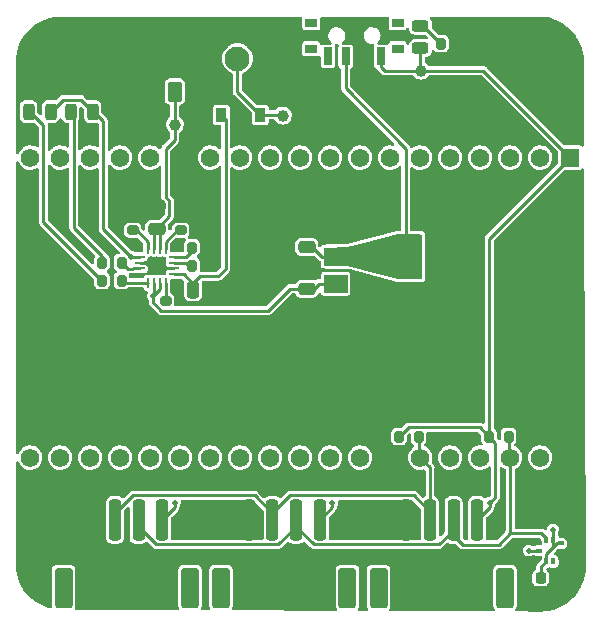
<source format=gbr>
%TF.GenerationSoftware,KiCad,Pcbnew,(6.0.8)*%
%TF.CreationDate,2023-01-25T20:09:53-08:00*%
%TF.ProjectId,GN-ESSP32,474e2d45-5353-4503-9332-2e6b69636164,rev?*%
%TF.SameCoordinates,Original*%
%TF.FileFunction,Copper,L1,Top*%
%TF.FilePolarity,Positive*%
%FSLAX46Y46*%
G04 Gerber Fmt 4.6, Leading zero omitted, Abs format (unit mm)*
G04 Created by KiCad (PCBNEW (6.0.8)) date 2023-01-25 20:09:53*
%MOMM*%
%LPD*%
G01*
G04 APERTURE LIST*
G04 Aperture macros list*
%AMRoundRect*
0 Rectangle with rounded corners*
0 $1 Rounding radius*
0 $2 $3 $4 $5 $6 $7 $8 $9 X,Y pos of 4 corners*
0 Add a 4 corners polygon primitive as box body*
4,1,4,$2,$3,$4,$5,$6,$7,$8,$9,$2,$3,0*
0 Add four circle primitives for the rounded corners*
1,1,$1+$1,$2,$3*
1,1,$1+$1,$4,$5*
1,1,$1+$1,$6,$7*
1,1,$1+$1,$8,$9*
0 Add four rect primitives between the rounded corners*
20,1,$1+$1,$2,$3,$4,$5,0*
20,1,$1+$1,$4,$5,$6,$7,0*
20,1,$1+$1,$6,$7,$8,$9,0*
20,1,$1+$1,$8,$9,$2,$3,0*%
G04 Aperture macros list end*
%TA.AperFunction,ComponentPad*%
%ADD10RoundRect,0.250000X0.350000X0.625000X-0.350000X0.625000X-0.350000X-0.625000X0.350000X-0.625000X0*%
%TD*%
%TA.AperFunction,ComponentPad*%
%ADD11O,1.200000X1.750000*%
%TD*%
%TA.AperFunction,SMDPad,CuDef*%
%ADD12C,1.000000*%
%TD*%
%TA.AperFunction,SMDPad,CuDef*%
%ADD13RoundRect,0.200000X-0.200000X-0.275000X0.200000X-0.275000X0.200000X0.275000X-0.200000X0.275000X0*%
%TD*%
%TA.AperFunction,SMDPad,CuDef*%
%ADD14RoundRect,0.250000X0.475000X-0.250000X0.475000X0.250000X-0.475000X0.250000X-0.475000X-0.250000X0*%
%TD*%
%TA.AperFunction,ComponentPad*%
%ADD15R,1.560000X1.560000*%
%TD*%
%TA.AperFunction,ComponentPad*%
%ADD16C,1.560000*%
%TD*%
%TA.AperFunction,SMDPad,CuDef*%
%ADD17RoundRect,0.200000X0.200000X0.275000X-0.200000X0.275000X-0.200000X-0.275000X0.200000X-0.275000X0*%
%TD*%
%TA.AperFunction,ComponentPad*%
%ADD18R,2.100000X2.100000*%
%TD*%
%TA.AperFunction,ComponentPad*%
%ADD19C,2.100000*%
%TD*%
%TA.AperFunction,ComponentPad*%
%ADD20C,3.600000*%
%TD*%
%TA.AperFunction,ConnectorPad*%
%ADD21C,5.600000*%
%TD*%
%TA.AperFunction,SMDPad,CuDef*%
%ADD22RoundRect,0.200000X0.275000X-0.200000X0.275000X0.200000X-0.275000X0.200000X-0.275000X-0.200000X0*%
%TD*%
%TA.AperFunction,SMDPad,CuDef*%
%ADD23RoundRect,0.243750X-0.243750X-0.456250X0.243750X-0.456250X0.243750X0.456250X-0.243750X0.456250X0*%
%TD*%
%TA.AperFunction,SMDPad,CuDef*%
%ADD24R,2.000000X1.500000*%
%TD*%
%TA.AperFunction,SMDPad,CuDef*%
%ADD25R,2.000000X3.800000*%
%TD*%
%TA.AperFunction,SMDPad,CuDef*%
%ADD26RoundRect,0.250000X-0.250000X-0.475000X0.250000X-0.475000X0.250000X0.475000X-0.250000X0.475000X0*%
%TD*%
%TA.AperFunction,SMDPad,CuDef*%
%ADD27R,0.900000X1.200000*%
%TD*%
%TA.AperFunction,SMDPad,CuDef*%
%ADD28RoundRect,0.250000X-0.250000X-1.500000X0.250000X-1.500000X0.250000X1.500000X-0.250000X1.500000X0*%
%TD*%
%TA.AperFunction,SMDPad,CuDef*%
%ADD29RoundRect,0.250001X-0.499999X-1.449999X0.499999X-1.449999X0.499999X1.449999X-0.499999X1.449999X0*%
%TD*%
%TA.AperFunction,SMDPad,CuDef*%
%ADD30R,1.000000X0.800000*%
%TD*%
%TA.AperFunction,SMDPad,CuDef*%
%ADD31R,0.700000X1.500000*%
%TD*%
%TA.AperFunction,SMDPad,CuDef*%
%ADD32RoundRect,0.200000X-0.275000X0.200000X-0.275000X-0.200000X0.275000X-0.200000X0.275000X0.200000X0*%
%TD*%
%TA.AperFunction,SMDPad,CuDef*%
%ADD33RoundRect,0.225000X-0.225000X-0.250000X0.225000X-0.250000X0.225000X0.250000X-0.225000X0.250000X0*%
%TD*%
%TA.AperFunction,SMDPad,CuDef*%
%ADD34RoundRect,0.062500X-0.062500X0.375000X-0.062500X-0.375000X0.062500X-0.375000X0.062500X0.375000X0*%
%TD*%
%TA.AperFunction,SMDPad,CuDef*%
%ADD35RoundRect,0.062500X-0.375000X0.062500X-0.375000X-0.062500X0.375000X-0.062500X0.375000X0.062500X0*%
%TD*%
%TA.AperFunction,SMDPad,CuDef*%
%ADD36R,1.600000X1.600000*%
%TD*%
%TA.AperFunction,SMDPad,CuDef*%
%ADD37RoundRect,0.243750X-0.456250X0.243750X-0.456250X-0.243750X0.456250X-0.243750X0.456250X0.243750X0*%
%TD*%
%TA.AperFunction,SMDPad,CuDef*%
%ADD38RoundRect,0.100000X-0.100000X0.175000X-0.100000X-0.175000X0.100000X-0.175000X0.100000X0.175000X0*%
%TD*%
%TA.AperFunction,SMDPad,CuDef*%
%ADD39RoundRect,0.100000X-0.175000X0.100000X-0.175000X-0.100000X0.175000X-0.100000X0.175000X0.100000X0*%
%TD*%
%TA.AperFunction,ViaPad*%
%ADD40C,0.500000*%
%TD*%
%TA.AperFunction,Conductor*%
%ADD41C,0.250000*%
%TD*%
%TA.AperFunction,Conductor*%
%ADD42C,0.200000*%
%TD*%
G04 APERTURE END LIST*
D10*
%TO.P,J5,1,Pin_1*%
%TO.N,Net-(C3-Pad1)*%
X151892000Y-82804000D03*
D11*
%TO.P,J5,2,Pin_2*%
%TO.N,GND*%
X149892000Y-82804000D03*
%TD*%
D12*
%TO.P,TP1,1,1*%
%TO.N,Net-(D1-Pad2)*%
X161036000Y-84836000D03*
%TD*%
D13*
%TO.P,R8,1*%
%TO.N,Net-(D3-Pad1)*%
X145733000Y-97282000D03*
%TO.P,R8,2*%
%TO.N,Net-(R8-Pad2)*%
X147383000Y-97282000D03*
%TD*%
%TO.P,R1,1*%
%TO.N,+3.3V*%
X170879000Y-112014000D03*
%TO.P,R1,2*%
%TO.N,SDA*%
X172529000Y-112014000D03*
%TD*%
D14*
%TO.P,C3,1*%
%TO.N,Net-(C3-Pad1)*%
X150368000Y-94422000D03*
%TO.P,C3,2*%
%TO.N,GND*%
X150368000Y-92522000D03*
%TD*%
D15*
%TO.P,U4,1,3V3*%
%TO.N,+3.3V*%
X185368000Y-88392000D03*
D16*
%TO.P,U4,2,EN*%
%TO.N,unconnected-(U4-Pad2)*%
X182828000Y-88392000D03*
%TO.P,U4,3,SENSOR_VP*%
%TO.N,unconnected-(U4-Pad3)*%
X180288000Y-88392000D03*
%TO.P,U4,4,SENSOR_VN*%
%TO.N,unconnected-(U4-Pad4)*%
X177748000Y-88392000D03*
%TO.P,U4,5,IO34*%
%TO.N,unconnected-(U4-Pad5)*%
X175208000Y-88392000D03*
%TO.P,U4,6,IO35*%
%TO.N,unconnected-(U4-Pad6)*%
X172668000Y-88392000D03*
%TO.P,U4,7,IO32*%
%TO.N,unconnected-(U4-Pad7)*%
X170128000Y-88392000D03*
%TO.P,U4,8,IO33*%
%TO.N,unconnected-(U4-Pad8)*%
X167588000Y-88392000D03*
%TO.P,U4,9,IO25*%
%TO.N,unconnected-(U4-Pad9)*%
X165048000Y-88392000D03*
%TO.P,U4,10,IO26*%
%TO.N,unconnected-(U4-Pad10)*%
X162508000Y-88392000D03*
%TO.P,U4,11,IO27*%
%TO.N,unconnected-(U4-Pad11)*%
X159968000Y-88392000D03*
%TO.P,U4,12,IO14*%
%TO.N,unconnected-(U4-Pad12)*%
X157428000Y-88392000D03*
%TO.P,U4,13,IO12*%
%TO.N,unconnected-(U4-Pad13)*%
X154888000Y-88392000D03*
%TO.P,U4,14,GND1*%
%TO.N,GND*%
X152348000Y-88392000D03*
%TO.P,U4,15,IO13*%
%TO.N,unconnected-(U4-Pad15)*%
X149808000Y-88392000D03*
%TO.P,U4,16,SD2*%
%TO.N,unconnected-(U4-Pad16)*%
X147268000Y-88392000D03*
%TO.P,U4,17,SD3*%
%TO.N,unconnected-(U4-Pad17)*%
X144728000Y-88392000D03*
%TO.P,U4,18,CMD*%
%TO.N,unconnected-(U4-Pad18)*%
X142188000Y-88392000D03*
%TO.P,U4,19,EXT_5V*%
%TO.N,unconnected-(U4-Pad19)*%
X139648000Y-88392000D03*
%TO.P,U4,20,GND3*%
%TO.N,GND*%
X185368000Y-113792000D03*
%TO.P,U4,21,IO23*%
%TO.N,unconnected-(U4-Pad21)*%
X182828000Y-113792000D03*
%TO.P,U4,22,IO22*%
%TO.N,SCL*%
X180288000Y-113792000D03*
%TO.P,U4,23,TXD0*%
%TO.N,unconnected-(U4-Pad23)*%
X177748000Y-113792000D03*
%TO.P,U4,24,RXD0*%
%TO.N,unconnected-(U4-Pad24)*%
X175208000Y-113792000D03*
%TO.P,U4,25,IO21*%
%TO.N,SDA*%
X172668000Y-113792000D03*
%TO.P,U4,26,GND2*%
%TO.N,GND*%
X170128000Y-113792000D03*
%TO.P,U4,27,IO19*%
%TO.N,unconnected-(U4-Pad27)*%
X167588000Y-113792000D03*
%TO.P,U4,28,IO18*%
%TO.N,unconnected-(U4-Pad28)*%
X165048000Y-113792000D03*
%TO.P,U4,29,IO5*%
%TO.N,unconnected-(U4-Pad29)*%
X162508000Y-113792000D03*
%TO.P,U4,30,IO17*%
%TO.N,unconnected-(U4-Pad30)*%
X159968000Y-113792000D03*
%TO.P,U4,31,IO16*%
%TO.N,unconnected-(U4-Pad31)*%
X157428000Y-113792000D03*
%TO.P,U4,32,IO4*%
%TO.N,unconnected-(U4-Pad32)*%
X154888000Y-113792000D03*
%TO.P,U4,33,IO0*%
%TO.N,unconnected-(U4-Pad33)*%
X152348000Y-113792000D03*
%TO.P,U4,34,IO2*%
%TO.N,unconnected-(U4-Pad34)*%
X149808000Y-113792000D03*
%TO.P,U4,35,IO15*%
%TO.N,unconnected-(U4-Pad35)*%
X147268000Y-113792000D03*
%TO.P,U4,36,SD1*%
%TO.N,unconnected-(U4-Pad36)*%
X144728000Y-113792000D03*
%TO.P,U4,37,SD0*%
%TO.N,unconnected-(U4-Pad37)*%
X142188000Y-113792000D03*
%TO.P,U4,38,CLK*%
%TO.N,unconnected-(U4-Pad38)*%
X139648000Y-113792000D03*
%TD*%
D12*
%TO.P,TP2,1,1*%
%TO.N,Net-(C3-Pad1)*%
X151892000Y-85598000D03*
%TD*%
D17*
%TO.P,R10,1*%
%TO.N,GND*%
X176085000Y-78740000D03*
%TO.P,R10,2*%
%TO.N,Net-(D4-Pad1)*%
X174435000Y-78740000D03*
%TD*%
D18*
%TO.P,J4,1,Pin_1*%
%TO.N,GND*%
X159737596Y-80010000D03*
D19*
%TO.P,J4,2,Pin_2*%
%TO.N,Net-(D1-Pad2)*%
X157197596Y-80010000D03*
%TD*%
D20*
%TO.P,H2,1,1*%
%TO.N,GND*%
X182880000Y-109220000D03*
D21*
X182880000Y-109220000D03*
%TD*%
D22*
%TO.P,R6,1*%
%TO.N,Net-(R6-Pad1)*%
X148336000Y-94551000D03*
%TO.P,R6,2*%
%TO.N,GND*%
X148336000Y-92901000D03*
%TD*%
D12*
%TO.P,TP3,1,1*%
%TO.N,+3.3V*%
X172720000Y-81026000D03*
%TD*%
D13*
%TO.P,R5,1*%
%TO.N,Net-(R5-Pad1)*%
X153353000Y-97536000D03*
%TO.P,R5,2*%
%TO.N,GND*%
X155003000Y-97536000D03*
%TD*%
D23*
%TO.P,D3,1,K*%
%TO.N,Net-(D3-Pad1)*%
X143067054Y-84503666D03*
%TO.P,D3,2,A*%
%TO.N,OUT*%
X144942054Y-84503666D03*
%TD*%
D24*
%TO.P,U3,1,GND*%
%TO.N,GND*%
X165506000Y-94474000D03*
%TO.P,U3,2,VO*%
%TO.N,Net-(C5-Pad1)*%
X165506000Y-96774000D03*
D25*
X171806000Y-96774000D03*
D24*
%TO.P,U3,3,VI*%
%TO.N,OUT*%
X165506000Y-99074000D03*
%TD*%
D26*
%TO.P,C1,1*%
%TO.N,Net-(C1-Pad1)*%
X153448336Y-99573820D03*
%TO.P,C1,2*%
%TO.N,GND*%
X155348336Y-99573820D03*
%TD*%
D13*
%TO.P,R7,1*%
%TO.N,Net-(D2-Pad1)*%
X145733000Y-98806000D03*
%TO.P,R7,2*%
%TO.N,Net-(R7-Pad2)*%
X147383000Y-98806000D03*
%TD*%
D27*
%TO.P,D1,1,K*%
%TO.N,Net-(C1-Pad1)*%
X155830000Y-84774016D03*
%TO.P,D1,2,A*%
%TO.N,Net-(D1-Pad2)*%
X159130000Y-84774016D03*
%TD*%
D22*
%TO.P,R9,1*%
%TO.N,Net-(R9-Pad1)*%
X152400000Y-94551000D03*
%TO.P,R9,2*%
%TO.N,GND*%
X152400000Y-92901000D03*
%TD*%
D21*
%TO.P,H1,1,1*%
%TO.N,GND*%
X182705682Y-80264000D03*
D20*
X182705682Y-80264000D03*
%TD*%
D13*
%TO.P,R2,1*%
%TO.N,+3.3V*%
X178499000Y-112014000D03*
%TO.P,R2,2*%
%TO.N,SCL*%
X180149000Y-112014000D03*
%TD*%
D14*
%TO.P,C5,1*%
%TO.N,Net-(C5-Pad1)*%
X163068000Y-95946000D03*
%TO.P,C5,2*%
%TO.N,GND*%
X163068000Y-94046000D03*
%TD*%
D28*
%TO.P,J2,1,Pin_1*%
%TO.N,GND*%
X158163000Y-119070000D03*
%TO.P,J2,2,Pin_2*%
%TO.N,SDA*%
X160163000Y-119070000D03*
%TO.P,J2,3,Pin_3*%
%TO.N,SCL*%
X162163000Y-119070000D03*
%TO.P,J2,4,Pin_4*%
%TO.N,+3.3V*%
X164163000Y-119070000D03*
D29*
%TO.P,J2,MP*%
%TO.N,N/C*%
X155813000Y-124820000D03*
X166513000Y-124820000D03*
%TD*%
D30*
%TO.P,SW1,*%
%TO.N,*%
X163453596Y-79180024D03*
X170753596Y-79180024D03*
X163453596Y-76970024D03*
X170753596Y-76970024D03*
D31*
%TO.P,SW1,1,A*%
%TO.N,+3.3V*%
X169353596Y-79830024D03*
%TO.P,SW1,2,B*%
%TO.N,Net-(C5-Pad1)*%
X166353596Y-79830024D03*
%TO.P,SW1,3,C*%
%TO.N,unconnected-(SW1-Pad3)*%
X164853596Y-79830024D03*
%TD*%
D21*
%TO.P,H3,1,1*%
%TO.N,GND*%
X142240000Y-109220000D03*
D20*
X142240000Y-109220000D03*
%TD*%
D28*
%TO.P,J1,1,Pin_1*%
%TO.N,GND*%
X171498000Y-119070000D03*
%TO.P,J1,2,Pin_2*%
%TO.N,SDA*%
X173498000Y-119070000D03*
%TO.P,J1,3,Pin_3*%
%TO.N,SCL*%
X175498000Y-119070000D03*
%TO.P,J1,4,Pin_4*%
%TO.N,+3.3V*%
X177498000Y-119070000D03*
D29*
%TO.P,J1,MP*%
%TO.N,N/C*%
X179848000Y-124820000D03*
X169148000Y-124820000D03*
%TD*%
D32*
%TO.P,R3,1*%
%TO.N,Net-(R3-Pad1)*%
X151130000Y-100521000D03*
%TO.P,R3,2*%
%TO.N,GND*%
X151130000Y-102171000D03*
%TD*%
D33*
%TO.P,C6,1*%
%TO.N,+3.3V*%
X182867898Y-123965712D03*
%TO.P,C6,2*%
%TO.N,GND*%
X184417898Y-123965712D03*
%TD*%
D34*
%TO.P,U2,1,TS*%
%TO.N,Net-(R9-Pad1)*%
X151118000Y-96098500D03*
%TO.P,U2,2,BAT*%
%TO.N,Net-(C3-Pad1)*%
X150618000Y-96098500D03*
%TO.P,U2,3,BAT*%
X150118000Y-96098500D03*
%TO.P,U2,4,~{CE}*%
%TO.N,Net-(R6-Pad1)*%
X149618000Y-96098500D03*
D35*
%TO.P,U2,5,EN2*%
%TO.N,OUT*%
X148930500Y-96786000D03*
%TO.P,U2,6,EN1*%
%TO.N,GND*%
X148930500Y-97286000D03*
%TO.P,U2,7,~{PGOOD}*%
%TO.N,Net-(R8-Pad2)*%
X148930500Y-97786000D03*
%TO.P,U2,8,VSS*%
%TO.N,GND*%
X148930500Y-98286000D03*
D34*
%TO.P,U2,9,~{CHG}*%
%TO.N,Net-(R7-Pad2)*%
X149618000Y-98973500D03*
%TO.P,U2,10,OUT*%
%TO.N,OUT*%
X150118000Y-98973500D03*
%TO.P,U2,11,OUT*%
X150618000Y-98973500D03*
%TO.P,U2,12,ILIM*%
%TO.N,Net-(R3-Pad1)*%
X151118000Y-98973500D03*
D35*
%TO.P,U2,13,IN*%
%TO.N,Net-(C1-Pad1)*%
X151805500Y-98286000D03*
%TO.P,U2,14,TMR*%
%TO.N,GND*%
X151805500Y-97786000D03*
%TO.P,U2,15,ITERM*%
%TO.N,Net-(R5-Pad1)*%
X151805500Y-97286000D03*
%TO.P,U2,16,ISET*%
%TO.N,Net-(R4-Pad1)*%
X151805500Y-96786000D03*
D36*
%TO.P,U2,17,VSS*%
%TO.N,GND*%
X150368000Y-97536000D03*
%TD*%
D37*
%TO.P,D4,1,K*%
%TO.N,Net-(D4-Pad1)*%
X172691596Y-77241524D03*
%TO.P,D4,2,A*%
%TO.N,+3.3V*%
X172691596Y-79116524D03*
%TD*%
D23*
%TO.P,D2,1,K*%
%TO.N,Net-(D2-Pad1)*%
X139511054Y-84503666D03*
%TO.P,D2,2,A*%
%TO.N,OUT*%
X141386054Y-84503666D03*
%TD*%
D28*
%TO.P,J3,1,Pin_1*%
%TO.N,GND*%
X144828000Y-119070000D03*
%TO.P,J3,2,Pin_2*%
%TO.N,SDA*%
X146828000Y-119070000D03*
%TO.P,J3,3,Pin_3*%
%TO.N,SCL*%
X148828000Y-119070000D03*
%TO.P,J3,4,Pin_4*%
%TO.N,+3.3V*%
X150828000Y-119070000D03*
D29*
%TO.P,J3,MP*%
%TO.N,N/C*%
X153178000Y-124820000D03*
X142478000Y-124820000D03*
%TD*%
D14*
%TO.P,C4,1*%
%TO.N,OUT*%
X163068000Y-99502000D03*
%TO.P,C4,2*%
%TO.N,GND*%
X163068000Y-97602000D03*
%TD*%
D38*
%TO.P,U1,1,VDDio*%
%TO.N,+3.3V*%
X183942000Y-120741000D03*
%TO.P,U1,2,SCL/SCLK*%
%TO.N,SCL*%
X183342000Y-120741000D03*
D39*
%TO.P,U1,3,GND*%
%TO.N,GND*%
X182717000Y-121066000D03*
%TO.P,U1,4,SDA/MOSI*%
%TO.N,SDA*%
X182717000Y-121666000D03*
%TO.P,U1,5,SA0/MISO*%
%TO.N,GND*%
X182717000Y-122266000D03*
D38*
%TO.P,U1,6,~{CS}*%
%TO.N,+3.3V*%
X183342000Y-122591000D03*
%TO.P,U1,7,INT_DRDY*%
%TO.N,unconnected-(U1-Pad7)*%
X183942000Y-122591000D03*
D39*
%TO.P,U1,8,GND*%
%TO.N,GND*%
X184567000Y-122266000D03*
%TO.P,U1,9,GND*%
X184567000Y-121666000D03*
%TO.P,U1,10,VDD*%
%TO.N,+3.3V*%
X184567000Y-121066000D03*
%TD*%
D13*
%TO.P,R4,1*%
%TO.N,Net-(R4-Pad1)*%
X153353000Y-96012000D03*
%TO.P,R4,2*%
%TO.N,GND*%
X155003000Y-96012000D03*
%TD*%
D21*
%TO.P,H4,1,1*%
%TO.N,GND*%
X142240000Y-80264000D03*
D20*
X142240000Y-80264000D03*
%TD*%
D40*
%TO.N,GND*%
X144526000Y-91948000D03*
X152146000Y-99314000D03*
X148590000Y-95758000D03*
X169926000Y-119126000D03*
X152146000Y-95758000D03*
X150368000Y-97536000D03*
X142240000Y-86868000D03*
X145258500Y-87122000D03*
X141986000Y-91948000D03*
X156718000Y-119126000D03*
X179070000Y-119380000D03*
X176530000Y-112268000D03*
%TO.N,SDA*%
X173482000Y-119126000D03*
X181864000Y-121666000D03*
%TO.N,+3.3V*%
X151892000Y-117602000D03*
X178562000Y-117602000D03*
X183896000Y-119888000D03*
X165213352Y-117613979D03*
%TO.N,OUT*%
X148199112Y-96801435D03*
X150051503Y-100076000D03*
%TD*%
D41*
%TO.N,Net-(C1-Pad1)*%
X156210000Y-85154016D02*
X155830000Y-84774016D01*
X156210000Y-97790000D02*
X156210000Y-85154016D01*
X155573476Y-98426524D02*
X156210000Y-97790000D01*
X154049476Y-98426524D02*
X155573476Y-98426524D01*
X153448336Y-99027664D02*
X154049476Y-98426524D01*
X153448336Y-99573820D02*
X153448336Y-99027664D01*
%TO.N,+3.3V*%
X172691596Y-80997596D02*
X172720000Y-81026000D01*
X172691596Y-79116524D02*
X172691596Y-80997596D01*
X172720000Y-81026000D02*
X178002000Y-81026000D01*
X169672000Y-81026000D02*
X172720000Y-81026000D01*
X178002000Y-81026000D02*
X185368000Y-88392000D01*
X169353596Y-80707596D02*
X169672000Y-81026000D01*
X169353596Y-79830024D02*
X169353596Y-80707596D01*
%TO.N,Net-(C3-Pad1)*%
X151892000Y-82804000D02*
X151892000Y-85598000D01*
X151892000Y-86868000D02*
X151892000Y-85598000D01*
%TO.N,+3.3V*%
X183942000Y-120442000D02*
X183942000Y-120741000D01*
X183896000Y-120396000D02*
X183942000Y-120442000D01*
X183896000Y-119888000D02*
X183896000Y-120396000D01*
%TO.N,SDA*%
X182717000Y-121666000D02*
X181864000Y-121666000D01*
%TO.N,Net-(C1-Pad1)*%
X151805500Y-98286000D02*
X152642000Y-98286000D01*
X153448336Y-99092336D02*
X153448336Y-99573820D01*
X152642000Y-98286000D02*
X153448336Y-99092336D01*
%TO.N,Net-(C3-Pad1)*%
X150118000Y-94672000D02*
X150368000Y-94422000D01*
X150618000Y-94672000D02*
X150368000Y-94422000D01*
X151130000Y-87630000D02*
X151130000Y-91745827D01*
X151892000Y-86868000D02*
X151130000Y-87630000D01*
X151418000Y-92033827D02*
X151418000Y-93372000D01*
X150118000Y-96098500D02*
X150118000Y-94672000D01*
X151418000Y-93372000D02*
X150368000Y-94422000D01*
X150618000Y-96098500D02*
X150618000Y-94672000D01*
X151130000Y-91745827D02*
X151418000Y-92033827D01*
%TO.N,GND*%
X151805500Y-97786000D02*
X150618000Y-97786000D01*
X148930500Y-97286000D02*
X150118000Y-97286000D01*
X150118000Y-97286000D02*
X150368000Y-97536000D01*
D42*
X149668000Y-98236000D02*
X150368000Y-97536000D01*
X149319992Y-98286000D02*
X149369992Y-98236000D01*
X149369992Y-98236000D02*
X149668000Y-98236000D01*
X148930500Y-98286000D02*
X149319992Y-98286000D01*
D41*
X150618000Y-97786000D02*
X150368000Y-97536000D01*
%TO.N,SCL*%
X183342000Y-120604000D02*
X182932000Y-120194000D01*
X175498000Y-119070000D02*
X175514000Y-119086000D01*
X162163000Y-119633173D02*
X162163000Y-119070000D01*
X148828000Y-119070000D02*
X148828000Y-119633173D01*
X175498000Y-119904000D02*
X175498000Y-119070000D01*
X180288000Y-120194000D02*
X180288000Y-113792000D01*
X163674827Y-121145000D02*
X174257000Y-121145000D01*
X176276000Y-121158000D02*
X179324000Y-121158000D01*
X175514000Y-119086000D02*
X175514000Y-120396000D01*
X162163000Y-119633173D02*
X163674827Y-121145000D01*
X175514000Y-120396000D02*
X176276000Y-121158000D01*
X180149000Y-112014000D02*
X180149000Y-113653000D01*
X180149000Y-113653000D02*
X180288000Y-113792000D01*
X179324000Y-121158000D02*
X180288000Y-120194000D01*
X150339827Y-121145000D02*
X160651173Y-121145000D01*
X183342000Y-120741000D02*
X183342000Y-120604000D01*
X148828000Y-119633173D02*
X150339827Y-121145000D01*
X160651173Y-121145000D02*
X162163000Y-119633173D01*
X182932000Y-120194000D02*
X180288000Y-120194000D01*
X174257000Y-121145000D02*
X175498000Y-119904000D01*
%TO.N,SDA*%
X146828000Y-118506827D02*
X146828000Y-119070000D01*
X172668000Y-113792000D02*
X173498000Y-114622000D01*
X172529000Y-113653000D02*
X172668000Y-113792000D01*
X173498000Y-118380000D02*
X173498000Y-119070000D01*
X173498000Y-114622000D02*
X173498000Y-119070000D01*
X160163000Y-119070000D02*
X160163000Y-118506827D01*
X148339827Y-116995000D02*
X146828000Y-118506827D01*
X172113000Y-116995000D02*
X173498000Y-118380000D01*
X160163000Y-118506827D02*
X161674827Y-116995000D01*
X158651173Y-116995000D02*
X148339827Y-116995000D01*
X172529000Y-112014000D02*
X172529000Y-113653000D01*
X160163000Y-118506827D02*
X158651173Y-116995000D01*
X161674827Y-116995000D02*
X172113000Y-116995000D01*
%TO.N,+3.3V*%
X182867898Y-123965712D02*
X182867898Y-123065102D01*
X165213352Y-118019648D02*
X164163000Y-119070000D01*
X151892000Y-117602000D02*
X151892000Y-118006000D01*
X178562000Y-117602000D02*
X178562000Y-118006000D01*
X183942000Y-121366000D02*
X183942000Y-120741000D01*
X165213352Y-117613979D02*
X165213352Y-118019648D01*
X151892000Y-118006000D02*
X150828000Y-119070000D01*
X177699000Y-111214000D02*
X178499000Y-112014000D01*
X179026285Y-117137715D02*
X178562000Y-117602000D01*
X185368000Y-88392000D02*
X178499000Y-95261000D01*
X183342000Y-121966000D02*
X183942000Y-121366000D01*
X178499000Y-112014000D02*
X179026285Y-112541285D01*
X179026285Y-112541285D02*
X179026285Y-117137715D01*
X171679000Y-111214000D02*
X177699000Y-111214000D01*
X183342000Y-122591000D02*
X183342000Y-121966000D01*
X178562000Y-118006000D02*
X177498000Y-119070000D01*
X184242000Y-121066000D02*
X184567000Y-121066000D01*
X178499000Y-95261000D02*
X178499000Y-112014000D01*
X170879000Y-112014000D02*
X171679000Y-111214000D01*
X183942000Y-121366000D02*
X184242000Y-121066000D01*
X182867898Y-123065102D02*
X183342000Y-122591000D01*
%TO.N,Net-(D1-Pad2)*%
X159130000Y-84774016D02*
X160974016Y-84774016D01*
X157197596Y-79703024D02*
X157197596Y-82841612D01*
X157197596Y-82841612D02*
X159130000Y-84774016D01*
%TO.N,Net-(R9-Pad1)*%
X151118000Y-96098500D02*
X151118000Y-95516000D01*
X152083000Y-94551000D02*
X152400000Y-94551000D01*
X151118000Y-95516000D02*
X152083000Y-94551000D01*
%TO.N,Net-(R6-Pad1)*%
X149618000Y-95516000D02*
X148653000Y-94551000D01*
X148653000Y-94551000D02*
X148336000Y-94551000D01*
X149618000Y-96098500D02*
X149618000Y-95516000D01*
%TO.N,OUT*%
X150051503Y-100659965D02*
X150737538Y-101346000D01*
X164070000Y-99074000D02*
X165506000Y-99074000D01*
X163068000Y-99502000D02*
X163642000Y-99502000D01*
X150051503Y-100076000D02*
X150051503Y-100659965D01*
X163642000Y-99502000D02*
X164070000Y-99074000D01*
X161610000Y-99502000D02*
X163068000Y-99502000D01*
X150618000Y-99509503D02*
X150051503Y-100076000D01*
X145833000Y-85298477D02*
X144946398Y-84411875D01*
X150118000Y-98973500D02*
X150118000Y-100009503D01*
X143917054Y-83478666D02*
X142411054Y-83478666D01*
X148214547Y-96786000D02*
X148199112Y-96801435D01*
X148199112Y-96801435D02*
X145833000Y-94435323D01*
X145833000Y-94435323D02*
X145833000Y-85298477D01*
X150618000Y-98973500D02*
X150618000Y-99509503D01*
X159766000Y-101346000D02*
X161610000Y-99502000D01*
X148930500Y-96786000D02*
X148214547Y-96786000D01*
X150737538Y-101346000D02*
X159766000Y-101346000D01*
X144942054Y-84503666D02*
X143917054Y-83478666D01*
X142411054Y-83478666D02*
X141386054Y-84503666D01*
X150118000Y-100009503D02*
X150051503Y-100076000D01*
%TO.N,Net-(R8-Pad2)*%
X148930500Y-97786000D02*
X148340000Y-97786000D01*
X147891000Y-97790000D02*
X147383000Y-97282000D01*
X148336000Y-97790000D02*
X147891000Y-97790000D01*
X148340000Y-97786000D02*
X148336000Y-97790000D01*
%TO.N,Net-(R7-Pad2)*%
X147550500Y-98973500D02*
X147383000Y-98806000D01*
X149618000Y-98973500D02*
X147550500Y-98973500D01*
%TO.N,Net-(R3-Pad1)*%
X151118000Y-100509000D02*
X151130000Y-100521000D01*
X151118000Y-98973500D02*
X151118000Y-100509000D01*
%TO.N,Net-(R5-Pad1)*%
X152849000Y-97286000D02*
X153353000Y-97790000D01*
X151805500Y-97286000D02*
X152849000Y-97286000D01*
%TO.N,Net-(R4-Pad1)*%
X151805500Y-96786000D02*
X152833000Y-96786000D01*
X152833000Y-96786000D02*
X153353000Y-96266000D01*
%TO.N,Net-(D2-Pad1)*%
X145733000Y-98806000D02*
X140753000Y-93826000D01*
X140753000Y-85649477D02*
X139515398Y-84411875D01*
X140753000Y-93826000D02*
X140753000Y-85649477D01*
%TO.N,Net-(D3-Pad1)*%
X145733000Y-96711000D02*
X143337805Y-94315805D01*
X145733000Y-97282000D02*
X145733000Y-96711000D01*
X143337805Y-84678282D02*
X143071398Y-84411875D01*
X143337805Y-94315805D02*
X143337805Y-84678282D01*
%TO.N,Net-(C5-Pad1)*%
X166353596Y-79830024D02*
X166353596Y-82533596D01*
X166353596Y-82533596D02*
X171450000Y-87630000D01*
X171450000Y-87630000D02*
X171450000Y-96418000D01*
X163068000Y-95946000D02*
X163510000Y-95946000D01*
X164338000Y-96774000D02*
X165506000Y-96774000D01*
X163510000Y-95946000D02*
X164338000Y-96774000D01*
X171450000Y-96418000D02*
X171806000Y-96774000D01*
%TO.N,Net-(D4-Pad1)*%
X172691596Y-77241524D02*
X172936524Y-77241524D01*
X172936524Y-77241524D02*
X174435000Y-78740000D01*
%TD*%
%TA.AperFunction,Conductor*%
%TO.N,Net-(C5-Pad1)*%
G36*
X172661902Y-94896081D02*
G01*
X172708506Y-94949640D01*
X172720001Y-95002220D01*
X172720000Y-98543718D01*
X172699998Y-98611839D01*
X172646342Y-98658332D01*
X172593853Y-98669718D01*
X170864427Y-98667695D01*
X170827959Y-98667652D01*
X170796032Y-98663501D01*
X169408340Y-98298222D01*
X166504899Y-97533956D01*
X165482236Y-97535049D01*
X164718135Y-97535865D01*
X164649993Y-97515936D01*
X164603442Y-97462330D01*
X164592000Y-97409865D01*
X164592000Y-96137705D01*
X164612002Y-96069584D01*
X164665658Y-96023091D01*
X164717704Y-96011705D01*
X166497669Y-96007525D01*
X166497670Y-96007525D01*
X166505679Y-96007506D01*
X167571319Y-95728048D01*
X170789806Y-94884018D01*
X170821507Y-94879897D01*
X172593740Y-94876220D01*
X172661902Y-94896081D01*
G37*
%TD.AperFunction*%
%TD*%
%TA.AperFunction,Conductor*%
%TO.N,GND*%
G36*
X162641217Y-76474502D02*
G01*
X162687710Y-76528158D01*
X162699096Y-76580500D01*
X162699097Y-77395090D01*
X162702938Y-77414402D01*
X162709811Y-77448955D01*
X162713862Y-77469325D01*
X162770112Y-77553508D01*
X162854295Y-77609758D01*
X162928529Y-77624524D01*
X163453511Y-77624524D01*
X163978662Y-77624523D01*
X164014414Y-77617412D01*
X164040722Y-77612180D01*
X164040724Y-77612179D01*
X164052897Y-77609758D01*
X164063217Y-77602863D01*
X164063218Y-77602862D01*
X164126764Y-77560401D01*
X164137080Y-77553508D01*
X164193330Y-77469325D01*
X164208096Y-77395091D01*
X164208095Y-76580500D01*
X164228097Y-76512379D01*
X164281753Y-76465886D01*
X164334095Y-76454500D01*
X169873096Y-76454500D01*
X169941217Y-76474502D01*
X169987710Y-76528158D01*
X169999096Y-76580500D01*
X169999097Y-77395090D01*
X170002938Y-77414402D01*
X170009811Y-77448955D01*
X170013862Y-77469325D01*
X170070112Y-77553508D01*
X170154295Y-77609758D01*
X170228529Y-77624524D01*
X170753511Y-77624524D01*
X171278662Y-77624523D01*
X171314414Y-77617412D01*
X171340722Y-77612180D01*
X171340724Y-77612179D01*
X171352897Y-77609758D01*
X171363217Y-77602863D01*
X171363218Y-77602862D01*
X171426764Y-77560401D01*
X171437080Y-77553508D01*
X171493330Y-77469325D01*
X171495422Y-77458810D01*
X171539237Y-77404438D01*
X171606601Y-77382018D01*
X171675392Y-77399577D01*
X171723770Y-77451539D01*
X171737097Y-77507938D01*
X171737097Y-77532438D01*
X171737466Y-77535832D01*
X171737466Y-77535838D01*
X171740756Y-77566120D01*
X171743715Y-77593366D01*
X171793813Y-77727006D01*
X171879407Y-77841213D01*
X171993614Y-77926807D01*
X172002022Y-77929959D01*
X172119856Y-77974132D01*
X172119858Y-77974133D01*
X172127254Y-77976905D01*
X172188181Y-77983524D01*
X172246782Y-77983524D01*
X173089639Y-77983523D01*
X173157760Y-78003525D01*
X173178734Y-78020428D01*
X173321002Y-78162696D01*
X173355028Y-78225008D01*
X173349963Y-78295823D01*
X173307416Y-78352659D01*
X173240896Y-78377470D01*
X173218300Y-78377054D01*
X173195011Y-78374524D01*
X172691670Y-78374524D01*
X172188182Y-78374525D01*
X172184788Y-78374894D01*
X172184782Y-78374894D01*
X172135113Y-78380289D01*
X172135110Y-78380290D01*
X172127254Y-78381143D01*
X172119852Y-78383918D01*
X172119851Y-78383918D01*
X172002022Y-78428089D01*
X171993614Y-78431241D01*
X171879407Y-78516835D01*
X171874025Y-78524016D01*
X171811940Y-78606856D01*
X171793813Y-78631042D01*
X171790661Y-78639450D01*
X171746307Y-78757768D01*
X171703667Y-78814533D01*
X171637105Y-78839234D01*
X171567756Y-78824027D01*
X171517637Y-78773742D01*
X171504746Y-78738120D01*
X171501128Y-78719932D01*
X171493330Y-78680723D01*
X171437080Y-78596540D01*
X171352897Y-78540290D01*
X171278663Y-78525524D01*
X170753681Y-78525524D01*
X170228530Y-78525525D01*
X170192778Y-78532636D01*
X170166470Y-78537868D01*
X170166468Y-78537869D01*
X170154295Y-78540290D01*
X170143975Y-78547185D01*
X170143974Y-78547186D01*
X170083581Y-78587540D01*
X170070112Y-78596540D01*
X170013862Y-78680723D01*
X169999096Y-78754957D01*
X169998031Y-78754745D01*
X169973696Y-78815024D01*
X169915744Y-78856037D01*
X169844818Y-78859209D01*
X169825239Y-78850586D01*
X169824681Y-78851934D01*
X169813217Y-78847185D01*
X169802897Y-78840290D01*
X169728663Y-78825524D01*
X169702808Y-78825524D01*
X169151847Y-78825525D01*
X169083727Y-78805523D01*
X169037234Y-78751867D01*
X169027130Y-78681594D01*
X169056623Y-78617013D01*
X169067392Y-78606152D01*
X169072912Y-78602358D01*
X169122069Y-78547186D01*
X169181291Y-78480717D01*
X169181293Y-78480714D01*
X169186344Y-78475045D01*
X169189961Y-78468214D01*
X169262580Y-78331061D01*
X169262581Y-78331059D01*
X169266134Y-78324348D01*
X169267984Y-78316983D01*
X169305823Y-78166341D01*
X169305823Y-78166337D01*
X169307674Y-78158970D01*
X169307753Y-78143998D01*
X169308215Y-78055670D01*
X169308567Y-77988456D01*
X169305026Y-77973707D01*
X169270533Y-77830030D01*
X169270532Y-77830026D01*
X169268761Y-77822651D01*
X169190554Y-77671128D01*
X169078461Y-77542633D01*
X168938953Y-77444586D01*
X168827574Y-77401161D01*
X168787165Y-77385406D01*
X168787162Y-77385405D01*
X168780085Y-77382646D01*
X168772552Y-77381654D01*
X168772551Y-77381654D01*
X168654119Y-77366062D01*
X168654118Y-77366062D01*
X168650032Y-77365524D01*
X168560840Y-77365524D01*
X168434315Y-77380835D01*
X168274807Y-77441108D01*
X168268549Y-77445409D01*
X168141922Y-77532438D01*
X168134280Y-77537690D01*
X168129228Y-77543360D01*
X168129227Y-77543361D01*
X168025901Y-77659331D01*
X168025899Y-77659334D01*
X168020848Y-77665003D01*
X167941058Y-77815700D01*
X167939208Y-77823065D01*
X167934650Y-77841213D01*
X167899518Y-77981078D01*
X167899478Y-77988677D01*
X167899478Y-77988679D01*
X167899400Y-78003525D01*
X167898625Y-78151592D01*
X167900397Y-78158972D01*
X167900397Y-78158974D01*
X167933252Y-78295823D01*
X167938431Y-78317397D01*
X167969222Y-78377054D01*
X167995564Y-78428089D01*
X168016638Y-78468920D01*
X168021630Y-78474642D01*
X168021631Y-78474644D01*
X168121955Y-78589647D01*
X168128731Y-78597415D01*
X168268239Y-78695462D01*
X168364108Y-78732840D01*
X168420027Y-78754642D01*
X168420030Y-78754643D01*
X168427107Y-78757402D01*
X168434640Y-78758394D01*
X168434641Y-78758394D01*
X168553073Y-78773986D01*
X168553074Y-78773986D01*
X168557160Y-78774524D01*
X168646352Y-78774524D01*
X168651837Y-78773860D01*
X168652296Y-78773937D01*
X168653903Y-78773840D01*
X168653925Y-78774209D01*
X168721865Y-78785539D01*
X168774463Y-78833225D01*
X168792931Y-78901777D01*
X168774959Y-78958712D01*
X168775506Y-78958939D01*
X168772907Y-78965213D01*
X168771727Y-78968952D01*
X168770757Y-78970403D01*
X168770756Y-78970406D01*
X168763862Y-78980723D01*
X168749096Y-79054957D01*
X168749097Y-80605090D01*
X168753355Y-80626498D01*
X168761172Y-80665799D01*
X168763862Y-80679325D01*
X168770757Y-80689644D01*
X168770758Y-80689646D01*
X168793808Y-80724142D01*
X168820112Y-80763508D01*
X168904295Y-80819758D01*
X168929528Y-80824777D01*
X168933368Y-80825541D01*
X168996277Y-80858450D01*
X169022368Y-80894576D01*
X169038815Y-80928828D01*
X169042410Y-80933104D01*
X169044333Y-80935027D01*
X169046105Y-80936959D01*
X169046148Y-80937038D01*
X169046024Y-80937151D01*
X169046500Y-80937691D01*
X169049586Y-80943410D01*
X169057231Y-80950477D01*
X169089182Y-80980012D01*
X169092748Y-80983442D01*
X169365522Y-81256216D01*
X169380664Y-81274964D01*
X169381779Y-81276189D01*
X169387429Y-81284940D01*
X169395607Y-81291387D01*
X169395609Y-81291389D01*
X169413800Y-81305729D01*
X169418244Y-81309678D01*
X169418306Y-81309604D01*
X169422263Y-81312957D01*
X169425944Y-81316638D01*
X169441654Y-81327865D01*
X169446380Y-81331413D01*
X169486647Y-81363156D01*
X169495284Y-81366189D01*
X169502734Y-81371513D01*
X169512710Y-81374497D01*
X169512711Y-81374497D01*
X169528046Y-81379083D01*
X169551849Y-81386202D01*
X169557486Y-81388034D01*
X169598367Y-81402390D01*
X169605851Y-81405018D01*
X169611416Y-81405500D01*
X169614124Y-81405500D01*
X169616758Y-81405614D01*
X169616856Y-81405643D01*
X169616849Y-81405807D01*
X169617553Y-81405851D01*
X169623778Y-81407713D01*
X169677635Y-81405597D01*
X169682582Y-81405500D01*
X171996707Y-81405500D01*
X172064828Y-81425502D01*
X172104482Y-81466228D01*
X172118435Y-81489267D01*
X172236021Y-81611031D01*
X172377660Y-81703717D01*
X172536315Y-81762720D01*
X172543296Y-81763651D01*
X172543298Y-81763652D01*
X172697118Y-81784176D01*
X172697122Y-81784176D01*
X172704099Y-81785107D01*
X172711110Y-81784469D01*
X172711114Y-81784469D01*
X172865652Y-81770405D01*
X172872673Y-81769766D01*
X173033659Y-81717458D01*
X173179056Y-81630784D01*
X173301638Y-81514052D01*
X173336372Y-81461773D01*
X173390729Y-81416102D01*
X173441320Y-81405500D01*
X177792616Y-81405500D01*
X177860737Y-81425502D01*
X177881711Y-81442405D01*
X184296595Y-87857289D01*
X184330621Y-87919601D01*
X184333500Y-87946384D01*
X184333501Y-88837615D01*
X184313499Y-88905736D01*
X184296596Y-88926710D01*
X178268784Y-94954522D01*
X178250036Y-94969664D01*
X178248811Y-94970779D01*
X178240060Y-94976429D01*
X178233613Y-94984607D01*
X178233611Y-94984609D01*
X178219271Y-95002800D01*
X178215325Y-95007241D01*
X178215398Y-95007303D01*
X178212039Y-95011267D01*
X178208362Y-95014944D01*
X178197108Y-95030692D01*
X178193602Y-95035362D01*
X178161844Y-95075647D01*
X178158812Y-95084281D01*
X178153486Y-95091734D01*
X178150501Y-95101715D01*
X178138799Y-95140844D01*
X178136964Y-95146492D01*
X178122610Y-95187367D01*
X178119982Y-95194851D01*
X178119500Y-95200416D01*
X178119500Y-95203124D01*
X178119386Y-95205758D01*
X178119357Y-95205856D01*
X178119193Y-95205849D01*
X178119149Y-95206553D01*
X178117287Y-95212778D01*
X178117696Y-95223183D01*
X178119403Y-95266635D01*
X178119500Y-95271582D01*
X178119500Y-110802444D01*
X178099498Y-110870565D01*
X178045842Y-110917058D01*
X177975568Y-110927162D01*
X177915497Y-110901396D01*
X177884353Y-110876844D01*
X177875719Y-110873812D01*
X177868266Y-110868486D01*
X177819150Y-110853797D01*
X177813508Y-110851964D01*
X177772633Y-110837610D01*
X177772632Y-110837610D01*
X177765149Y-110834982D01*
X177759584Y-110834500D01*
X177756876Y-110834500D01*
X177754242Y-110834386D01*
X177754144Y-110834357D01*
X177754151Y-110834193D01*
X177753447Y-110834149D01*
X177747222Y-110832287D01*
X177693365Y-110834403D01*
X177688418Y-110834500D01*
X171732920Y-110834500D01*
X171708972Y-110831951D01*
X171707307Y-110831872D01*
X171697124Y-110829680D01*
X171686783Y-110830904D01*
X171663777Y-110833627D01*
X171657846Y-110833977D01*
X171657854Y-110834072D01*
X171652676Y-110834500D01*
X171647476Y-110834500D01*
X171642347Y-110835354D01*
X171642344Y-110835354D01*
X171628435Y-110837669D01*
X171622557Y-110838506D01*
X171581999Y-110843306D01*
X171581998Y-110843306D01*
X171571659Y-110844530D01*
X171563407Y-110848493D01*
X171554374Y-110849996D01*
X171545205Y-110854943D01*
X171545203Y-110854944D01*
X171509268Y-110874334D01*
X171503975Y-110877031D01*
X171464918Y-110895785D01*
X171464914Y-110895788D01*
X171457768Y-110899219D01*
X171453492Y-110902814D01*
X171451569Y-110904737D01*
X171449637Y-110906509D01*
X171449558Y-110906552D01*
X171449445Y-110906428D01*
X171448905Y-110906904D01*
X171443186Y-110909990D01*
X171436119Y-110917635D01*
X171406584Y-110949586D01*
X171403154Y-110953152D01*
X171108711Y-111247595D01*
X171046399Y-111281621D01*
X171019616Y-111284500D01*
X170648745Y-111284501D01*
X170624686Y-111284501D01*
X170621738Y-111284780D01*
X170621729Y-111284780D01*
X170600522Y-111286784D01*
X170600520Y-111286784D01*
X170592873Y-111287507D01*
X170463924Y-111332791D01*
X170353990Y-111413990D01*
X170272791Y-111523924D01*
X170227507Y-111652873D01*
X170224500Y-111684685D01*
X170224501Y-112343314D01*
X170227507Y-112375127D01*
X170272791Y-112504076D01*
X170353990Y-112614010D01*
X170463924Y-112695209D01*
X170592873Y-112740493D01*
X170600515Y-112741215D01*
X170600518Y-112741216D01*
X170615421Y-112742624D01*
X170624685Y-112743500D01*
X170878828Y-112743500D01*
X171133314Y-112743499D01*
X171136262Y-112743220D01*
X171136271Y-112743220D01*
X171157478Y-112741216D01*
X171157480Y-112741216D01*
X171165127Y-112740493D01*
X171294076Y-112695209D01*
X171404010Y-112614010D01*
X171485209Y-112504076D01*
X171530493Y-112375127D01*
X171533500Y-112343315D01*
X171533499Y-111948384D01*
X171553501Y-111880265D01*
X171570404Y-111859290D01*
X171659405Y-111770289D01*
X171721717Y-111736263D01*
X171792532Y-111741328D01*
X171849368Y-111783875D01*
X171874179Y-111850395D01*
X171874500Y-111859384D01*
X171874501Y-112106399D01*
X171874501Y-112343314D01*
X171877507Y-112375127D01*
X171922791Y-112504076D01*
X172003990Y-112614010D01*
X172011561Y-112619602D01*
X172011564Y-112619605D01*
X172098359Y-112683713D01*
X172141270Y-112740274D01*
X172149500Y-112785064D01*
X172149500Y-112821595D01*
X172129498Y-112889716D01*
X172098131Y-112921339D01*
X172098805Y-112922178D01*
X171940696Y-113049301D01*
X171810290Y-113204713D01*
X171807326Y-113210105D01*
X171807323Y-113210109D01*
X171800683Y-113222188D01*
X171712553Y-113382495D01*
X171651210Y-113575875D01*
X171628595Y-113777486D01*
X171645572Y-113979651D01*
X171701492Y-114174668D01*
X171704310Y-114180150D01*
X171704311Y-114180154D01*
X171791406Y-114349623D01*
X171791409Y-114349627D01*
X171794226Y-114355109D01*
X171920242Y-114514102D01*
X171924935Y-114518096D01*
X171924936Y-114518097D01*
X172029147Y-114606787D01*
X172074740Y-114645590D01*
X172080118Y-114648596D01*
X172080120Y-114648597D01*
X172122820Y-114672461D01*
X172251835Y-114744565D01*
X172444781Y-114807257D01*
X172646230Y-114831278D01*
X172652365Y-114830806D01*
X172652367Y-114830806D01*
X172842366Y-114816187D01*
X172842370Y-114816186D01*
X172848508Y-114815714D01*
X172854440Y-114814058D01*
X172854444Y-114814057D01*
X172958616Y-114784971D01*
X173029606Y-114785917D01*
X173088815Y-114825093D01*
X173117445Y-114890061D01*
X173118500Y-114906329D01*
X173118500Y-116992391D01*
X173098498Y-117060512D01*
X173044842Y-117107005D01*
X173036735Y-117110371D01*
X173003236Y-117122929D01*
X172996054Y-117128311D01*
X172996055Y-117128311D01*
X172961688Y-117154067D01*
X172895181Y-117178914D01*
X172825799Y-117163860D01*
X172797029Y-117142335D01*
X172419478Y-116764784D01*
X172404336Y-116746036D01*
X172403221Y-116744811D01*
X172397571Y-116736060D01*
X172389393Y-116729613D01*
X172389391Y-116729611D01*
X172371200Y-116715271D01*
X172366759Y-116711325D01*
X172366697Y-116711398D01*
X172362733Y-116708039D01*
X172359056Y-116704362D01*
X172343308Y-116693108D01*
X172338638Y-116689602D01*
X172298353Y-116657844D01*
X172289719Y-116654812D01*
X172282266Y-116649486D01*
X172233150Y-116634797D01*
X172227508Y-116632964D01*
X172186633Y-116618610D01*
X172186632Y-116618610D01*
X172179149Y-116615982D01*
X172173584Y-116615500D01*
X172170876Y-116615500D01*
X172168242Y-116615386D01*
X172168144Y-116615357D01*
X172168151Y-116615193D01*
X172167447Y-116615149D01*
X172161222Y-116613287D01*
X172107365Y-116615403D01*
X172102418Y-116615500D01*
X161728747Y-116615500D01*
X161704800Y-116612951D01*
X161703134Y-116612872D01*
X161692951Y-116610680D01*
X161682609Y-116611904D01*
X161682606Y-116611904D01*
X161659614Y-116614626D01*
X161653673Y-116614977D01*
X161653681Y-116615072D01*
X161648501Y-116615500D01*
X161643303Y-116615500D01*
X161638181Y-116616353D01*
X161638176Y-116616353D01*
X161624254Y-116618671D01*
X161618377Y-116619508D01*
X161611876Y-116620277D01*
X161577824Y-116624307D01*
X161577822Y-116624308D01*
X161567486Y-116625531D01*
X161559237Y-116629492D01*
X161550201Y-116630996D01*
X161541032Y-116635943D01*
X161541030Y-116635944D01*
X161505067Y-116655348D01*
X161499778Y-116658043D01*
X161486763Y-116664293D01*
X161453595Y-116680220D01*
X161449319Y-116683814D01*
X161447379Y-116685754D01*
X161445468Y-116687507D01*
X161445378Y-116687556D01*
X161445266Y-116687433D01*
X161444731Y-116687905D01*
X161439013Y-116690990D01*
X161431946Y-116698635D01*
X161402411Y-116730586D01*
X161398981Y-116734152D01*
X160936466Y-117196667D01*
X160874154Y-117230693D01*
X160803339Y-117225628D01*
X160771809Y-117208401D01*
X160657764Y-117122929D01*
X160542500Y-117079719D01*
X160529843Y-117074974D01*
X160529841Y-117074974D01*
X160522448Y-117072202D01*
X160514598Y-117071349D01*
X160514597Y-117071349D01*
X160464153Y-117065869D01*
X160464152Y-117065869D01*
X160460756Y-117065500D01*
X159865244Y-117065500D01*
X159861848Y-117065869D01*
X159861847Y-117065869D01*
X159811403Y-117071349D01*
X159811402Y-117071349D01*
X159803552Y-117072202D01*
X159796159Y-117074974D01*
X159796157Y-117074974D01*
X159783500Y-117079719D01*
X159668236Y-117122929D01*
X159554192Y-117208400D01*
X159487687Y-117233246D01*
X159418305Y-117218193D01*
X159389534Y-117196667D01*
X158957651Y-116764784D01*
X158942509Y-116746036D01*
X158941394Y-116744811D01*
X158935744Y-116736060D01*
X158927566Y-116729613D01*
X158927564Y-116729611D01*
X158909373Y-116715271D01*
X158904932Y-116711325D01*
X158904870Y-116711398D01*
X158900906Y-116708039D01*
X158897229Y-116704362D01*
X158881481Y-116693108D01*
X158876811Y-116689602D01*
X158836526Y-116657844D01*
X158827892Y-116654812D01*
X158820439Y-116649486D01*
X158771323Y-116634797D01*
X158765681Y-116632964D01*
X158724806Y-116618610D01*
X158724805Y-116618610D01*
X158717322Y-116615982D01*
X158711757Y-116615500D01*
X158709049Y-116615500D01*
X158706415Y-116615386D01*
X158706317Y-116615357D01*
X158706324Y-116615193D01*
X158705620Y-116615149D01*
X158699395Y-116613287D01*
X158645538Y-116615403D01*
X158640591Y-116615500D01*
X148393747Y-116615500D01*
X148369800Y-116612951D01*
X148368134Y-116612872D01*
X148357951Y-116610680D01*
X148347609Y-116611904D01*
X148347606Y-116611904D01*
X148324614Y-116614626D01*
X148318673Y-116614977D01*
X148318681Y-116615072D01*
X148313501Y-116615500D01*
X148308303Y-116615500D01*
X148303181Y-116616353D01*
X148303176Y-116616353D01*
X148289254Y-116618671D01*
X148283377Y-116619508D01*
X148276876Y-116620277D01*
X148242824Y-116624307D01*
X148242822Y-116624308D01*
X148232486Y-116625531D01*
X148224237Y-116629492D01*
X148215201Y-116630996D01*
X148206032Y-116635943D01*
X148206030Y-116635944D01*
X148170067Y-116655348D01*
X148164778Y-116658043D01*
X148151763Y-116664293D01*
X148118595Y-116680220D01*
X148114319Y-116683814D01*
X148112379Y-116685754D01*
X148110468Y-116687507D01*
X148110378Y-116687556D01*
X148110266Y-116687433D01*
X148109731Y-116687905D01*
X148104013Y-116690990D01*
X148096946Y-116698635D01*
X148067411Y-116730586D01*
X148063981Y-116734152D01*
X147601466Y-117196667D01*
X147539154Y-117230693D01*
X147468339Y-117225628D01*
X147436809Y-117208401D01*
X147322764Y-117122929D01*
X147207500Y-117079719D01*
X147194843Y-117074974D01*
X147194841Y-117074974D01*
X147187448Y-117072202D01*
X147179598Y-117071349D01*
X147179597Y-117071349D01*
X147129153Y-117065869D01*
X147129152Y-117065869D01*
X147125756Y-117065500D01*
X146530244Y-117065500D01*
X146526848Y-117065869D01*
X146526847Y-117065869D01*
X146476403Y-117071349D01*
X146476402Y-117071349D01*
X146468552Y-117072202D01*
X146461159Y-117074974D01*
X146461157Y-117074974D01*
X146448500Y-117079719D01*
X146333236Y-117122929D01*
X146326057Y-117128309D01*
X146326054Y-117128311D01*
X146258535Y-117178914D01*
X146217596Y-117209596D01*
X146212215Y-117216776D01*
X146136311Y-117318054D01*
X146136309Y-117318057D01*
X146130929Y-117325236D01*
X146114870Y-117368074D01*
X146086335Y-117444193D01*
X146080202Y-117460552D01*
X146073500Y-117522244D01*
X146073500Y-120617756D01*
X146080202Y-120679448D01*
X146130929Y-120814764D01*
X146136309Y-120821943D01*
X146136311Y-120821946D01*
X146199871Y-120906754D01*
X146217596Y-120930404D01*
X146234847Y-120943333D01*
X146326054Y-121011689D01*
X146326057Y-121011691D01*
X146333236Y-121017071D01*
X146422954Y-121050704D01*
X146461157Y-121065026D01*
X146461159Y-121065026D01*
X146468552Y-121067798D01*
X146476402Y-121068651D01*
X146476403Y-121068651D01*
X146526847Y-121074131D01*
X146530244Y-121074500D01*
X147125756Y-121074500D01*
X147129153Y-121074131D01*
X147179597Y-121068651D01*
X147179598Y-121068651D01*
X147187448Y-121067798D01*
X147194841Y-121065026D01*
X147194843Y-121065026D01*
X147233046Y-121050704D01*
X147322764Y-121017071D01*
X147329943Y-121011691D01*
X147329946Y-121011689D01*
X147421153Y-120943333D01*
X147438404Y-120930404D01*
X147456129Y-120906754D01*
X147519689Y-120821946D01*
X147519691Y-120821943D01*
X147525071Y-120814764D01*
X147575798Y-120679448D01*
X147582500Y-120617756D01*
X147582500Y-118341211D01*
X147602502Y-118273090D01*
X147619405Y-118252116D01*
X147858405Y-118013116D01*
X147920717Y-117979090D01*
X147991532Y-117984155D01*
X148048368Y-118026702D01*
X148073179Y-118093222D01*
X148073500Y-118102211D01*
X148073500Y-120617756D01*
X148080202Y-120679448D01*
X148130929Y-120814764D01*
X148136309Y-120821943D01*
X148136311Y-120821946D01*
X148199871Y-120906754D01*
X148217596Y-120930404D01*
X148234847Y-120943333D01*
X148326054Y-121011689D01*
X148326057Y-121011691D01*
X148333236Y-121017071D01*
X148422954Y-121050704D01*
X148461157Y-121065026D01*
X148461159Y-121065026D01*
X148468552Y-121067798D01*
X148476402Y-121068651D01*
X148476403Y-121068651D01*
X148526847Y-121074131D01*
X148530244Y-121074500D01*
X149125756Y-121074500D01*
X149129153Y-121074131D01*
X149179597Y-121068651D01*
X149179598Y-121068651D01*
X149187448Y-121067798D01*
X149194841Y-121065026D01*
X149194843Y-121065026D01*
X149233046Y-121050704D01*
X149322764Y-121017071D01*
X149436808Y-120931600D01*
X149503313Y-120906754D01*
X149572695Y-120921807D01*
X149601466Y-120943333D01*
X150033349Y-121375216D01*
X150048491Y-121393964D01*
X150049606Y-121395189D01*
X150055256Y-121403940D01*
X150063434Y-121410387D01*
X150063436Y-121410389D01*
X150081627Y-121424729D01*
X150086071Y-121428678D01*
X150086133Y-121428604D01*
X150090090Y-121431957D01*
X150093771Y-121435638D01*
X150109481Y-121446865D01*
X150114207Y-121450413D01*
X150154474Y-121482156D01*
X150163111Y-121485189D01*
X150170561Y-121490513D01*
X150180537Y-121493497D01*
X150180538Y-121493497D01*
X150188135Y-121495769D01*
X150219676Y-121505202D01*
X150225313Y-121507034D01*
X150266026Y-121521331D01*
X150273678Y-121524018D01*
X150279243Y-121524500D01*
X150281951Y-121524500D01*
X150284585Y-121524614D01*
X150284683Y-121524643D01*
X150284676Y-121524807D01*
X150285380Y-121524851D01*
X150291605Y-121526713D01*
X150345462Y-121524597D01*
X150350409Y-121524500D01*
X160597253Y-121524500D01*
X160621201Y-121527049D01*
X160622866Y-121527128D01*
X160633049Y-121529320D01*
X160643390Y-121528096D01*
X160662375Y-121525849D01*
X160666396Y-121525373D01*
X160672327Y-121525023D01*
X160672319Y-121524928D01*
X160677497Y-121524500D01*
X160682697Y-121524500D01*
X160687826Y-121523646D01*
X160687829Y-121523646D01*
X160701738Y-121521331D01*
X160707616Y-121520494D01*
X160748174Y-121515694D01*
X160748175Y-121515694D01*
X160758514Y-121514470D01*
X160766766Y-121510507D01*
X160775799Y-121509004D01*
X160784968Y-121504057D01*
X160784970Y-121504056D01*
X160820905Y-121484666D01*
X160826198Y-121481969D01*
X160865255Y-121463215D01*
X160865259Y-121463212D01*
X160872405Y-121459781D01*
X160876681Y-121456186D01*
X160878604Y-121454263D01*
X160880536Y-121452491D01*
X160880615Y-121452448D01*
X160880728Y-121452572D01*
X160881268Y-121452096D01*
X160886987Y-121449010D01*
X160923590Y-121409413D01*
X160927019Y-121405848D01*
X161389534Y-120943333D01*
X161451846Y-120909307D01*
X161522661Y-120914372D01*
X161554191Y-120931599D01*
X161668236Y-121017071D01*
X161757954Y-121050704D01*
X161796157Y-121065026D01*
X161796159Y-121065026D01*
X161803552Y-121067798D01*
X161811402Y-121068651D01*
X161811403Y-121068651D01*
X161861847Y-121074131D01*
X161865244Y-121074500D01*
X162460756Y-121074500D01*
X162464153Y-121074131D01*
X162514597Y-121068651D01*
X162514598Y-121068651D01*
X162522448Y-121067798D01*
X162529841Y-121065026D01*
X162529843Y-121065026D01*
X162568046Y-121050704D01*
X162657764Y-121017071D01*
X162771808Y-120931600D01*
X162838313Y-120906754D01*
X162907695Y-120921807D01*
X162936466Y-120943333D01*
X163368349Y-121375216D01*
X163383491Y-121393964D01*
X163384606Y-121395189D01*
X163390256Y-121403940D01*
X163398434Y-121410387D01*
X163398436Y-121410389D01*
X163416627Y-121424729D01*
X163421071Y-121428678D01*
X163421133Y-121428604D01*
X163425090Y-121431957D01*
X163428771Y-121435638D01*
X163444481Y-121446865D01*
X163449207Y-121450413D01*
X163489474Y-121482156D01*
X163498111Y-121485189D01*
X163505561Y-121490513D01*
X163515537Y-121493497D01*
X163515538Y-121493497D01*
X163523135Y-121495769D01*
X163554676Y-121505202D01*
X163560313Y-121507034D01*
X163601026Y-121521331D01*
X163608678Y-121524018D01*
X163614243Y-121524500D01*
X163616951Y-121524500D01*
X163619585Y-121524614D01*
X163619683Y-121524643D01*
X163619676Y-121524807D01*
X163620380Y-121524851D01*
X163626605Y-121526713D01*
X163680462Y-121524597D01*
X163685409Y-121524500D01*
X174203080Y-121524500D01*
X174227028Y-121527049D01*
X174228693Y-121527128D01*
X174238876Y-121529320D01*
X174249217Y-121528096D01*
X174268202Y-121525849D01*
X174272223Y-121525373D01*
X174278154Y-121525023D01*
X174278146Y-121524928D01*
X174283324Y-121524500D01*
X174288524Y-121524500D01*
X174293653Y-121523646D01*
X174293656Y-121523646D01*
X174307565Y-121521331D01*
X174313443Y-121520494D01*
X174354001Y-121515694D01*
X174354002Y-121515694D01*
X174364341Y-121514470D01*
X174372593Y-121510507D01*
X174381626Y-121509004D01*
X174390795Y-121504057D01*
X174390797Y-121504056D01*
X174426732Y-121484666D01*
X174432025Y-121481969D01*
X174471082Y-121463215D01*
X174471086Y-121463212D01*
X174478232Y-121459781D01*
X174482508Y-121456186D01*
X174484431Y-121454263D01*
X174486363Y-121452491D01*
X174486442Y-121452448D01*
X174486555Y-121452572D01*
X174487095Y-121452096D01*
X174492814Y-121449010D01*
X174529417Y-121409413D01*
X174532846Y-121405848D01*
X174886513Y-121052181D01*
X174948825Y-121018155D01*
X175019836Y-121023294D01*
X175087856Y-121048793D01*
X175131157Y-121065026D01*
X175131159Y-121065026D01*
X175138552Y-121067798D01*
X175146402Y-121068651D01*
X175146403Y-121068651D01*
X175196847Y-121074131D01*
X175200244Y-121074500D01*
X175603616Y-121074500D01*
X175671737Y-121094502D01*
X175692711Y-121111405D01*
X175969522Y-121388216D01*
X175984664Y-121406964D01*
X175985779Y-121408189D01*
X175991429Y-121416940D01*
X175999607Y-121423387D01*
X175999609Y-121423389D01*
X176017800Y-121437729D01*
X176022241Y-121441675D01*
X176022303Y-121441602D01*
X176026267Y-121444961D01*
X176029944Y-121448638D01*
X176045692Y-121459892D01*
X176050362Y-121463398D01*
X176090647Y-121495156D01*
X176099281Y-121498188D01*
X176106734Y-121503514D01*
X176155850Y-121518203D01*
X176161492Y-121520036D01*
X176202199Y-121534331D01*
X176209851Y-121537018D01*
X176215416Y-121537500D01*
X176218124Y-121537500D01*
X176220758Y-121537614D01*
X176220856Y-121537643D01*
X176220849Y-121537807D01*
X176221553Y-121537851D01*
X176227778Y-121539713D01*
X176281635Y-121537597D01*
X176286582Y-121537500D01*
X179270080Y-121537500D01*
X179294028Y-121540049D01*
X179295693Y-121540128D01*
X179305876Y-121542320D01*
X179316217Y-121541096D01*
X179339223Y-121538373D01*
X179345154Y-121538023D01*
X179345146Y-121537928D01*
X179350324Y-121537500D01*
X179355524Y-121537500D01*
X179360653Y-121536646D01*
X179360656Y-121536646D01*
X179374565Y-121534331D01*
X179380443Y-121533494D01*
X179421001Y-121528694D01*
X179421002Y-121528694D01*
X179431341Y-121527470D01*
X179439593Y-121523507D01*
X179448626Y-121522004D01*
X179457795Y-121517057D01*
X179457797Y-121517056D01*
X179493732Y-121497666D01*
X179499025Y-121494969D01*
X179538082Y-121476215D01*
X179538086Y-121476212D01*
X179545232Y-121472781D01*
X179549508Y-121469186D01*
X179551431Y-121467263D01*
X179553363Y-121465491D01*
X179553442Y-121465448D01*
X179553555Y-121465572D01*
X179554095Y-121465096D01*
X179559814Y-121462010D01*
X179596417Y-121422413D01*
X179599846Y-121418848D01*
X180408289Y-120610405D01*
X180470601Y-120576379D01*
X180497384Y-120573500D01*
X182722616Y-120573500D01*
X182790737Y-120593502D01*
X182811711Y-120610405D01*
X182850595Y-120649289D01*
X182884621Y-120711601D01*
X182887500Y-120738384D01*
X182887500Y-120949602D01*
X182897757Y-121019278D01*
X182902073Y-121028068D01*
X182903006Y-121029969D01*
X182903433Y-121032446D01*
X182904978Y-121037417D01*
X182904326Y-121037620D01*
X182915074Y-121099933D01*
X182887400Y-121165314D01*
X182828772Y-121205355D01*
X182789903Y-121211500D01*
X182508398Y-121211500D01*
X182503848Y-121212170D01*
X182503845Y-121212170D01*
X182448408Y-121220331D01*
X182448407Y-121220331D01*
X182438722Y-121221757D01*
X182362873Y-121258997D01*
X182333124Y-121273603D01*
X182277593Y-121286500D01*
X182243388Y-121286500D01*
X182174856Y-121266232D01*
X182085324Y-121208200D01*
X182085322Y-121208199D01*
X182077790Y-121203317D01*
X182060921Y-121198272D01*
X181947938Y-121164482D01*
X181947936Y-121164482D01*
X181939337Y-121161910D01*
X181930363Y-121161855D01*
X181930361Y-121161855D01*
X181867082Y-121161469D01*
X181794827Y-121161028D01*
X181786196Y-121163495D01*
X181786194Y-121163495D01*
X181664509Y-121198272D01*
X181664505Y-121198274D01*
X181655879Y-121200739D01*
X181648292Y-121205526D01*
X181648290Y-121205527D01*
X181552079Y-121266232D01*
X181533661Y-121277853D01*
X181437999Y-121386170D01*
X181434185Y-121394293D01*
X181434184Y-121394295D01*
X181408694Y-121448587D01*
X181376583Y-121516982D01*
X181375203Y-121525846D01*
X181375202Y-121525849D01*
X181355783Y-121650571D01*
X181354350Y-121659773D01*
X181373088Y-121803065D01*
X181431289Y-121935339D01*
X181524276Y-122045960D01*
X181531747Y-122050933D01*
X181531748Y-122050934D01*
X181637101Y-122121063D01*
X181637103Y-122121064D01*
X181644574Y-122126037D01*
X181653138Y-122128713D01*
X181653141Y-122128714D01*
X181713542Y-122147584D01*
X181782510Y-122169132D01*
X181926998Y-122171780D01*
X181946530Y-122166455D01*
X182057763Y-122136130D01*
X182057765Y-122136129D01*
X182066422Y-122133769D01*
X182179848Y-122064125D01*
X182245776Y-122045500D01*
X182277547Y-122045500D01*
X182331292Y-122062690D01*
X182333294Y-122058595D01*
X182439323Y-122110423D01*
X182469645Y-122114847D01*
X182503872Y-122119840D01*
X182503876Y-122119840D01*
X182508398Y-122120500D01*
X182789993Y-122120500D01*
X182858114Y-122140502D01*
X182904607Y-122194158D01*
X182914711Y-122264432D01*
X182903195Y-122301829D01*
X182897577Y-122313323D01*
X182887500Y-122382398D01*
X182887500Y-122456616D01*
X182867498Y-122524737D01*
X182850595Y-122545711D01*
X182637682Y-122758624D01*
X182618934Y-122773766D01*
X182617709Y-122774881D01*
X182608958Y-122780531D01*
X182602511Y-122788709D01*
X182602509Y-122788711D01*
X182588169Y-122806902D01*
X182584223Y-122811343D01*
X182584296Y-122811405D01*
X182580937Y-122815369D01*
X182577260Y-122819046D01*
X182566006Y-122834794D01*
X182562500Y-122839464D01*
X182530742Y-122879749D01*
X182527710Y-122888383D01*
X182522384Y-122895836D01*
X182519399Y-122905817D01*
X182507697Y-122944946D01*
X182505862Y-122950594D01*
X182488880Y-122998953D01*
X182488398Y-123004518D01*
X182488398Y-123007226D01*
X182488284Y-123009860D01*
X182488255Y-123009958D01*
X182488091Y-123009951D01*
X182488047Y-123010655D01*
X182486185Y-123016880D01*
X182487989Y-123062803D01*
X182488301Y-123070737D01*
X182488398Y-123075684D01*
X182488398Y-123174804D01*
X182468396Y-123242925D01*
X182422904Y-123285326D01*
X182418674Y-123287642D01*
X182410263Y-123290795D01*
X182300354Y-123373168D01*
X182294975Y-123380345D01*
X182223363Y-123475895D01*
X182223361Y-123475898D01*
X182217981Y-123483077D01*
X182214831Y-123491481D01*
X182214830Y-123491482D01*
X182179432Y-123585910D01*
X182169768Y-123611688D01*
X182163398Y-123670323D01*
X182163399Y-124261100D01*
X182169768Y-124319736D01*
X182217981Y-124448347D01*
X182223361Y-124455526D01*
X182223363Y-124455529D01*
X182294975Y-124551079D01*
X182300354Y-124558256D01*
X182307531Y-124563635D01*
X182403081Y-124635247D01*
X182403084Y-124635249D01*
X182410263Y-124640629D01*
X182418667Y-124643779D01*
X182418668Y-124643780D01*
X182531479Y-124686070D01*
X182531480Y-124686070D01*
X182538874Y-124688842D01*
X182546724Y-124689695D01*
X182546725Y-124689695D01*
X182594103Y-124694842D01*
X182597509Y-124695212D01*
X182867818Y-124695212D01*
X183138286Y-124695211D01*
X183141680Y-124694842D01*
X183141686Y-124694842D01*
X183189064Y-124689696D01*
X183189068Y-124689695D01*
X183196922Y-124688842D01*
X183300701Y-124649938D01*
X183317128Y-124643780D01*
X183317129Y-124643779D01*
X183325533Y-124640629D01*
X183332712Y-124635249D01*
X183332715Y-124635247D01*
X183428265Y-124563635D01*
X183435442Y-124558256D01*
X183440821Y-124551079D01*
X183512433Y-124455529D01*
X183512435Y-124455526D01*
X183517815Y-124448347D01*
X183566028Y-124319736D01*
X183572398Y-124261101D01*
X183572397Y-123670324D01*
X183572028Y-123666924D01*
X183566882Y-123619546D01*
X183566881Y-123619542D01*
X183566028Y-123611688D01*
X183517815Y-123483077D01*
X183512435Y-123475898D01*
X183512433Y-123475895D01*
X183440821Y-123380345D01*
X183435442Y-123373168D01*
X183400879Y-123347264D01*
X183358364Y-123290404D01*
X183353340Y-123219585D01*
X183387400Y-123157292D01*
X183449731Y-123123302D01*
X183467251Y-123120774D01*
X183470996Y-123120500D01*
X183475602Y-123120500D01*
X183480153Y-123119830D01*
X183480154Y-123119830D01*
X183535592Y-123111669D01*
X183535593Y-123111669D01*
X183545278Y-123110243D01*
X183586494Y-123090007D01*
X183656458Y-123077939D01*
X183697357Y-123089910D01*
X183739323Y-123110423D01*
X183769645Y-123114847D01*
X183803872Y-123119840D01*
X183803876Y-123119840D01*
X183808398Y-123120500D01*
X184075602Y-123120500D01*
X184080152Y-123119830D01*
X184080155Y-123119830D01*
X184135592Y-123111669D01*
X184135593Y-123111669D01*
X184145278Y-123110243D01*
X184195678Y-123085498D01*
X184241868Y-123062820D01*
X184241870Y-123062819D01*
X184251216Y-123058230D01*
X184334595Y-122974706D01*
X184347747Y-122947801D01*
X184361444Y-122919779D01*
X184386423Y-122868677D01*
X184393047Y-122823270D01*
X184395840Y-122804128D01*
X184395840Y-122804124D01*
X184396500Y-122799602D01*
X184396500Y-122382398D01*
X184387757Y-122323003D01*
X184387669Y-122322408D01*
X184387669Y-122322407D01*
X184386243Y-122312722D01*
X184334230Y-122206784D01*
X184250706Y-122123405D01*
X184233651Y-122115068D01*
X184208036Y-122102547D01*
X184144677Y-122071577D01*
X184076615Y-122061648D01*
X184076613Y-122061647D01*
X184075602Y-122061500D01*
X184075634Y-122061281D01*
X184010970Y-122037084D01*
X183968484Y-121980203D01*
X183963495Y-121909382D01*
X183997492Y-121847202D01*
X184172216Y-121672478D01*
X184190964Y-121657336D01*
X184192189Y-121656221D01*
X184200940Y-121650571D01*
X184207387Y-121642393D01*
X184207389Y-121642391D01*
X184221729Y-121624200D01*
X184231584Y-121613110D01*
X184287289Y-121557405D01*
X184349601Y-121523379D01*
X184376384Y-121520500D01*
X184775602Y-121520500D01*
X184780152Y-121519830D01*
X184780155Y-121519830D01*
X184835592Y-121511669D01*
X184835593Y-121511669D01*
X184845278Y-121510243D01*
X184901254Y-121482760D01*
X184941868Y-121462820D01*
X184941870Y-121462819D01*
X184951216Y-121458230D01*
X185034595Y-121374706D01*
X185043356Y-121356784D01*
X185078648Y-121284583D01*
X185086423Y-121268677D01*
X185096500Y-121199602D01*
X185096500Y-120932398D01*
X185095150Y-120923224D01*
X185087669Y-120872408D01*
X185087669Y-120872407D01*
X185086243Y-120862722D01*
X185034230Y-120756784D01*
X184950706Y-120673405D01*
X184844677Y-120621577D01*
X184814355Y-120617153D01*
X184780128Y-120612160D01*
X184780124Y-120612160D01*
X184775602Y-120611500D01*
X184516955Y-120611500D01*
X184448834Y-120591498D01*
X184402341Y-120537842D01*
X184392299Y-120503852D01*
X184387671Y-120472414D01*
X184387669Y-120472406D01*
X184386243Y-120462722D01*
X184334230Y-120356784D01*
X184326859Y-120349426D01*
X184320797Y-120340958D01*
X184322101Y-120340025D01*
X184307469Y-120316585D01*
X184306005Y-120317375D01*
X184303824Y-120313333D01*
X184302991Y-120309412D01*
X184299623Y-120304016D01*
X184297686Y-120298359D01*
X184300444Y-120297415D01*
X184289078Y-120243885D01*
X184310252Y-120183043D01*
X184312530Y-120179666D01*
X184318551Y-120173014D01*
X184324416Y-120160910D01*
X184377645Y-120051043D01*
X184377645Y-120051042D01*
X184381560Y-120042962D01*
X184405536Y-119900453D01*
X184405688Y-119888000D01*
X184385201Y-119744948D01*
X184325388Y-119613395D01*
X184319530Y-119606596D01*
X184319527Y-119606592D01*
X184236916Y-119510718D01*
X184236913Y-119510716D01*
X184231056Y-119503918D01*
X184109790Y-119425317D01*
X184092921Y-119420272D01*
X183979938Y-119386482D01*
X183979936Y-119386482D01*
X183971337Y-119383910D01*
X183962363Y-119383855D01*
X183962361Y-119383855D01*
X183899082Y-119383469D01*
X183826827Y-119383028D01*
X183818196Y-119385495D01*
X183818194Y-119385495D01*
X183696509Y-119420272D01*
X183696505Y-119420274D01*
X183687879Y-119422739D01*
X183565661Y-119499853D01*
X183469999Y-119608170D01*
X183408583Y-119738982D01*
X183407203Y-119747846D01*
X183407202Y-119747849D01*
X183393572Y-119835390D01*
X183363328Y-119899622D01*
X183303158Y-119937307D01*
X183232166Y-119936479D01*
X183191036Y-119914930D01*
X183190152Y-119914233D01*
X183185758Y-119910326D01*
X183185697Y-119910398D01*
X183181733Y-119907039D01*
X183178056Y-119903362D01*
X183162308Y-119892108D01*
X183157638Y-119888602D01*
X183117353Y-119856844D01*
X183108719Y-119853812D01*
X183101266Y-119848486D01*
X183052150Y-119833797D01*
X183046508Y-119831964D01*
X183005633Y-119817610D01*
X183005632Y-119817610D01*
X182998149Y-119814982D01*
X182992584Y-119814500D01*
X182989876Y-119814500D01*
X182987242Y-119814386D01*
X182987144Y-119814357D01*
X182987151Y-119814193D01*
X182986447Y-119814149D01*
X182980222Y-119812287D01*
X182926365Y-119814403D01*
X182921418Y-119814500D01*
X180793500Y-119814500D01*
X180725379Y-119794498D01*
X180678886Y-119740842D01*
X180667500Y-119688500D01*
X180667500Y-114836859D01*
X180687502Y-114768738D01*
X180736689Y-114724393D01*
X180844995Y-114669684D01*
X181004864Y-114544781D01*
X181027897Y-114518097D01*
X181133398Y-114395873D01*
X181133399Y-114395871D01*
X181137427Y-114391205D01*
X181237636Y-114214805D01*
X181301674Y-114022301D01*
X181307838Y-113973509D01*
X181326659Y-113824528D01*
X181326660Y-113824519D01*
X181327101Y-113821025D01*
X181327506Y-113792000D01*
X181326083Y-113777486D01*
X181788595Y-113777486D01*
X181805572Y-113979651D01*
X181861492Y-114174668D01*
X181864310Y-114180150D01*
X181864311Y-114180154D01*
X181951406Y-114349623D01*
X181951409Y-114349627D01*
X181954226Y-114355109D01*
X182080242Y-114514102D01*
X182084935Y-114518096D01*
X182084936Y-114518097D01*
X182189147Y-114606787D01*
X182234740Y-114645590D01*
X182240118Y-114648596D01*
X182240120Y-114648597D01*
X182282820Y-114672461D01*
X182411835Y-114744565D01*
X182604781Y-114807257D01*
X182806230Y-114831278D01*
X182812365Y-114830806D01*
X182812367Y-114830806D01*
X183002366Y-114816187D01*
X183002370Y-114816186D01*
X183008508Y-114815714D01*
X183014440Y-114814058D01*
X183014444Y-114814057D01*
X183118616Y-114784971D01*
X183203911Y-114761156D01*
X183384995Y-114669684D01*
X183411986Y-114648597D01*
X183540008Y-114548575D01*
X183540009Y-114548575D01*
X183544864Y-114544781D01*
X183567897Y-114518097D01*
X183673398Y-114395873D01*
X183673399Y-114395871D01*
X183677427Y-114391205D01*
X183777636Y-114214805D01*
X183841674Y-114022301D01*
X183847838Y-113973509D01*
X183866659Y-113824528D01*
X183866660Y-113824519D01*
X183867101Y-113821025D01*
X183867506Y-113792000D01*
X183847709Y-113590092D01*
X183789071Y-113395875D01*
X183693827Y-113216746D01*
X183565603Y-113059529D01*
X183522028Y-113023480D01*
X183414032Y-112934138D01*
X183414033Y-112934138D01*
X183409284Y-112930210D01*
X183403867Y-112927281D01*
X183403864Y-112927279D01*
X183236245Y-112836648D01*
X183236240Y-112836646D01*
X183230825Y-112833718D01*
X183191662Y-112821595D01*
X183042909Y-112775548D01*
X183042906Y-112775547D01*
X183037022Y-112773726D01*
X183030897Y-112773082D01*
X183030896Y-112773082D01*
X182841385Y-112753163D01*
X182841384Y-112753163D01*
X182835257Y-112752519D01*
X182761805Y-112759204D01*
X182639355Y-112770348D01*
X182639352Y-112770349D01*
X182633216Y-112770907D01*
X182627310Y-112772645D01*
X182627306Y-112772646D01*
X182565047Y-112790970D01*
X182438594Y-112828187D01*
X182258805Y-112922178D01*
X182100696Y-113049301D01*
X181970290Y-113204713D01*
X181967326Y-113210105D01*
X181967323Y-113210109D01*
X181960683Y-113222188D01*
X181872553Y-113382495D01*
X181811210Y-113575875D01*
X181788595Y-113777486D01*
X181326083Y-113777486D01*
X181307709Y-113590092D01*
X181249071Y-113395875D01*
X181153827Y-113216746D01*
X181025603Y-113059529D01*
X180982028Y-113023480D01*
X180874032Y-112934138D01*
X180874033Y-112934138D01*
X180869284Y-112930210D01*
X180863867Y-112927281D01*
X180863864Y-112927279D01*
X180696250Y-112836651D01*
X180696248Y-112836650D01*
X180690825Y-112833718D01*
X180691085Y-112833237D01*
X180639191Y-112790970D01*
X180617123Y-112723490D01*
X180635039Y-112654791D01*
X180660397Y-112626888D01*
X180659775Y-112626266D01*
X180666439Y-112619602D01*
X180674010Y-112614010D01*
X180755209Y-112504076D01*
X180800493Y-112375127D01*
X180803500Y-112343315D01*
X180803499Y-111684686D01*
X180800493Y-111652873D01*
X180755209Y-111523924D01*
X180674010Y-111413990D01*
X180564076Y-111332791D01*
X180435127Y-111287507D01*
X180427485Y-111286785D01*
X180427482Y-111286784D01*
X180412579Y-111285376D01*
X180403315Y-111284500D01*
X180149172Y-111284500D01*
X179894686Y-111284501D01*
X179891738Y-111284780D01*
X179891729Y-111284780D01*
X179870522Y-111286784D01*
X179870520Y-111286784D01*
X179862873Y-111287507D01*
X179733924Y-111332791D01*
X179623990Y-111413990D01*
X179542791Y-111523924D01*
X179497507Y-111652873D01*
X179494500Y-111684685D01*
X179494501Y-111948385D01*
X179494501Y-112168617D01*
X179474499Y-112236738D01*
X179420844Y-112283231D01*
X179350570Y-112293335D01*
X179285989Y-112263842D01*
X179279406Y-112257712D01*
X179190405Y-112168711D01*
X179156379Y-112106399D01*
X179153500Y-112079616D01*
X179153499Y-111687654D01*
X179153499Y-111684686D01*
X179150493Y-111652873D01*
X179105209Y-111523924D01*
X179024010Y-111413990D01*
X179016439Y-111408398D01*
X179016436Y-111408395D01*
X178929641Y-111344287D01*
X178886730Y-111287726D01*
X178878500Y-111242936D01*
X178878500Y-95470384D01*
X178898502Y-95402263D01*
X178915405Y-95381289D01*
X184833289Y-89463405D01*
X184895601Y-89429379D01*
X184922384Y-89426500D01*
X186034943Y-89426499D01*
X186173066Y-89426499D01*
X186208818Y-89419388D01*
X186235126Y-89414156D01*
X186235128Y-89414155D01*
X186247301Y-89411734D01*
X186257621Y-89404839D01*
X186257622Y-89404838D01*
X186318015Y-89364484D01*
X186331484Y-89355484D01*
X186337945Y-89345815D01*
X186399784Y-89312047D01*
X186470599Y-89317112D01*
X186527435Y-89359659D01*
X186552246Y-89426179D01*
X186552566Y-89434653D01*
X186562459Y-91861420D01*
X186689345Y-122985941D01*
X186686935Y-123010950D01*
X186686935Y-123010989D01*
X186684514Y-123023162D01*
X186686936Y-123035335D01*
X186686936Y-123047741D01*
X186687751Y-123058783D01*
X186671464Y-123390378D01*
X186670253Y-123402677D01*
X186617217Y-123760238D01*
X186614805Y-123772366D01*
X186526977Y-124123005D01*
X186523388Y-124134837D01*
X186401615Y-124475179D01*
X186396884Y-124486601D01*
X186298221Y-124695212D01*
X186242338Y-124813369D01*
X186236511Y-124824270D01*
X186151989Y-124965288D01*
X186050681Y-125134313D01*
X186043814Y-125144591D01*
X185929297Y-125299002D01*
X185828484Y-125434934D01*
X185820639Y-125444493D01*
X185577893Y-125712324D01*
X185569156Y-125721062D01*
X185301321Y-125963816D01*
X185291766Y-125971658D01*
X185001413Y-126186999D01*
X184991161Y-126193849D01*
X184714829Y-126359477D01*
X184681098Y-126379695D01*
X184670209Y-126385516D01*
X184343425Y-126540074D01*
X184332015Y-126544800D01*
X184002051Y-126662864D01*
X183991682Y-126666574D01*
X183979849Y-126670164D01*
X183845166Y-126703901D01*
X183629198Y-126757999D01*
X183617077Y-126760409D01*
X183259517Y-126813449D01*
X183247223Y-126814659D01*
X182915784Y-126830942D01*
X182904293Y-126830094D01*
X182892172Y-126830094D01*
X182880000Y-126827673D01*
X182867830Y-126830094D01*
X182867740Y-126830094D01*
X182842793Y-126832498D01*
X180814811Y-126823799D01*
X180746777Y-126803505D01*
X180700515Y-126749650D01*
X180690713Y-126679334D01*
X180714526Y-126622235D01*
X180789689Y-126521946D01*
X180789691Y-126521943D01*
X180795071Y-126514764D01*
X180845798Y-126379447D01*
X180846652Y-126371591D01*
X180852131Y-126321152D01*
X180852131Y-126321151D01*
X180852500Y-126317755D01*
X180852499Y-123322246D01*
X180849083Y-123290795D01*
X180846652Y-123268411D01*
X180846651Y-123268407D01*
X180845798Y-123260553D01*
X180795071Y-123125236D01*
X180789691Y-123118057D01*
X180789689Y-123118054D01*
X180713785Y-123016776D01*
X180708404Y-123009596D01*
X180649365Y-122965349D01*
X180599946Y-122928311D01*
X180599943Y-122928309D01*
X180592764Y-122922929D01*
X180520492Y-122895836D01*
X180464842Y-122874974D01*
X180464841Y-122874974D01*
X180457447Y-122872202D01*
X180449597Y-122871349D01*
X180449596Y-122871349D01*
X180399152Y-122865869D01*
X180399151Y-122865869D01*
X180395755Y-122865500D01*
X179848081Y-122865500D01*
X179300246Y-122865501D01*
X179296852Y-122865870D01*
X179296846Y-122865870D01*
X179246411Y-122871348D01*
X179246407Y-122871349D01*
X179238553Y-122872202D01*
X179103236Y-122922929D01*
X179096057Y-122928309D01*
X179096054Y-122928311D01*
X179046635Y-122965349D01*
X178987596Y-123009596D01*
X178982215Y-123016776D01*
X178906311Y-123118054D01*
X178906309Y-123118057D01*
X178900929Y-123125236D01*
X178897779Y-123133639D01*
X178855009Y-123247731D01*
X178850202Y-123260553D01*
X178843500Y-123322245D01*
X178843501Y-126317754D01*
X178843870Y-126321148D01*
X178843870Y-126321154D01*
X178849348Y-126371589D01*
X178849349Y-126371593D01*
X178850202Y-126379447D01*
X178900929Y-126514764D01*
X178906309Y-126521943D01*
X178906311Y-126521946D01*
X178975234Y-126613909D01*
X179000082Y-126680415D01*
X178985029Y-126749798D01*
X178934855Y-126800028D01*
X178873868Y-126815473D01*
X174527897Y-126796832D01*
X170149098Y-126778050D01*
X170081064Y-126757756D01*
X170034802Y-126703901D01*
X170025000Y-126633585D01*
X170048813Y-126576486D01*
X170089689Y-126521946D01*
X170089691Y-126521943D01*
X170095071Y-126514764D01*
X170145798Y-126379447D01*
X170146652Y-126371591D01*
X170152131Y-126321152D01*
X170152131Y-126321151D01*
X170152500Y-126317755D01*
X170152499Y-123322246D01*
X170149083Y-123290795D01*
X170146652Y-123268411D01*
X170146651Y-123268407D01*
X170145798Y-123260553D01*
X170095071Y-123125236D01*
X170089691Y-123118057D01*
X170089689Y-123118054D01*
X170013785Y-123016776D01*
X170008404Y-123009596D01*
X169949365Y-122965349D01*
X169899946Y-122928311D01*
X169899943Y-122928309D01*
X169892764Y-122922929D01*
X169820492Y-122895836D01*
X169764842Y-122874974D01*
X169764841Y-122874974D01*
X169757447Y-122872202D01*
X169749597Y-122871349D01*
X169749596Y-122871349D01*
X169699152Y-122865869D01*
X169699151Y-122865869D01*
X169695755Y-122865500D01*
X169148081Y-122865500D01*
X168600246Y-122865501D01*
X168596852Y-122865870D01*
X168596846Y-122865870D01*
X168546411Y-122871348D01*
X168546407Y-122871349D01*
X168538553Y-122872202D01*
X168403236Y-122922929D01*
X168396057Y-122928309D01*
X168396054Y-122928311D01*
X168346635Y-122965349D01*
X168287596Y-123009596D01*
X168282215Y-123016776D01*
X168206311Y-123118054D01*
X168206309Y-123118057D01*
X168200929Y-123125236D01*
X168197779Y-123133639D01*
X168155009Y-123247731D01*
X168150202Y-123260553D01*
X168143500Y-123322245D01*
X168143501Y-126317754D01*
X168143870Y-126321148D01*
X168143870Y-126321154D01*
X168149348Y-126371589D01*
X168149349Y-126371593D01*
X168150202Y-126379447D01*
X168200929Y-126514764D01*
X168206309Y-126521943D01*
X168206311Y-126521946D01*
X168240726Y-126567865D01*
X168265574Y-126634371D01*
X168250521Y-126703754D01*
X168200347Y-126753984D01*
X168139359Y-126769429D01*
X167522542Y-126766783D01*
X167454508Y-126746489D01*
X167408246Y-126692634D01*
X167398444Y-126622317D01*
X167422257Y-126565219D01*
X167454689Y-126521946D01*
X167454691Y-126521943D01*
X167460071Y-126514764D01*
X167510798Y-126379447D01*
X167511652Y-126371591D01*
X167517131Y-126321152D01*
X167517131Y-126321151D01*
X167517500Y-126317755D01*
X167517499Y-123322246D01*
X167514083Y-123290795D01*
X167511652Y-123268411D01*
X167511651Y-123268407D01*
X167510798Y-123260553D01*
X167460071Y-123125236D01*
X167454691Y-123118057D01*
X167454689Y-123118054D01*
X167378785Y-123016776D01*
X167373404Y-123009596D01*
X167314365Y-122965349D01*
X167264946Y-122928311D01*
X167264943Y-122928309D01*
X167257764Y-122922929D01*
X167185492Y-122895836D01*
X167129842Y-122874974D01*
X167129841Y-122874974D01*
X167122447Y-122872202D01*
X167114597Y-122871349D01*
X167114596Y-122871349D01*
X167064152Y-122865869D01*
X167064151Y-122865869D01*
X167060755Y-122865500D01*
X166513081Y-122865500D01*
X165965246Y-122865501D01*
X165961852Y-122865870D01*
X165961846Y-122865870D01*
X165911411Y-122871348D01*
X165911407Y-122871349D01*
X165903553Y-122872202D01*
X165768236Y-122922929D01*
X165761057Y-122928309D01*
X165761054Y-122928311D01*
X165711635Y-122965349D01*
X165652596Y-123009596D01*
X165647215Y-123016776D01*
X165571311Y-123118054D01*
X165571309Y-123118057D01*
X165565929Y-123125236D01*
X165562779Y-123133639D01*
X165520009Y-123247731D01*
X165515202Y-123260553D01*
X165508500Y-123322245D01*
X165508501Y-126317754D01*
X165508870Y-126321148D01*
X165508870Y-126321154D01*
X165514348Y-126371589D01*
X165514349Y-126371593D01*
X165515202Y-126379447D01*
X165565929Y-126514764D01*
X165571309Y-126521943D01*
X165571311Y-126521946D01*
X165584894Y-126540069D01*
X165590005Y-126546888D01*
X165597228Y-126556526D01*
X165622076Y-126623032D01*
X165607023Y-126692415D01*
X165556849Y-126742645D01*
X165495862Y-126758090D01*
X156856829Y-126721035D01*
X156788794Y-126700741D01*
X156742532Y-126646886D01*
X156732730Y-126576570D01*
X156751884Y-126530646D01*
X156750377Y-126529821D01*
X156754689Y-126521946D01*
X156760071Y-126514764D01*
X156810798Y-126379447D01*
X156811652Y-126371591D01*
X156817131Y-126321152D01*
X156817131Y-126321151D01*
X156817500Y-126317755D01*
X156817499Y-123322246D01*
X156814083Y-123290795D01*
X156811652Y-123268411D01*
X156811651Y-123268407D01*
X156810798Y-123260553D01*
X156760071Y-123125236D01*
X156754691Y-123118057D01*
X156754689Y-123118054D01*
X156678785Y-123016776D01*
X156673404Y-123009596D01*
X156614365Y-122965349D01*
X156564946Y-122928311D01*
X156564943Y-122928309D01*
X156557764Y-122922929D01*
X156485492Y-122895836D01*
X156429842Y-122874974D01*
X156429841Y-122874974D01*
X156422447Y-122872202D01*
X156414597Y-122871349D01*
X156414596Y-122871349D01*
X156364152Y-122865869D01*
X156364151Y-122865869D01*
X156360755Y-122865500D01*
X155813081Y-122865500D01*
X155265246Y-122865501D01*
X155261852Y-122865870D01*
X155261846Y-122865870D01*
X155211411Y-122871348D01*
X155211407Y-122871349D01*
X155203553Y-122872202D01*
X155068236Y-122922929D01*
X155061057Y-122928309D01*
X155061054Y-122928311D01*
X155011635Y-122965349D01*
X154952596Y-123009596D01*
X154947215Y-123016776D01*
X154871311Y-123118054D01*
X154871309Y-123118057D01*
X154865929Y-123125236D01*
X154862779Y-123133639D01*
X154820009Y-123247731D01*
X154815202Y-123260553D01*
X154808500Y-123322245D01*
X154808501Y-126317754D01*
X154808870Y-126321148D01*
X154808870Y-126321154D01*
X154814348Y-126371589D01*
X154814349Y-126371593D01*
X154815202Y-126379447D01*
X154846584Y-126463160D01*
X154862776Y-126506352D01*
X154865929Y-126514764D01*
X154871312Y-126521946D01*
X154873282Y-126525545D01*
X154888450Y-126594902D01*
X154863712Y-126661450D01*
X154806923Y-126704059D01*
X154762222Y-126712051D01*
X154500613Y-126710929D01*
X154228950Y-126709763D01*
X154160916Y-126689469D01*
X154114654Y-126635614D01*
X154104852Y-126565297D01*
X154118971Y-126523255D01*
X154119688Y-126521946D01*
X154125071Y-126514764D01*
X154128225Y-126506352D01*
X154173026Y-126386842D01*
X154173026Y-126386841D01*
X154175798Y-126379447D01*
X154176652Y-126371591D01*
X154182131Y-126321152D01*
X154182131Y-126321151D01*
X154182500Y-126317755D01*
X154182499Y-123322246D01*
X154179083Y-123290795D01*
X154176652Y-123268411D01*
X154176651Y-123268407D01*
X154175798Y-123260553D01*
X154125071Y-123125236D01*
X154119691Y-123118057D01*
X154119689Y-123118054D01*
X154043785Y-123016776D01*
X154038404Y-123009596D01*
X153979365Y-122965349D01*
X153929946Y-122928311D01*
X153929943Y-122928309D01*
X153922764Y-122922929D01*
X153850492Y-122895836D01*
X153794842Y-122874974D01*
X153794841Y-122874974D01*
X153787447Y-122872202D01*
X153779597Y-122871349D01*
X153779596Y-122871349D01*
X153729152Y-122865869D01*
X153729151Y-122865869D01*
X153725755Y-122865500D01*
X153178081Y-122865500D01*
X152630246Y-122865501D01*
X152626852Y-122865870D01*
X152626846Y-122865870D01*
X152576411Y-122871348D01*
X152576407Y-122871349D01*
X152568553Y-122872202D01*
X152433236Y-122922929D01*
X152426057Y-122928309D01*
X152426054Y-122928311D01*
X152376635Y-122965349D01*
X152317596Y-123009596D01*
X152312215Y-123016776D01*
X152236311Y-123118054D01*
X152236309Y-123118057D01*
X152230929Y-123125236D01*
X152227779Y-123133639D01*
X152185009Y-123247731D01*
X152180202Y-123260553D01*
X152173500Y-123322245D01*
X152173501Y-126317754D01*
X152173870Y-126321148D01*
X152173870Y-126321154D01*
X152179348Y-126371589D01*
X152179349Y-126371593D01*
X152180202Y-126379447D01*
X152230929Y-126514764D01*
X152232723Y-126517157D01*
X152247248Y-126583567D01*
X152222513Y-126650116D01*
X152165726Y-126692727D01*
X152121019Y-126700721D01*
X143550398Y-126663959D01*
X143482363Y-126643665D01*
X143436101Y-126589810D01*
X143426299Y-126519494D01*
X143432956Y-126493732D01*
X143473025Y-126386845D01*
X143473026Y-126386842D01*
X143475798Y-126379447D01*
X143476652Y-126371591D01*
X143482131Y-126321152D01*
X143482131Y-126321151D01*
X143482500Y-126317755D01*
X143482499Y-123322246D01*
X143479083Y-123290795D01*
X143476652Y-123268411D01*
X143476651Y-123268407D01*
X143475798Y-123260553D01*
X143425071Y-123125236D01*
X143419691Y-123118057D01*
X143419689Y-123118054D01*
X143343785Y-123016776D01*
X143338404Y-123009596D01*
X143279365Y-122965349D01*
X143229946Y-122928311D01*
X143229943Y-122928309D01*
X143222764Y-122922929D01*
X143150492Y-122895836D01*
X143094842Y-122874974D01*
X143094841Y-122874974D01*
X143087447Y-122872202D01*
X143079597Y-122871349D01*
X143079596Y-122871349D01*
X143029152Y-122865869D01*
X143029151Y-122865869D01*
X143025755Y-122865500D01*
X142478081Y-122865500D01*
X141930246Y-122865501D01*
X141926852Y-122865870D01*
X141926846Y-122865870D01*
X141876411Y-122871348D01*
X141876407Y-122871349D01*
X141868553Y-122872202D01*
X141733236Y-122922929D01*
X141726057Y-122928309D01*
X141726054Y-122928311D01*
X141676635Y-122965349D01*
X141617596Y-123009596D01*
X141612215Y-123016776D01*
X141536311Y-123118054D01*
X141536309Y-123118057D01*
X141530929Y-123125236D01*
X141527779Y-123133639D01*
X141485009Y-123247731D01*
X141480202Y-123260553D01*
X141473500Y-123322245D01*
X141473501Y-126317754D01*
X141480202Y-126379447D01*
X141482976Y-126386847D01*
X141484263Y-126392260D01*
X141480560Y-126463160D01*
X141439114Y-126520803D01*
X141373083Y-126546888D01*
X141331067Y-126543629D01*
X141140162Y-126495811D01*
X141128332Y-126492222D01*
X140787989Y-126370446D01*
X140776566Y-126365714D01*
X140449795Y-126211165D01*
X140438908Y-126205346D01*
X140128849Y-126019506D01*
X140118573Y-126012639D01*
X139828238Y-125797313D01*
X139818680Y-125789469D01*
X139550852Y-125546727D01*
X139542109Y-125537984D01*
X139299356Y-125270150D01*
X139291511Y-125260592D01*
X139076180Y-124970255D01*
X139069311Y-124959974D01*
X138883480Y-124649938D01*
X138877651Y-124639033D01*
X138783486Y-124439942D01*
X138723098Y-124312265D01*
X138718368Y-124300846D01*
X138705363Y-124264498D01*
X138622144Y-124031922D01*
X138596594Y-123960515D01*
X138593004Y-123948683D01*
X138505168Y-123598038D01*
X138502756Y-123585910D01*
X138473750Y-123390378D01*
X138449715Y-123228355D01*
X138448503Y-123216053D01*
X138443776Y-123119840D01*
X138440973Y-123062803D01*
X138432218Y-122884626D01*
X138433065Y-122873136D01*
X138433065Y-122861010D01*
X138435486Y-122848838D01*
X138432921Y-122835943D01*
X138430500Y-122811361D01*
X138430500Y-114195891D01*
X138450502Y-114127770D01*
X138504158Y-114081277D01*
X138574432Y-114071173D01*
X138639012Y-114100667D01*
X138677619Y-114161161D01*
X138681492Y-114174668D01*
X138684310Y-114180150D01*
X138684311Y-114180154D01*
X138771406Y-114349623D01*
X138771409Y-114349627D01*
X138774226Y-114355109D01*
X138900242Y-114514102D01*
X138904935Y-114518096D01*
X138904936Y-114518097D01*
X139009147Y-114606787D01*
X139054740Y-114645590D01*
X139060118Y-114648596D01*
X139060120Y-114648597D01*
X139102820Y-114672461D01*
X139231835Y-114744565D01*
X139424781Y-114807257D01*
X139626230Y-114831278D01*
X139632365Y-114830806D01*
X139632367Y-114830806D01*
X139822366Y-114816187D01*
X139822370Y-114816186D01*
X139828508Y-114815714D01*
X139834440Y-114814058D01*
X139834444Y-114814057D01*
X139938616Y-114784971D01*
X140023911Y-114761156D01*
X140204995Y-114669684D01*
X140231986Y-114648597D01*
X140360008Y-114548575D01*
X140360009Y-114548575D01*
X140364864Y-114544781D01*
X140387897Y-114518097D01*
X140493398Y-114395873D01*
X140493399Y-114395871D01*
X140497427Y-114391205D01*
X140597636Y-114214805D01*
X140661674Y-114022301D01*
X140667838Y-113973509D01*
X140686659Y-113824528D01*
X140686660Y-113824519D01*
X140687101Y-113821025D01*
X140687506Y-113792000D01*
X140686083Y-113777486D01*
X141148595Y-113777486D01*
X141165572Y-113979651D01*
X141221492Y-114174668D01*
X141224310Y-114180150D01*
X141224311Y-114180154D01*
X141311406Y-114349623D01*
X141311409Y-114349627D01*
X141314226Y-114355109D01*
X141440242Y-114514102D01*
X141444935Y-114518096D01*
X141444936Y-114518097D01*
X141549147Y-114606787D01*
X141594740Y-114645590D01*
X141600118Y-114648596D01*
X141600120Y-114648597D01*
X141642820Y-114672461D01*
X141771835Y-114744565D01*
X141964781Y-114807257D01*
X142166230Y-114831278D01*
X142172365Y-114830806D01*
X142172367Y-114830806D01*
X142362366Y-114816187D01*
X142362370Y-114816186D01*
X142368508Y-114815714D01*
X142374440Y-114814058D01*
X142374444Y-114814057D01*
X142478616Y-114784971D01*
X142563911Y-114761156D01*
X142744995Y-114669684D01*
X142771986Y-114648597D01*
X142900008Y-114548575D01*
X142900009Y-114548575D01*
X142904864Y-114544781D01*
X142927897Y-114518097D01*
X143033398Y-114395873D01*
X143033399Y-114395871D01*
X143037427Y-114391205D01*
X143137636Y-114214805D01*
X143201674Y-114022301D01*
X143207838Y-113973509D01*
X143226659Y-113824528D01*
X143226660Y-113824519D01*
X143227101Y-113821025D01*
X143227506Y-113792000D01*
X143226083Y-113777486D01*
X143688595Y-113777486D01*
X143705572Y-113979651D01*
X143761492Y-114174668D01*
X143764310Y-114180150D01*
X143764311Y-114180154D01*
X143851406Y-114349623D01*
X143851409Y-114349627D01*
X143854226Y-114355109D01*
X143980242Y-114514102D01*
X143984935Y-114518096D01*
X143984936Y-114518097D01*
X144089147Y-114606787D01*
X144134740Y-114645590D01*
X144140118Y-114648596D01*
X144140120Y-114648597D01*
X144182820Y-114672461D01*
X144311835Y-114744565D01*
X144504781Y-114807257D01*
X144706230Y-114831278D01*
X144712365Y-114830806D01*
X144712367Y-114830806D01*
X144902366Y-114816187D01*
X144902370Y-114816186D01*
X144908508Y-114815714D01*
X144914440Y-114814058D01*
X144914444Y-114814057D01*
X145018616Y-114784971D01*
X145103911Y-114761156D01*
X145284995Y-114669684D01*
X145311986Y-114648597D01*
X145440008Y-114548575D01*
X145440009Y-114548575D01*
X145444864Y-114544781D01*
X145467897Y-114518097D01*
X145573398Y-114395873D01*
X145573399Y-114395871D01*
X145577427Y-114391205D01*
X145677636Y-114214805D01*
X145741674Y-114022301D01*
X145747838Y-113973509D01*
X145766659Y-113824528D01*
X145766660Y-113824519D01*
X145767101Y-113821025D01*
X145767506Y-113792000D01*
X145766083Y-113777486D01*
X146228595Y-113777486D01*
X146245572Y-113979651D01*
X146301492Y-114174668D01*
X146304310Y-114180150D01*
X146304311Y-114180154D01*
X146391406Y-114349623D01*
X146391409Y-114349627D01*
X146394226Y-114355109D01*
X146520242Y-114514102D01*
X146524935Y-114518096D01*
X146524936Y-114518097D01*
X146629147Y-114606787D01*
X146674740Y-114645590D01*
X146680118Y-114648596D01*
X146680120Y-114648597D01*
X146722820Y-114672461D01*
X146851835Y-114744565D01*
X147044781Y-114807257D01*
X147246230Y-114831278D01*
X147252365Y-114830806D01*
X147252367Y-114830806D01*
X147442366Y-114816187D01*
X147442370Y-114816186D01*
X147448508Y-114815714D01*
X147454440Y-114814058D01*
X147454444Y-114814057D01*
X147558616Y-114784971D01*
X147643911Y-114761156D01*
X147824995Y-114669684D01*
X147851986Y-114648597D01*
X147980008Y-114548575D01*
X147980009Y-114548575D01*
X147984864Y-114544781D01*
X148007897Y-114518097D01*
X148113398Y-114395873D01*
X148113399Y-114395871D01*
X148117427Y-114391205D01*
X148217636Y-114214805D01*
X148281674Y-114022301D01*
X148287838Y-113973509D01*
X148306659Y-113824528D01*
X148306660Y-113824519D01*
X148307101Y-113821025D01*
X148307506Y-113792000D01*
X148306083Y-113777486D01*
X148768595Y-113777486D01*
X148785572Y-113979651D01*
X148841492Y-114174668D01*
X148844310Y-114180150D01*
X148844311Y-114180154D01*
X148931406Y-114349623D01*
X148931409Y-114349627D01*
X148934226Y-114355109D01*
X149060242Y-114514102D01*
X149064935Y-114518096D01*
X149064936Y-114518097D01*
X149169147Y-114606787D01*
X149214740Y-114645590D01*
X149220118Y-114648596D01*
X149220120Y-114648597D01*
X149262820Y-114672461D01*
X149391835Y-114744565D01*
X149584781Y-114807257D01*
X149786230Y-114831278D01*
X149792365Y-114830806D01*
X149792367Y-114830806D01*
X149982366Y-114816187D01*
X149982370Y-114816186D01*
X149988508Y-114815714D01*
X149994440Y-114814058D01*
X149994444Y-114814057D01*
X150098616Y-114784971D01*
X150183911Y-114761156D01*
X150364995Y-114669684D01*
X150391986Y-114648597D01*
X150520008Y-114548575D01*
X150520009Y-114548575D01*
X150524864Y-114544781D01*
X150547897Y-114518097D01*
X150653398Y-114395873D01*
X150653399Y-114395871D01*
X150657427Y-114391205D01*
X150757636Y-114214805D01*
X150821674Y-114022301D01*
X150827838Y-113973509D01*
X150846659Y-113824528D01*
X150846660Y-113824519D01*
X150847101Y-113821025D01*
X150847506Y-113792000D01*
X150846083Y-113777486D01*
X151308595Y-113777486D01*
X151325572Y-113979651D01*
X151381492Y-114174668D01*
X151384310Y-114180150D01*
X151384311Y-114180154D01*
X151471406Y-114349623D01*
X151471409Y-114349627D01*
X151474226Y-114355109D01*
X151600242Y-114514102D01*
X151604935Y-114518096D01*
X151604936Y-114518097D01*
X151709147Y-114606787D01*
X151754740Y-114645590D01*
X151760118Y-114648596D01*
X151760120Y-114648597D01*
X151802820Y-114672461D01*
X151931835Y-114744565D01*
X152124781Y-114807257D01*
X152326230Y-114831278D01*
X152332365Y-114830806D01*
X152332367Y-114830806D01*
X152522366Y-114816187D01*
X152522370Y-114816186D01*
X152528508Y-114815714D01*
X152534440Y-114814058D01*
X152534444Y-114814057D01*
X152638616Y-114784971D01*
X152723911Y-114761156D01*
X152904995Y-114669684D01*
X152931986Y-114648597D01*
X153060008Y-114548575D01*
X153060009Y-114548575D01*
X153064864Y-114544781D01*
X153087897Y-114518097D01*
X153193398Y-114395873D01*
X153193399Y-114395871D01*
X153197427Y-114391205D01*
X153297636Y-114214805D01*
X153361674Y-114022301D01*
X153367838Y-113973509D01*
X153386659Y-113824528D01*
X153386660Y-113824519D01*
X153387101Y-113821025D01*
X153387506Y-113792000D01*
X153386083Y-113777486D01*
X153848595Y-113777486D01*
X153865572Y-113979651D01*
X153921492Y-114174668D01*
X153924310Y-114180150D01*
X153924311Y-114180154D01*
X154011406Y-114349623D01*
X154011409Y-114349627D01*
X154014226Y-114355109D01*
X154140242Y-114514102D01*
X154144935Y-114518096D01*
X154144936Y-114518097D01*
X154249147Y-114606787D01*
X154294740Y-114645590D01*
X154300118Y-114648596D01*
X154300120Y-114648597D01*
X154342820Y-114672461D01*
X154471835Y-114744565D01*
X154664781Y-114807257D01*
X154866230Y-114831278D01*
X154872365Y-114830806D01*
X154872367Y-114830806D01*
X155062366Y-114816187D01*
X155062370Y-114816186D01*
X155068508Y-114815714D01*
X155074440Y-114814058D01*
X155074444Y-114814057D01*
X155178616Y-114784971D01*
X155263911Y-114761156D01*
X155444995Y-114669684D01*
X155471986Y-114648597D01*
X155600008Y-114548575D01*
X155600009Y-114548575D01*
X155604864Y-114544781D01*
X155627897Y-114518097D01*
X155733398Y-114395873D01*
X155733399Y-114395871D01*
X155737427Y-114391205D01*
X155837636Y-114214805D01*
X155901674Y-114022301D01*
X155907838Y-113973509D01*
X155926659Y-113824528D01*
X155926660Y-113824519D01*
X155927101Y-113821025D01*
X155927506Y-113792000D01*
X155926083Y-113777486D01*
X156388595Y-113777486D01*
X156405572Y-113979651D01*
X156461492Y-114174668D01*
X156464310Y-114180150D01*
X156464311Y-114180154D01*
X156551406Y-114349623D01*
X156551409Y-114349627D01*
X156554226Y-114355109D01*
X156680242Y-114514102D01*
X156684935Y-114518096D01*
X156684936Y-114518097D01*
X156789147Y-114606787D01*
X156834740Y-114645590D01*
X156840118Y-114648596D01*
X156840120Y-114648597D01*
X156882820Y-114672461D01*
X157011835Y-114744565D01*
X157204781Y-114807257D01*
X157406230Y-114831278D01*
X157412365Y-114830806D01*
X157412367Y-114830806D01*
X157602366Y-114816187D01*
X157602370Y-114816186D01*
X157608508Y-114815714D01*
X157614440Y-114814058D01*
X157614444Y-114814057D01*
X157718616Y-114784971D01*
X157803911Y-114761156D01*
X157984995Y-114669684D01*
X158011986Y-114648597D01*
X158140008Y-114548575D01*
X158140009Y-114548575D01*
X158144864Y-114544781D01*
X158167897Y-114518097D01*
X158273398Y-114395873D01*
X158273399Y-114395871D01*
X158277427Y-114391205D01*
X158377636Y-114214805D01*
X158441674Y-114022301D01*
X158447838Y-113973509D01*
X158466659Y-113824528D01*
X158466660Y-113824519D01*
X158467101Y-113821025D01*
X158467506Y-113792000D01*
X158466083Y-113777486D01*
X158928595Y-113777486D01*
X158945572Y-113979651D01*
X159001492Y-114174668D01*
X159004310Y-114180150D01*
X159004311Y-114180154D01*
X159091406Y-114349623D01*
X159091409Y-114349627D01*
X159094226Y-114355109D01*
X159220242Y-114514102D01*
X159224935Y-114518096D01*
X159224936Y-114518097D01*
X159329147Y-114606787D01*
X159374740Y-114645590D01*
X159380118Y-114648596D01*
X159380120Y-114648597D01*
X159422820Y-114672461D01*
X159551835Y-114744565D01*
X159744781Y-114807257D01*
X159946230Y-114831278D01*
X159952365Y-114830806D01*
X159952367Y-114830806D01*
X160142366Y-114816187D01*
X160142370Y-114816186D01*
X160148508Y-114815714D01*
X160154440Y-114814058D01*
X160154444Y-114814057D01*
X160258616Y-114784971D01*
X160343911Y-114761156D01*
X160524995Y-114669684D01*
X160551986Y-114648597D01*
X160680008Y-114548575D01*
X160680009Y-114548575D01*
X160684864Y-114544781D01*
X160707897Y-114518097D01*
X160813398Y-114395873D01*
X160813399Y-114395871D01*
X160817427Y-114391205D01*
X160917636Y-114214805D01*
X160981674Y-114022301D01*
X160987838Y-113973509D01*
X161006659Y-113824528D01*
X161006660Y-113824519D01*
X161007101Y-113821025D01*
X161007506Y-113792000D01*
X161006083Y-113777486D01*
X161468595Y-113777486D01*
X161485572Y-113979651D01*
X161541492Y-114174668D01*
X161544310Y-114180150D01*
X161544311Y-114180154D01*
X161631406Y-114349623D01*
X161631409Y-114349627D01*
X161634226Y-114355109D01*
X161760242Y-114514102D01*
X161764935Y-114518096D01*
X161764936Y-114518097D01*
X161869147Y-114606787D01*
X161914740Y-114645590D01*
X161920118Y-114648596D01*
X161920120Y-114648597D01*
X161962820Y-114672461D01*
X162091835Y-114744565D01*
X162284781Y-114807257D01*
X162486230Y-114831278D01*
X162492365Y-114830806D01*
X162492367Y-114830806D01*
X162682366Y-114816187D01*
X162682370Y-114816186D01*
X162688508Y-114815714D01*
X162694440Y-114814058D01*
X162694444Y-114814057D01*
X162798616Y-114784971D01*
X162883911Y-114761156D01*
X163064995Y-114669684D01*
X163091986Y-114648597D01*
X163220008Y-114548575D01*
X163220009Y-114548575D01*
X163224864Y-114544781D01*
X163247897Y-114518097D01*
X163353398Y-114395873D01*
X163353399Y-114395871D01*
X163357427Y-114391205D01*
X163457636Y-114214805D01*
X163521674Y-114022301D01*
X163527838Y-113973509D01*
X163546659Y-113824528D01*
X163546660Y-113824519D01*
X163547101Y-113821025D01*
X163547506Y-113792000D01*
X163546083Y-113777486D01*
X164008595Y-113777486D01*
X164025572Y-113979651D01*
X164081492Y-114174668D01*
X164084310Y-114180150D01*
X164084311Y-114180154D01*
X164171406Y-114349623D01*
X164171409Y-114349627D01*
X164174226Y-114355109D01*
X164300242Y-114514102D01*
X164304935Y-114518096D01*
X164304936Y-114518097D01*
X164409147Y-114606787D01*
X164454740Y-114645590D01*
X164460118Y-114648596D01*
X164460120Y-114648597D01*
X164502820Y-114672461D01*
X164631835Y-114744565D01*
X164824781Y-114807257D01*
X165026230Y-114831278D01*
X165032365Y-114830806D01*
X165032367Y-114830806D01*
X165222366Y-114816187D01*
X165222370Y-114816186D01*
X165228508Y-114815714D01*
X165234440Y-114814058D01*
X165234444Y-114814057D01*
X165338616Y-114784971D01*
X165423911Y-114761156D01*
X165604995Y-114669684D01*
X165631986Y-114648597D01*
X165760008Y-114548575D01*
X165760009Y-114548575D01*
X165764864Y-114544781D01*
X165787897Y-114518097D01*
X165893398Y-114395873D01*
X165893399Y-114395871D01*
X165897427Y-114391205D01*
X165997636Y-114214805D01*
X166061674Y-114022301D01*
X166067838Y-113973509D01*
X166086659Y-113824528D01*
X166086660Y-113824519D01*
X166087101Y-113821025D01*
X166087506Y-113792000D01*
X166086083Y-113777486D01*
X166548595Y-113777486D01*
X166565572Y-113979651D01*
X166621492Y-114174668D01*
X166624310Y-114180150D01*
X166624311Y-114180154D01*
X166711406Y-114349623D01*
X166711409Y-114349627D01*
X166714226Y-114355109D01*
X166840242Y-114514102D01*
X166844935Y-114518096D01*
X166844936Y-114518097D01*
X166949147Y-114606787D01*
X166994740Y-114645590D01*
X167000118Y-114648596D01*
X167000120Y-114648597D01*
X167042820Y-114672461D01*
X167171835Y-114744565D01*
X167364781Y-114807257D01*
X167566230Y-114831278D01*
X167572365Y-114830806D01*
X167572367Y-114830806D01*
X167762366Y-114816187D01*
X167762370Y-114816186D01*
X167768508Y-114815714D01*
X167774440Y-114814058D01*
X167774444Y-114814057D01*
X167878616Y-114784971D01*
X167963911Y-114761156D01*
X168144995Y-114669684D01*
X168171986Y-114648597D01*
X168300008Y-114548575D01*
X168300009Y-114548575D01*
X168304864Y-114544781D01*
X168327897Y-114518097D01*
X168433398Y-114395873D01*
X168433399Y-114395871D01*
X168437427Y-114391205D01*
X168537636Y-114214805D01*
X168601674Y-114022301D01*
X168607838Y-113973509D01*
X168626659Y-113824528D01*
X168626660Y-113824519D01*
X168627101Y-113821025D01*
X168627506Y-113792000D01*
X168607709Y-113590092D01*
X168549071Y-113395875D01*
X168453827Y-113216746D01*
X168325603Y-113059529D01*
X168282028Y-113023480D01*
X168174032Y-112934138D01*
X168174033Y-112934138D01*
X168169284Y-112930210D01*
X168163867Y-112927281D01*
X168163864Y-112927279D01*
X167996245Y-112836648D01*
X167996240Y-112836646D01*
X167990825Y-112833718D01*
X167951662Y-112821595D01*
X167802909Y-112775548D01*
X167802906Y-112775547D01*
X167797022Y-112773726D01*
X167790897Y-112773082D01*
X167790896Y-112773082D01*
X167601385Y-112753163D01*
X167601384Y-112753163D01*
X167595257Y-112752519D01*
X167521805Y-112759204D01*
X167399355Y-112770348D01*
X167399352Y-112770349D01*
X167393216Y-112770907D01*
X167387310Y-112772645D01*
X167387306Y-112772646D01*
X167325047Y-112790970D01*
X167198594Y-112828187D01*
X167018805Y-112922178D01*
X166860696Y-113049301D01*
X166730290Y-113204713D01*
X166727326Y-113210105D01*
X166727323Y-113210109D01*
X166720683Y-113222188D01*
X166632553Y-113382495D01*
X166571210Y-113575875D01*
X166548595Y-113777486D01*
X166086083Y-113777486D01*
X166067709Y-113590092D01*
X166009071Y-113395875D01*
X165913827Y-113216746D01*
X165785603Y-113059529D01*
X165742028Y-113023480D01*
X165634032Y-112934138D01*
X165634033Y-112934138D01*
X165629284Y-112930210D01*
X165623867Y-112927281D01*
X165623864Y-112927279D01*
X165456245Y-112836648D01*
X165456240Y-112836646D01*
X165450825Y-112833718D01*
X165411662Y-112821595D01*
X165262909Y-112775548D01*
X165262906Y-112775547D01*
X165257022Y-112773726D01*
X165250897Y-112773082D01*
X165250896Y-112773082D01*
X165061385Y-112753163D01*
X165061384Y-112753163D01*
X165055257Y-112752519D01*
X164981805Y-112759204D01*
X164859355Y-112770348D01*
X164859352Y-112770349D01*
X164853216Y-112770907D01*
X164847310Y-112772645D01*
X164847306Y-112772646D01*
X164785047Y-112790970D01*
X164658594Y-112828187D01*
X164478805Y-112922178D01*
X164320696Y-113049301D01*
X164190290Y-113204713D01*
X164187326Y-113210105D01*
X164187323Y-113210109D01*
X164180683Y-113222188D01*
X164092553Y-113382495D01*
X164031210Y-113575875D01*
X164008595Y-113777486D01*
X163546083Y-113777486D01*
X163527709Y-113590092D01*
X163469071Y-113395875D01*
X163373827Y-113216746D01*
X163245603Y-113059529D01*
X163202028Y-113023480D01*
X163094032Y-112934138D01*
X163094033Y-112934138D01*
X163089284Y-112930210D01*
X163083867Y-112927281D01*
X163083864Y-112927279D01*
X162916245Y-112836648D01*
X162916240Y-112836646D01*
X162910825Y-112833718D01*
X162871662Y-112821595D01*
X162722909Y-112775548D01*
X162722906Y-112775547D01*
X162717022Y-112773726D01*
X162710897Y-112773082D01*
X162710896Y-112773082D01*
X162521385Y-112753163D01*
X162521384Y-112753163D01*
X162515257Y-112752519D01*
X162441805Y-112759204D01*
X162319355Y-112770348D01*
X162319352Y-112770349D01*
X162313216Y-112770907D01*
X162307310Y-112772645D01*
X162307306Y-112772646D01*
X162245047Y-112790970D01*
X162118594Y-112828187D01*
X161938805Y-112922178D01*
X161780696Y-113049301D01*
X161650290Y-113204713D01*
X161647326Y-113210105D01*
X161647323Y-113210109D01*
X161640683Y-113222188D01*
X161552553Y-113382495D01*
X161491210Y-113575875D01*
X161468595Y-113777486D01*
X161006083Y-113777486D01*
X160987709Y-113590092D01*
X160929071Y-113395875D01*
X160833827Y-113216746D01*
X160705603Y-113059529D01*
X160662028Y-113023480D01*
X160554032Y-112934138D01*
X160554033Y-112934138D01*
X160549284Y-112930210D01*
X160543867Y-112927281D01*
X160543864Y-112927279D01*
X160376245Y-112836648D01*
X160376240Y-112836646D01*
X160370825Y-112833718D01*
X160331662Y-112821595D01*
X160182909Y-112775548D01*
X160182906Y-112775547D01*
X160177022Y-112773726D01*
X160170897Y-112773082D01*
X160170896Y-112773082D01*
X159981385Y-112753163D01*
X159981384Y-112753163D01*
X159975257Y-112752519D01*
X159901805Y-112759204D01*
X159779355Y-112770348D01*
X159779352Y-112770349D01*
X159773216Y-112770907D01*
X159767310Y-112772645D01*
X159767306Y-112772646D01*
X159705047Y-112790970D01*
X159578594Y-112828187D01*
X159398805Y-112922178D01*
X159240696Y-113049301D01*
X159110290Y-113204713D01*
X159107326Y-113210105D01*
X159107323Y-113210109D01*
X159100683Y-113222188D01*
X159012553Y-113382495D01*
X158951210Y-113575875D01*
X158928595Y-113777486D01*
X158466083Y-113777486D01*
X158447709Y-113590092D01*
X158389071Y-113395875D01*
X158293827Y-113216746D01*
X158165603Y-113059529D01*
X158122028Y-113023480D01*
X158014032Y-112934138D01*
X158014033Y-112934138D01*
X158009284Y-112930210D01*
X158003867Y-112927281D01*
X158003864Y-112927279D01*
X157836245Y-112836648D01*
X157836240Y-112836646D01*
X157830825Y-112833718D01*
X157791662Y-112821595D01*
X157642909Y-112775548D01*
X157642906Y-112775547D01*
X157637022Y-112773726D01*
X157630897Y-112773082D01*
X157630896Y-112773082D01*
X157441385Y-112753163D01*
X157441384Y-112753163D01*
X157435257Y-112752519D01*
X157361805Y-112759204D01*
X157239355Y-112770348D01*
X157239352Y-112770349D01*
X157233216Y-112770907D01*
X157227310Y-112772645D01*
X157227306Y-112772646D01*
X157165047Y-112790970D01*
X157038594Y-112828187D01*
X156858805Y-112922178D01*
X156700696Y-113049301D01*
X156570290Y-113204713D01*
X156567326Y-113210105D01*
X156567323Y-113210109D01*
X156560683Y-113222188D01*
X156472553Y-113382495D01*
X156411210Y-113575875D01*
X156388595Y-113777486D01*
X155926083Y-113777486D01*
X155907709Y-113590092D01*
X155849071Y-113395875D01*
X155753827Y-113216746D01*
X155625603Y-113059529D01*
X155582028Y-113023480D01*
X155474032Y-112934138D01*
X155474033Y-112934138D01*
X155469284Y-112930210D01*
X155463867Y-112927281D01*
X155463864Y-112927279D01*
X155296245Y-112836648D01*
X155296240Y-112836646D01*
X155290825Y-112833718D01*
X155251662Y-112821595D01*
X155102909Y-112775548D01*
X155102906Y-112775547D01*
X155097022Y-112773726D01*
X155090897Y-112773082D01*
X155090896Y-112773082D01*
X154901385Y-112753163D01*
X154901384Y-112753163D01*
X154895257Y-112752519D01*
X154821805Y-112759204D01*
X154699355Y-112770348D01*
X154699352Y-112770349D01*
X154693216Y-112770907D01*
X154687310Y-112772645D01*
X154687306Y-112772646D01*
X154625047Y-112790970D01*
X154498594Y-112828187D01*
X154318805Y-112922178D01*
X154160696Y-113049301D01*
X154030290Y-113204713D01*
X154027326Y-113210105D01*
X154027323Y-113210109D01*
X154020683Y-113222188D01*
X153932553Y-113382495D01*
X153871210Y-113575875D01*
X153848595Y-113777486D01*
X153386083Y-113777486D01*
X153367709Y-113590092D01*
X153309071Y-113395875D01*
X153213827Y-113216746D01*
X153085603Y-113059529D01*
X153042028Y-113023480D01*
X152934032Y-112934138D01*
X152934033Y-112934138D01*
X152929284Y-112930210D01*
X152923867Y-112927281D01*
X152923864Y-112927279D01*
X152756245Y-112836648D01*
X152756240Y-112836646D01*
X152750825Y-112833718D01*
X152711662Y-112821595D01*
X152562909Y-112775548D01*
X152562906Y-112775547D01*
X152557022Y-112773726D01*
X152550897Y-112773082D01*
X152550896Y-112773082D01*
X152361385Y-112753163D01*
X152361384Y-112753163D01*
X152355257Y-112752519D01*
X152281805Y-112759204D01*
X152159355Y-112770348D01*
X152159352Y-112770349D01*
X152153216Y-112770907D01*
X152147310Y-112772645D01*
X152147306Y-112772646D01*
X152085047Y-112790970D01*
X151958594Y-112828187D01*
X151778805Y-112922178D01*
X151620696Y-113049301D01*
X151490290Y-113204713D01*
X151487326Y-113210105D01*
X151487323Y-113210109D01*
X151480683Y-113222188D01*
X151392553Y-113382495D01*
X151331210Y-113575875D01*
X151308595Y-113777486D01*
X150846083Y-113777486D01*
X150827709Y-113590092D01*
X150769071Y-113395875D01*
X150673827Y-113216746D01*
X150545603Y-113059529D01*
X150502028Y-113023480D01*
X150394032Y-112934138D01*
X150394033Y-112934138D01*
X150389284Y-112930210D01*
X150383867Y-112927281D01*
X150383864Y-112927279D01*
X150216245Y-112836648D01*
X150216240Y-112836646D01*
X150210825Y-112833718D01*
X150171662Y-112821595D01*
X150022909Y-112775548D01*
X150022906Y-112775547D01*
X150017022Y-112773726D01*
X150010897Y-112773082D01*
X150010896Y-112773082D01*
X149821385Y-112753163D01*
X149821384Y-112753163D01*
X149815257Y-112752519D01*
X149741805Y-112759204D01*
X149619355Y-112770348D01*
X149619352Y-112770349D01*
X149613216Y-112770907D01*
X149607310Y-112772645D01*
X149607306Y-112772646D01*
X149545047Y-112790970D01*
X149418594Y-112828187D01*
X149238805Y-112922178D01*
X149080696Y-113049301D01*
X148950290Y-113204713D01*
X148947326Y-113210105D01*
X148947323Y-113210109D01*
X148940683Y-113222188D01*
X148852553Y-113382495D01*
X148791210Y-113575875D01*
X148768595Y-113777486D01*
X148306083Y-113777486D01*
X148287709Y-113590092D01*
X148229071Y-113395875D01*
X148133827Y-113216746D01*
X148005603Y-113059529D01*
X147962028Y-113023480D01*
X147854032Y-112934138D01*
X147854033Y-112934138D01*
X147849284Y-112930210D01*
X147843867Y-112927281D01*
X147843864Y-112927279D01*
X147676245Y-112836648D01*
X147676240Y-112836646D01*
X147670825Y-112833718D01*
X147631662Y-112821595D01*
X147482909Y-112775548D01*
X147482906Y-112775547D01*
X147477022Y-112773726D01*
X147470897Y-112773082D01*
X147470896Y-112773082D01*
X147281385Y-112753163D01*
X147281384Y-112753163D01*
X147275257Y-112752519D01*
X147201805Y-112759204D01*
X147079355Y-112770348D01*
X147079352Y-112770349D01*
X147073216Y-112770907D01*
X147067310Y-112772645D01*
X147067306Y-112772646D01*
X147005047Y-112790970D01*
X146878594Y-112828187D01*
X146698805Y-112922178D01*
X146540696Y-113049301D01*
X146410290Y-113204713D01*
X146407326Y-113210105D01*
X146407323Y-113210109D01*
X146400683Y-113222188D01*
X146312553Y-113382495D01*
X146251210Y-113575875D01*
X146228595Y-113777486D01*
X145766083Y-113777486D01*
X145747709Y-113590092D01*
X145689071Y-113395875D01*
X145593827Y-113216746D01*
X145465603Y-113059529D01*
X145422028Y-113023480D01*
X145314032Y-112934138D01*
X145314033Y-112934138D01*
X145309284Y-112930210D01*
X145303867Y-112927281D01*
X145303864Y-112927279D01*
X145136245Y-112836648D01*
X145136240Y-112836646D01*
X145130825Y-112833718D01*
X145091662Y-112821595D01*
X144942909Y-112775548D01*
X144942906Y-112775547D01*
X144937022Y-112773726D01*
X144930897Y-112773082D01*
X144930896Y-112773082D01*
X144741385Y-112753163D01*
X144741384Y-112753163D01*
X144735257Y-112752519D01*
X144661805Y-112759204D01*
X144539355Y-112770348D01*
X144539352Y-112770349D01*
X144533216Y-112770907D01*
X144527310Y-112772645D01*
X144527306Y-112772646D01*
X144465047Y-112790970D01*
X144338594Y-112828187D01*
X144158805Y-112922178D01*
X144000696Y-113049301D01*
X143870290Y-113204713D01*
X143867326Y-113210105D01*
X143867323Y-113210109D01*
X143860683Y-113222188D01*
X143772553Y-113382495D01*
X143711210Y-113575875D01*
X143688595Y-113777486D01*
X143226083Y-113777486D01*
X143207709Y-113590092D01*
X143149071Y-113395875D01*
X143053827Y-113216746D01*
X142925603Y-113059529D01*
X142882028Y-113023480D01*
X142774032Y-112934138D01*
X142774033Y-112934138D01*
X142769284Y-112930210D01*
X142763867Y-112927281D01*
X142763864Y-112927279D01*
X142596245Y-112836648D01*
X142596240Y-112836646D01*
X142590825Y-112833718D01*
X142551662Y-112821595D01*
X142402909Y-112775548D01*
X142402906Y-112775547D01*
X142397022Y-112773726D01*
X142390897Y-112773082D01*
X142390896Y-112773082D01*
X142201385Y-112753163D01*
X142201384Y-112753163D01*
X142195257Y-112752519D01*
X142121805Y-112759204D01*
X141999355Y-112770348D01*
X141999352Y-112770349D01*
X141993216Y-112770907D01*
X141987310Y-112772645D01*
X141987306Y-112772646D01*
X141925047Y-112790970D01*
X141798594Y-112828187D01*
X141618805Y-112922178D01*
X141460696Y-113049301D01*
X141330290Y-113204713D01*
X141327326Y-113210105D01*
X141327323Y-113210109D01*
X141320683Y-113222188D01*
X141232553Y-113382495D01*
X141171210Y-113575875D01*
X141148595Y-113777486D01*
X140686083Y-113777486D01*
X140667709Y-113590092D01*
X140609071Y-113395875D01*
X140513827Y-113216746D01*
X140385603Y-113059529D01*
X140342028Y-113023480D01*
X140234032Y-112934138D01*
X140234033Y-112934138D01*
X140229284Y-112930210D01*
X140223867Y-112927281D01*
X140223864Y-112927279D01*
X140056245Y-112836648D01*
X140056240Y-112836646D01*
X140050825Y-112833718D01*
X140011662Y-112821595D01*
X139862909Y-112775548D01*
X139862906Y-112775547D01*
X139857022Y-112773726D01*
X139850897Y-112773082D01*
X139850896Y-112773082D01*
X139661385Y-112753163D01*
X139661384Y-112753163D01*
X139655257Y-112752519D01*
X139581805Y-112759204D01*
X139459355Y-112770348D01*
X139459352Y-112770349D01*
X139453216Y-112770907D01*
X139447310Y-112772645D01*
X139447306Y-112772646D01*
X139385047Y-112790970D01*
X139258594Y-112828187D01*
X139078805Y-112922178D01*
X138920696Y-113049301D01*
X138790290Y-113204713D01*
X138787326Y-113210105D01*
X138787323Y-113210109D01*
X138780683Y-113222188D01*
X138692553Y-113382495D01*
X138690690Y-113388368D01*
X138676602Y-113432780D01*
X138636939Y-113491664D01*
X138571737Y-113519757D01*
X138501698Y-113508140D01*
X138449057Y-113460500D01*
X138430500Y-113394682D01*
X138430500Y-88795891D01*
X138450502Y-88727770D01*
X138504158Y-88681277D01*
X138574432Y-88671173D01*
X138639012Y-88700667D01*
X138677619Y-88761161D01*
X138681492Y-88774668D01*
X138684310Y-88780150D01*
X138684311Y-88780154D01*
X138771406Y-88949623D01*
X138771409Y-88949627D01*
X138774226Y-88955109D01*
X138900242Y-89114102D01*
X138904935Y-89118096D01*
X138904936Y-89118097D01*
X139017164Y-89213610D01*
X139054740Y-89245590D01*
X139060118Y-89248596D01*
X139060120Y-89248597D01*
X139135954Y-89290979D01*
X139231835Y-89344565D01*
X139424781Y-89407257D01*
X139626230Y-89431278D01*
X139632365Y-89430806D01*
X139632367Y-89430806D01*
X139822366Y-89416187D01*
X139822370Y-89416186D01*
X139828508Y-89415714D01*
X139834440Y-89414058D01*
X139834444Y-89414057D01*
X139926210Y-89388435D01*
X140023911Y-89361156D01*
X140190690Y-89276910D01*
X140260511Y-89264050D01*
X140326202Y-89290979D01*
X140366906Y-89349149D01*
X140373500Y-89389376D01*
X140373500Y-93772080D01*
X140370951Y-93796028D01*
X140370872Y-93797693D01*
X140368680Y-93807876D01*
X140369904Y-93818217D01*
X140372627Y-93841223D01*
X140372977Y-93847154D01*
X140373072Y-93847146D01*
X140373500Y-93852324D01*
X140373500Y-93857524D01*
X140374354Y-93862653D01*
X140374354Y-93862656D01*
X140376669Y-93876565D01*
X140377506Y-93882443D01*
X140383530Y-93933341D01*
X140387493Y-93941593D01*
X140388996Y-93950626D01*
X140393943Y-93959795D01*
X140393944Y-93959797D01*
X140413334Y-93995732D01*
X140416031Y-94001025D01*
X140434785Y-94040082D01*
X140434788Y-94040086D01*
X140438219Y-94047232D01*
X140441814Y-94051508D01*
X140443737Y-94053431D01*
X140445509Y-94055363D01*
X140445552Y-94055442D01*
X140445428Y-94055555D01*
X140445904Y-94056095D01*
X140448990Y-94061814D01*
X140456635Y-94068881D01*
X140488586Y-94098416D01*
X140492152Y-94101846D01*
X145041595Y-98651289D01*
X145075621Y-98713601D01*
X145078500Y-98740384D01*
X145078501Y-98973659D01*
X145078501Y-99135314D01*
X145081507Y-99167127D01*
X145126791Y-99296076D01*
X145207990Y-99406010D01*
X145317924Y-99487209D01*
X145446873Y-99532493D01*
X145454515Y-99533215D01*
X145454518Y-99533216D01*
X145469421Y-99534624D01*
X145478685Y-99535500D01*
X145732828Y-99535500D01*
X145987314Y-99535499D01*
X145990262Y-99535220D01*
X145990271Y-99535220D01*
X146011478Y-99533216D01*
X146011480Y-99533216D01*
X146019127Y-99532493D01*
X146148076Y-99487209D01*
X146258010Y-99406010D01*
X146339209Y-99296076D01*
X146384493Y-99167127D01*
X146387500Y-99135315D01*
X146387499Y-98476686D01*
X146387219Y-98473716D01*
X146385216Y-98452522D01*
X146385215Y-98452518D01*
X146384493Y-98444873D01*
X146339209Y-98315924D01*
X146258010Y-98205990D01*
X146194962Y-98159422D01*
X146175912Y-98145351D01*
X146133002Y-98088790D01*
X146127482Y-98018008D01*
X146161106Y-97955479D01*
X146175912Y-97942649D01*
X146250439Y-97887602D01*
X146258010Y-97882010D01*
X146339209Y-97772076D01*
X146384493Y-97643127D01*
X146385392Y-97633622D01*
X146386978Y-97616837D01*
X146387500Y-97611315D01*
X146387499Y-96952686D01*
X146386353Y-96940551D01*
X146385216Y-96928522D01*
X146385215Y-96928518D01*
X146384493Y-96920873D01*
X146339209Y-96791924D01*
X146258010Y-96681990D01*
X146148076Y-96600791D01*
X146139188Y-96597670D01*
X146130867Y-96593264D01*
X146131699Y-96591692D01*
X146083154Y-96556787D01*
X146068971Y-96533898D01*
X146057328Y-96509652D01*
X146047780Y-96489768D01*
X146044186Y-96485492D01*
X146042246Y-96483552D01*
X146040493Y-96481641D01*
X146040444Y-96481551D01*
X146040567Y-96481439D01*
X146040095Y-96480904D01*
X146037010Y-96475186D01*
X145997413Y-96438583D01*
X145993848Y-96435154D01*
X143754210Y-94195516D01*
X143720184Y-94133204D01*
X143717305Y-94106421D01*
X143717305Y-89144181D01*
X143737307Y-89076060D01*
X143790963Y-89029567D01*
X143861237Y-89019463D01*
X143925817Y-89048957D01*
X143942050Y-89065916D01*
X143980242Y-89114102D01*
X143984935Y-89118096D01*
X143984936Y-89118097D01*
X144097164Y-89213610D01*
X144134740Y-89245590D01*
X144140118Y-89248596D01*
X144140120Y-89248597D01*
X144215954Y-89290979D01*
X144311835Y-89344565D01*
X144504781Y-89407257D01*
X144706230Y-89431278D01*
X144712365Y-89430806D01*
X144712367Y-89430806D01*
X144902366Y-89416187D01*
X144902370Y-89416186D01*
X144908508Y-89415714D01*
X144914440Y-89414058D01*
X144914444Y-89414057D01*
X145006210Y-89388435D01*
X145103911Y-89361156D01*
X145270690Y-89276910D01*
X145340511Y-89264050D01*
X145406202Y-89290979D01*
X145446906Y-89349149D01*
X145453500Y-89389376D01*
X145453500Y-94381403D01*
X145450951Y-94405351D01*
X145450872Y-94407016D01*
X145448680Y-94417199D01*
X145449904Y-94427540D01*
X145452627Y-94450546D01*
X145452977Y-94456477D01*
X145453072Y-94456469D01*
X145453500Y-94461647D01*
X145453500Y-94466847D01*
X145454354Y-94471976D01*
X145454354Y-94471979D01*
X145456669Y-94485888D01*
X145457506Y-94491766D01*
X145463530Y-94542664D01*
X145467493Y-94550916D01*
X145468996Y-94559949D01*
X145473943Y-94569118D01*
X145473944Y-94569120D01*
X145493334Y-94605055D01*
X145496031Y-94610348D01*
X145514785Y-94649405D01*
X145514788Y-94649409D01*
X145518219Y-94656555D01*
X145521814Y-94660831D01*
X145523737Y-94662754D01*
X145525509Y-94664686D01*
X145525552Y-94664765D01*
X145525428Y-94664878D01*
X145525904Y-94665418D01*
X145528990Y-94671137D01*
X145536635Y-94678204D01*
X145568586Y-94707739D01*
X145572152Y-94711169D01*
X147199551Y-96338568D01*
X147233577Y-96400880D01*
X147228512Y-96471695D01*
X147185965Y-96528531D01*
X147122308Y-96553104D01*
X147113381Y-96553947D01*
X147104522Y-96554784D01*
X147104520Y-96554784D01*
X147096873Y-96555507D01*
X146967924Y-96600791D01*
X146857990Y-96681990D01*
X146776791Y-96791924D01*
X146731507Y-96920873D01*
X146730785Y-96928515D01*
X146730784Y-96928518D01*
X146730473Y-96931811D01*
X146728500Y-96952685D01*
X146728501Y-97611314D01*
X146728780Y-97614262D01*
X146728780Y-97614271D01*
X146730532Y-97632806D01*
X146731507Y-97643127D01*
X146776791Y-97772076D01*
X146857990Y-97882010D01*
X146865561Y-97887602D01*
X146940088Y-97942649D01*
X146982998Y-97999210D01*
X146988518Y-98069992D01*
X146954894Y-98132521D01*
X146940088Y-98145351D01*
X146921038Y-98159422D01*
X146857990Y-98205990D01*
X146776791Y-98315924D01*
X146731507Y-98444873D01*
X146728500Y-98476685D01*
X146728501Y-99135314D01*
X146731507Y-99167127D01*
X146776791Y-99296076D01*
X146857990Y-99406010D01*
X146967924Y-99487209D01*
X147096873Y-99532493D01*
X147104515Y-99533215D01*
X147104518Y-99533216D01*
X147119421Y-99534624D01*
X147128685Y-99535500D01*
X147382828Y-99535500D01*
X147637314Y-99535499D01*
X147640262Y-99535220D01*
X147640271Y-99535220D01*
X147661478Y-99533216D01*
X147661480Y-99533216D01*
X147669127Y-99532493D01*
X147798076Y-99487209D01*
X147908010Y-99406010D01*
X147913602Y-99398439D01*
X147920266Y-99391775D01*
X147922607Y-99394116D01*
X147965944Y-99361233D01*
X148010742Y-99353000D01*
X149128616Y-99353000D01*
X149196737Y-99373002D01*
X149243230Y-99426658D01*
X149244267Y-99429445D01*
X149244578Y-99431811D01*
X149291823Y-99533129D01*
X149370871Y-99612177D01*
X149380863Y-99616836D01*
X149380864Y-99616837D01*
X149463451Y-99655348D01*
X149463454Y-99655349D01*
X149472189Y-99659422D01*
X149506203Y-99663900D01*
X149571130Y-99692623D01*
X149610221Y-99751888D01*
X149611066Y-99822880D01*
X149603812Y-99842368D01*
X149564086Y-99926982D01*
X149562706Y-99935846D01*
X149562705Y-99935849D01*
X149543867Y-100056839D01*
X149541853Y-100069773D01*
X149543017Y-100078675D01*
X149543017Y-100078678D01*
X149553425Y-100158268D01*
X149560591Y-100213065D01*
X149618792Y-100345339D01*
X149624564Y-100352206D01*
X149624568Y-100352212D01*
X149642453Y-100373488D01*
X149670975Y-100438504D01*
X149672003Y-100454564D01*
X149672003Y-100606045D01*
X149669454Y-100629993D01*
X149669375Y-100631658D01*
X149667183Y-100641841D01*
X149668407Y-100652182D01*
X149671130Y-100675188D01*
X149671480Y-100681119D01*
X149671575Y-100681111D01*
X149672003Y-100686289D01*
X149672003Y-100691489D01*
X149672857Y-100696618D01*
X149672857Y-100696621D01*
X149675172Y-100710530D01*
X149676009Y-100716408D01*
X149682033Y-100767306D01*
X149685996Y-100775558D01*
X149687499Y-100784591D01*
X149692446Y-100793760D01*
X149692447Y-100793762D01*
X149711837Y-100829697D01*
X149714534Y-100834990D01*
X149733288Y-100874047D01*
X149733291Y-100874051D01*
X149736722Y-100881197D01*
X149740317Y-100885473D01*
X149742240Y-100887396D01*
X149744012Y-100889328D01*
X149744055Y-100889407D01*
X149743931Y-100889520D01*
X149744407Y-100890060D01*
X149747493Y-100895779D01*
X149755138Y-100902846D01*
X149787089Y-100932381D01*
X149790655Y-100935811D01*
X150431060Y-101576216D01*
X150446202Y-101594964D01*
X150447317Y-101596189D01*
X150452967Y-101604940D01*
X150461145Y-101611387D01*
X150461147Y-101611389D01*
X150479338Y-101625729D01*
X150483779Y-101629675D01*
X150483841Y-101629602D01*
X150487805Y-101632961D01*
X150491482Y-101636638D01*
X150507230Y-101647892D01*
X150511900Y-101651398D01*
X150552185Y-101683156D01*
X150560819Y-101686188D01*
X150568272Y-101691514D01*
X150617388Y-101706203D01*
X150623030Y-101708036D01*
X150663737Y-101722331D01*
X150671389Y-101725018D01*
X150676954Y-101725500D01*
X150679662Y-101725500D01*
X150682296Y-101725614D01*
X150682394Y-101725643D01*
X150682387Y-101725807D01*
X150683091Y-101725851D01*
X150689316Y-101727713D01*
X150743173Y-101725597D01*
X150748120Y-101725500D01*
X159712080Y-101725500D01*
X159736028Y-101728049D01*
X159737693Y-101728128D01*
X159747876Y-101730320D01*
X159758217Y-101729096D01*
X159781223Y-101726373D01*
X159787154Y-101726023D01*
X159787146Y-101725928D01*
X159792324Y-101725500D01*
X159797524Y-101725500D01*
X159802653Y-101724646D01*
X159802656Y-101724646D01*
X159816565Y-101722331D01*
X159822443Y-101721494D01*
X159863001Y-101716694D01*
X159863002Y-101716694D01*
X159873341Y-101715470D01*
X159881593Y-101711507D01*
X159890626Y-101710004D01*
X159899795Y-101705057D01*
X159899797Y-101705056D01*
X159935732Y-101685666D01*
X159941025Y-101682969D01*
X159980082Y-101664215D01*
X159980086Y-101664212D01*
X159987232Y-101660781D01*
X159991508Y-101657186D01*
X159993431Y-101655263D01*
X159995363Y-101653491D01*
X159995442Y-101653448D01*
X159995555Y-101653572D01*
X159996095Y-101653096D01*
X160001814Y-101650010D01*
X160038417Y-101610413D01*
X160041846Y-101606848D01*
X161730289Y-99918405D01*
X161792601Y-99884379D01*
X161819384Y-99881500D01*
X162015391Y-99881500D01*
X162083512Y-99901502D01*
X162130005Y-99955158D01*
X162133371Y-99963265D01*
X162145929Y-99996764D01*
X162151309Y-100003943D01*
X162151311Y-100003946D01*
X162193997Y-100060901D01*
X162232596Y-100112404D01*
X162239776Y-100117785D01*
X162341054Y-100193689D01*
X162341057Y-100193691D01*
X162348236Y-100199071D01*
X162437954Y-100232704D01*
X162476157Y-100247026D01*
X162476159Y-100247026D01*
X162483552Y-100249798D01*
X162491402Y-100250651D01*
X162491403Y-100250651D01*
X162541847Y-100256131D01*
X162545244Y-100256500D01*
X163590756Y-100256500D01*
X163594153Y-100256131D01*
X163644597Y-100250651D01*
X163644598Y-100250651D01*
X163652448Y-100249798D01*
X163659841Y-100247026D01*
X163659843Y-100247026D01*
X163698046Y-100232704D01*
X163787764Y-100199071D01*
X163794943Y-100193691D01*
X163794946Y-100193689D01*
X163896224Y-100117785D01*
X163903404Y-100112404D01*
X163942003Y-100060901D01*
X163984689Y-100003946D01*
X163984691Y-100003943D01*
X163990071Y-99996764D01*
X164024848Y-99903996D01*
X164067489Y-99847231D01*
X164134051Y-99822531D01*
X164203400Y-99837738D01*
X164253518Y-99888024D01*
X164259240Y-99900009D01*
X164263844Y-99911126D01*
X164266266Y-99923301D01*
X164322516Y-100007484D01*
X164406699Y-100063734D01*
X164480933Y-100078500D01*
X165505834Y-100078500D01*
X166531066Y-100078499D01*
X166566818Y-100071388D01*
X166593126Y-100066156D01*
X166593128Y-100066155D01*
X166605301Y-100063734D01*
X166615621Y-100056839D01*
X166615622Y-100056838D01*
X166679168Y-100014377D01*
X166689484Y-100007484D01*
X166745734Y-99923301D01*
X166760500Y-99849067D01*
X166760499Y-98298934D01*
X166749194Y-98242095D01*
X166748156Y-98236874D01*
X166748155Y-98236872D01*
X166745734Y-98224699D01*
X166734471Y-98207842D01*
X166696377Y-98150832D01*
X166689484Y-98140516D01*
X166647072Y-98112177D01*
X166615616Y-98091158D01*
X166615615Y-98091157D01*
X166605301Y-98084266D01*
X166605549Y-98083894D01*
X166581550Y-98064554D01*
X166559048Y-98071856D01*
X166543145Y-98071299D01*
X166537136Y-98070707D01*
X166531067Y-98069500D01*
X165506166Y-98069500D01*
X164480934Y-98069501D01*
X164445745Y-98076500D01*
X164418874Y-98081844D01*
X164418872Y-98081845D01*
X164406699Y-98084266D01*
X164396379Y-98091161D01*
X164396378Y-98091162D01*
X164364928Y-98112177D01*
X164322516Y-98140516D01*
X164266266Y-98224699D01*
X164251500Y-98298933D01*
X164251500Y-98568500D01*
X164231498Y-98636621D01*
X164177842Y-98683114D01*
X164125500Y-98694500D01*
X164123920Y-98694500D01*
X164099973Y-98691951D01*
X164098307Y-98691872D01*
X164088124Y-98689680D01*
X164077782Y-98690904D01*
X164077779Y-98690904D01*
X164054787Y-98693626D01*
X164048846Y-98693977D01*
X164048854Y-98694072D01*
X164043674Y-98694500D01*
X164038476Y-98694500D01*
X164033354Y-98695353D01*
X164033349Y-98695353D01*
X164019427Y-98697671D01*
X164013550Y-98698508D01*
X164007049Y-98699277D01*
X163972997Y-98703307D01*
X163972995Y-98703308D01*
X163962659Y-98704531D01*
X163954410Y-98708492D01*
X163945374Y-98709996D01*
X163936205Y-98714943D01*
X163936203Y-98714944D01*
X163900240Y-98734348D01*
X163894951Y-98737043D01*
X163860994Y-98753349D01*
X163848768Y-98759220D01*
X163844492Y-98762814D01*
X163843507Y-98763799D01*
X163836040Y-98768620D01*
X163834098Y-98765611D01*
X163784098Y-98787739D01*
X163723405Y-98780802D01*
X163665834Y-98759220D01*
X163659840Y-98756973D01*
X163659839Y-98756973D01*
X163652448Y-98754202D01*
X163644598Y-98753349D01*
X163644597Y-98753349D01*
X163594153Y-98747869D01*
X163594152Y-98747869D01*
X163590756Y-98747500D01*
X162545244Y-98747500D01*
X162541848Y-98747869D01*
X162541847Y-98747869D01*
X162491403Y-98753349D01*
X162491402Y-98753349D01*
X162483552Y-98754202D01*
X162476159Y-98756974D01*
X162476157Y-98756974D01*
X162451221Y-98766322D01*
X162348236Y-98804929D01*
X162341057Y-98810309D01*
X162341054Y-98810311D01*
X162291876Y-98847168D01*
X162232596Y-98891596D01*
X162227215Y-98898776D01*
X162151311Y-99000054D01*
X162151309Y-99000057D01*
X162145929Y-99007236D01*
X162133373Y-99040730D01*
X162090731Y-99097494D01*
X162024170Y-99122194D01*
X162015391Y-99122500D01*
X161663920Y-99122500D01*
X161639972Y-99119951D01*
X161638307Y-99119872D01*
X161628124Y-99117680D01*
X161617783Y-99118904D01*
X161594777Y-99121627D01*
X161588846Y-99121977D01*
X161588854Y-99122072D01*
X161583676Y-99122500D01*
X161578476Y-99122500D01*
X161573347Y-99123354D01*
X161573344Y-99123354D01*
X161559435Y-99125669D01*
X161553557Y-99126506D01*
X161512999Y-99131306D01*
X161512998Y-99131306D01*
X161502659Y-99132530D01*
X161494407Y-99136493D01*
X161485374Y-99137996D01*
X161476205Y-99142943D01*
X161476203Y-99142944D01*
X161440268Y-99162334D01*
X161434975Y-99165031D01*
X161395913Y-99183787D01*
X161395907Y-99183791D01*
X161388768Y-99187219D01*
X161384492Y-99190813D01*
X161382553Y-99192752D01*
X161380638Y-99194508D01*
X161380552Y-99194555D01*
X161380439Y-99194433D01*
X161379904Y-99194905D01*
X161374186Y-99197990D01*
X161367118Y-99205636D01*
X161367117Y-99205637D01*
X161337596Y-99237573D01*
X161334166Y-99241139D01*
X160475333Y-100099973D01*
X159645711Y-100929595D01*
X159583399Y-100963620D01*
X159556616Y-100966500D01*
X151977213Y-100966500D01*
X151909092Y-100946498D01*
X151862599Y-100892842D01*
X151852495Y-100822568D01*
X151854018Y-100814176D01*
X151856493Y-100807127D01*
X151859500Y-100775315D01*
X151859499Y-100266686D01*
X151857904Y-100249798D01*
X151857216Y-100242522D01*
X151857216Y-100242520D01*
X151856493Y-100234873D01*
X151811209Y-100105924D01*
X151730010Y-99995990D01*
X151620076Y-99914791D01*
X151581751Y-99901332D01*
X151524106Y-99859889D01*
X151498018Y-99793859D01*
X151497500Y-99782450D01*
X151497500Y-98791500D01*
X151517502Y-98723379D01*
X151571158Y-98676886D01*
X151623500Y-98665500D01*
X152432616Y-98665500D01*
X152500737Y-98685502D01*
X152521711Y-98702405D01*
X152672661Y-98853355D01*
X152706687Y-98915667D01*
X152702486Y-98973659D01*
X152705138Y-98974290D01*
X152703311Y-98981974D01*
X152700538Y-98989372D01*
X152699685Y-98997222D01*
X152699685Y-98997223D01*
X152694959Y-99040730D01*
X152693836Y-99051064D01*
X152693836Y-100096576D01*
X152694205Y-100099972D01*
X152694205Y-100099973D01*
X152694852Y-100105924D01*
X152700538Y-100158268D01*
X152703310Y-100165661D01*
X152703310Y-100165663D01*
X152715834Y-100199071D01*
X152751265Y-100293584D01*
X152756645Y-100300763D01*
X152756647Y-100300766D01*
X152783897Y-100337125D01*
X152837932Y-100409224D01*
X152845112Y-100414605D01*
X152946390Y-100490509D01*
X152946393Y-100490511D01*
X152953572Y-100495891D01*
X153043290Y-100529524D01*
X153081493Y-100543846D01*
X153081495Y-100543846D01*
X153088888Y-100546618D01*
X153096738Y-100547471D01*
X153096739Y-100547471D01*
X153147183Y-100552951D01*
X153150580Y-100553320D01*
X153746092Y-100553320D01*
X153749489Y-100552951D01*
X153799933Y-100547471D01*
X153799934Y-100547471D01*
X153807784Y-100546618D01*
X153815177Y-100543846D01*
X153815179Y-100543846D01*
X153853382Y-100529524D01*
X153943100Y-100495891D01*
X153950279Y-100490511D01*
X153950282Y-100490509D01*
X154051560Y-100414605D01*
X154058740Y-100409224D01*
X154112775Y-100337125D01*
X154140025Y-100300766D01*
X154140027Y-100300763D01*
X154145407Y-100293584D01*
X154180838Y-100199071D01*
X154193362Y-100165663D01*
X154193362Y-100165661D01*
X154196134Y-100158268D01*
X154201821Y-100105924D01*
X154202467Y-100099973D01*
X154202467Y-100099972D01*
X154202836Y-100096576D01*
X154202836Y-99051064D01*
X154196134Y-98989372D01*
X154191215Y-98976250D01*
X154186034Y-98905442D01*
X154219957Y-98843075D01*
X154282213Y-98808948D01*
X154309198Y-98806024D01*
X155519556Y-98806024D01*
X155543504Y-98808573D01*
X155545169Y-98808652D01*
X155555352Y-98810844D01*
X155565693Y-98809620D01*
X155588699Y-98806897D01*
X155594630Y-98806547D01*
X155594622Y-98806452D01*
X155599800Y-98806024D01*
X155605000Y-98806024D01*
X155610129Y-98805170D01*
X155610132Y-98805170D01*
X155624041Y-98802855D01*
X155629919Y-98802018D01*
X155670477Y-98797218D01*
X155670478Y-98797218D01*
X155680817Y-98795994D01*
X155689069Y-98792031D01*
X155698102Y-98790528D01*
X155707271Y-98785581D01*
X155707273Y-98785580D01*
X155743208Y-98766190D01*
X155748501Y-98763493D01*
X155787558Y-98744739D01*
X155787562Y-98744736D01*
X155794708Y-98741305D01*
X155798984Y-98737710D01*
X155800907Y-98735787D01*
X155802839Y-98734015D01*
X155802918Y-98733972D01*
X155803031Y-98734096D01*
X155803571Y-98733620D01*
X155809290Y-98730534D01*
X155845893Y-98690937D01*
X155849322Y-98687372D01*
X156440216Y-98096478D01*
X156458964Y-98081336D01*
X156460189Y-98080221D01*
X156468940Y-98074571D01*
X156475387Y-98066393D01*
X156475389Y-98066391D01*
X156489729Y-98048200D01*
X156493675Y-98043759D01*
X156493602Y-98043697D01*
X156496961Y-98039733D01*
X156500638Y-98036056D01*
X156511892Y-98020308D01*
X156515398Y-98015638D01*
X156547156Y-97975353D01*
X156550188Y-97966719D01*
X156555514Y-97959266D01*
X156570203Y-97910150D01*
X156572036Y-97904508D01*
X156586390Y-97863633D01*
X156586390Y-97863632D01*
X156589018Y-97856149D01*
X156589500Y-97850584D01*
X156589500Y-97847876D01*
X156589614Y-97845242D01*
X156589643Y-97845144D01*
X156589807Y-97845151D01*
X156589851Y-97844447D01*
X156591713Y-97838222D01*
X156589597Y-97784365D01*
X156589500Y-97779418D01*
X156589500Y-96243756D01*
X162088500Y-96243756D01*
X162095202Y-96305448D01*
X162145929Y-96440764D01*
X162151309Y-96447943D01*
X162151311Y-96447946D01*
X162197557Y-96509652D01*
X162232596Y-96556404D01*
X162239776Y-96561785D01*
X162341054Y-96637689D01*
X162341057Y-96637691D01*
X162348236Y-96643071D01*
X162427136Y-96672649D01*
X162476157Y-96691026D01*
X162476159Y-96691026D01*
X162483552Y-96693798D01*
X162491402Y-96694651D01*
X162491403Y-96694651D01*
X162541847Y-96700131D01*
X162545244Y-96700500D01*
X163590756Y-96700500D01*
X163597329Y-96699786D01*
X163652448Y-96693798D01*
X163652775Y-96696804D01*
X163709559Y-96699786D01*
X163756865Y-96729559D01*
X164031522Y-97004216D01*
X164046664Y-97022964D01*
X164047779Y-97024189D01*
X164053429Y-97032940D01*
X164061607Y-97039387D01*
X164061609Y-97039389D01*
X164079800Y-97053729D01*
X164084241Y-97057675D01*
X164084303Y-97057602D01*
X164088267Y-97060961D01*
X164091944Y-97064638D01*
X164107692Y-97075892D01*
X164112362Y-97079398D01*
X164152647Y-97111156D01*
X164161281Y-97114188D01*
X164168734Y-97119514D01*
X164178713Y-97122498D01*
X164180933Y-97123586D01*
X164233308Y-97171517D01*
X164251501Y-97236738D01*
X164251501Y-97549066D01*
X164257776Y-97580616D01*
X164263293Y-97608351D01*
X164266266Y-97623301D01*
X164273161Y-97633621D01*
X164273162Y-97633622D01*
X164310700Y-97689800D01*
X164322516Y-97707484D01*
X164406699Y-97763734D01*
X164480933Y-97778500D01*
X164605253Y-97778500D01*
X164636523Y-97782978D01*
X164636579Y-97782718D01*
X164640244Y-97783511D01*
X164640617Y-97783565D01*
X164645292Y-97784932D01*
X164649735Y-97785566D01*
X164649740Y-97785567D01*
X164690133Y-97791330D01*
X164718412Y-97795365D01*
X166455084Y-97793509D01*
X166487285Y-97797659D01*
X166587571Y-97824057D01*
X166639001Y-97855096D01*
X166675143Y-97848576D01*
X166693740Y-97852004D01*
X170679984Y-98901294D01*
X170696122Y-98906732D01*
X170696380Y-98906839D01*
X170706699Y-98913734D01*
X170780933Y-98928500D01*
X170787120Y-98928500D01*
X171951533Y-98928499D01*
X171979346Y-98928499D01*
X172593549Y-98929218D01*
X172596903Y-98928860D01*
X172600296Y-98928682D01*
X172600305Y-98928856D01*
X172606994Y-98928499D01*
X172831066Y-98928499D01*
X172866818Y-98921388D01*
X172893126Y-98916156D01*
X172893128Y-98916155D01*
X172905301Y-98913734D01*
X172915621Y-98906839D01*
X172915622Y-98906838D01*
X172979168Y-98864377D01*
X172989484Y-98857484D01*
X173045734Y-98773301D01*
X173060500Y-98699067D01*
X173060499Y-94848934D01*
X173052410Y-94808265D01*
X173048156Y-94786874D01*
X173048155Y-94786872D01*
X173045734Y-94774699D01*
X172989484Y-94690516D01*
X172905301Y-94634266D01*
X172831067Y-94619500D01*
X172621703Y-94619500D01*
X172604031Y-94618255D01*
X172597645Y-94617350D01*
X172597640Y-94617350D01*
X172593202Y-94616721D01*
X172588717Y-94616730D01*
X172588713Y-94616730D01*
X172036501Y-94617876D01*
X171955762Y-94618044D01*
X171887599Y-94598183D01*
X171840995Y-94544624D01*
X171829500Y-94492044D01*
X171829500Y-89309563D01*
X171849502Y-89241442D01*
X171903158Y-89194949D01*
X171973432Y-89184845D01*
X172037163Y-89213610D01*
X172074740Y-89245590D01*
X172080118Y-89248596D01*
X172080120Y-89248597D01*
X172155954Y-89290979D01*
X172251835Y-89344565D01*
X172444781Y-89407257D01*
X172646230Y-89431278D01*
X172652365Y-89430806D01*
X172652367Y-89430806D01*
X172842366Y-89416187D01*
X172842370Y-89416186D01*
X172848508Y-89415714D01*
X172854440Y-89414058D01*
X172854444Y-89414057D01*
X172946210Y-89388435D01*
X173043911Y-89361156D01*
X173224995Y-89269684D01*
X173232207Y-89264050D01*
X173380008Y-89148575D01*
X173380009Y-89148575D01*
X173384864Y-89144781D01*
X173407897Y-89118097D01*
X173513398Y-88995873D01*
X173513399Y-88995871D01*
X173517427Y-88991205D01*
X173617636Y-88814805D01*
X173681674Y-88622301D01*
X173687838Y-88573509D01*
X173706659Y-88424528D01*
X173706660Y-88424519D01*
X173707101Y-88421025D01*
X173707506Y-88392000D01*
X173706083Y-88377486D01*
X174168595Y-88377486D01*
X174185572Y-88579651D01*
X174241492Y-88774668D01*
X174244310Y-88780150D01*
X174244311Y-88780154D01*
X174331406Y-88949623D01*
X174331409Y-88949627D01*
X174334226Y-88955109D01*
X174460242Y-89114102D01*
X174464935Y-89118096D01*
X174464936Y-89118097D01*
X174577164Y-89213610D01*
X174614740Y-89245590D01*
X174620118Y-89248596D01*
X174620120Y-89248597D01*
X174695954Y-89290979D01*
X174791835Y-89344565D01*
X174984781Y-89407257D01*
X175186230Y-89431278D01*
X175192365Y-89430806D01*
X175192367Y-89430806D01*
X175382366Y-89416187D01*
X175382370Y-89416186D01*
X175388508Y-89415714D01*
X175394440Y-89414058D01*
X175394444Y-89414057D01*
X175486210Y-89388435D01*
X175583911Y-89361156D01*
X175764995Y-89269684D01*
X175772207Y-89264050D01*
X175920008Y-89148575D01*
X175920009Y-89148575D01*
X175924864Y-89144781D01*
X175947897Y-89118097D01*
X176053398Y-88995873D01*
X176053399Y-88995871D01*
X176057427Y-88991205D01*
X176157636Y-88814805D01*
X176221674Y-88622301D01*
X176227838Y-88573509D01*
X176246659Y-88424528D01*
X176246660Y-88424519D01*
X176247101Y-88421025D01*
X176247506Y-88392000D01*
X176246083Y-88377486D01*
X176708595Y-88377486D01*
X176725572Y-88579651D01*
X176781492Y-88774668D01*
X176784310Y-88780150D01*
X176784311Y-88780154D01*
X176871406Y-88949623D01*
X176871409Y-88949627D01*
X176874226Y-88955109D01*
X177000242Y-89114102D01*
X177004935Y-89118096D01*
X177004936Y-89118097D01*
X177117164Y-89213610D01*
X177154740Y-89245590D01*
X177160118Y-89248596D01*
X177160120Y-89248597D01*
X177235954Y-89290979D01*
X177331835Y-89344565D01*
X177524781Y-89407257D01*
X177726230Y-89431278D01*
X177732365Y-89430806D01*
X177732367Y-89430806D01*
X177922366Y-89416187D01*
X177922370Y-89416186D01*
X177928508Y-89415714D01*
X177934440Y-89414058D01*
X177934444Y-89414057D01*
X178026210Y-89388435D01*
X178123911Y-89361156D01*
X178304995Y-89269684D01*
X178312207Y-89264050D01*
X178460008Y-89148575D01*
X178460009Y-89148575D01*
X178464864Y-89144781D01*
X178487897Y-89118097D01*
X178593398Y-88995873D01*
X178593399Y-88995871D01*
X178597427Y-88991205D01*
X178697636Y-88814805D01*
X178761674Y-88622301D01*
X178767838Y-88573509D01*
X178786659Y-88424528D01*
X178786660Y-88424519D01*
X178787101Y-88421025D01*
X178787506Y-88392000D01*
X178786083Y-88377486D01*
X179248595Y-88377486D01*
X179265572Y-88579651D01*
X179321492Y-88774668D01*
X179324310Y-88780150D01*
X179324311Y-88780154D01*
X179411406Y-88949623D01*
X179411409Y-88949627D01*
X179414226Y-88955109D01*
X179540242Y-89114102D01*
X179544935Y-89118096D01*
X179544936Y-89118097D01*
X179657164Y-89213610D01*
X179694740Y-89245590D01*
X179700118Y-89248596D01*
X179700120Y-89248597D01*
X179775954Y-89290979D01*
X179871835Y-89344565D01*
X180064781Y-89407257D01*
X180266230Y-89431278D01*
X180272365Y-89430806D01*
X180272367Y-89430806D01*
X180462366Y-89416187D01*
X180462370Y-89416186D01*
X180468508Y-89415714D01*
X180474440Y-89414058D01*
X180474444Y-89414057D01*
X180566210Y-89388435D01*
X180663911Y-89361156D01*
X180844995Y-89269684D01*
X180852207Y-89264050D01*
X181000008Y-89148575D01*
X181000009Y-89148575D01*
X181004864Y-89144781D01*
X181027897Y-89118097D01*
X181133398Y-88995873D01*
X181133399Y-88995871D01*
X181137427Y-88991205D01*
X181237636Y-88814805D01*
X181301674Y-88622301D01*
X181307838Y-88573509D01*
X181326659Y-88424528D01*
X181326660Y-88424519D01*
X181327101Y-88421025D01*
X181327506Y-88392000D01*
X181326083Y-88377486D01*
X181788595Y-88377486D01*
X181805572Y-88579651D01*
X181861492Y-88774668D01*
X181864310Y-88780150D01*
X181864311Y-88780154D01*
X181951406Y-88949623D01*
X181951409Y-88949627D01*
X181954226Y-88955109D01*
X182080242Y-89114102D01*
X182084935Y-89118096D01*
X182084936Y-89118097D01*
X182197164Y-89213610D01*
X182234740Y-89245590D01*
X182240118Y-89248596D01*
X182240120Y-89248597D01*
X182315954Y-89290979D01*
X182411835Y-89344565D01*
X182604781Y-89407257D01*
X182806230Y-89431278D01*
X182812365Y-89430806D01*
X182812367Y-89430806D01*
X183002366Y-89416187D01*
X183002370Y-89416186D01*
X183008508Y-89415714D01*
X183014440Y-89414058D01*
X183014444Y-89414057D01*
X183106210Y-89388435D01*
X183203911Y-89361156D01*
X183384995Y-89269684D01*
X183392207Y-89264050D01*
X183540008Y-89148575D01*
X183540009Y-89148575D01*
X183544864Y-89144781D01*
X183567897Y-89118097D01*
X183673398Y-88995873D01*
X183673399Y-88995871D01*
X183677427Y-88991205D01*
X183777636Y-88814805D01*
X183841674Y-88622301D01*
X183847838Y-88573509D01*
X183866659Y-88424528D01*
X183866660Y-88424519D01*
X183867101Y-88421025D01*
X183867506Y-88392000D01*
X183847709Y-88190092D01*
X183789071Y-87995875D01*
X183693827Y-87816746D01*
X183659975Y-87775239D01*
X183569498Y-87664305D01*
X183565603Y-87659529D01*
X183553500Y-87649516D01*
X183414032Y-87534138D01*
X183414033Y-87534138D01*
X183409284Y-87530210D01*
X183403867Y-87527281D01*
X183403864Y-87527279D01*
X183236245Y-87436648D01*
X183236240Y-87436646D01*
X183230825Y-87433718D01*
X183147679Y-87407980D01*
X183042909Y-87375548D01*
X183042906Y-87375547D01*
X183037022Y-87373726D01*
X183030897Y-87373082D01*
X183030896Y-87373082D01*
X182841385Y-87353163D01*
X182841384Y-87353163D01*
X182835257Y-87352519D01*
X182752488Y-87360052D01*
X182639355Y-87370348D01*
X182639352Y-87370349D01*
X182633216Y-87370907D01*
X182627310Y-87372645D01*
X182627306Y-87372646D01*
X182481933Y-87415432D01*
X182438594Y-87428187D01*
X182258805Y-87522178D01*
X182254005Y-87526038D01*
X182254004Y-87526038D01*
X182228955Y-87546178D01*
X182100696Y-87649301D01*
X181970290Y-87804713D01*
X181967326Y-87810105D01*
X181967323Y-87810109D01*
X181960683Y-87822188D01*
X181872553Y-87982495D01*
X181811210Y-88175875D01*
X181788595Y-88377486D01*
X181326083Y-88377486D01*
X181307709Y-88190092D01*
X181249071Y-87995875D01*
X181153827Y-87816746D01*
X181119975Y-87775239D01*
X181029498Y-87664305D01*
X181025603Y-87659529D01*
X181013500Y-87649516D01*
X180874032Y-87534138D01*
X180874033Y-87534138D01*
X180869284Y-87530210D01*
X180863867Y-87527281D01*
X180863864Y-87527279D01*
X180696245Y-87436648D01*
X180696240Y-87436646D01*
X180690825Y-87433718D01*
X180607679Y-87407980D01*
X180502909Y-87375548D01*
X180502906Y-87375547D01*
X180497022Y-87373726D01*
X180490897Y-87373082D01*
X180490896Y-87373082D01*
X180301385Y-87353163D01*
X180301384Y-87353163D01*
X180295257Y-87352519D01*
X180212488Y-87360052D01*
X180099355Y-87370348D01*
X180099352Y-87370349D01*
X180093216Y-87370907D01*
X180087310Y-87372645D01*
X180087306Y-87372646D01*
X179941933Y-87415432D01*
X179898594Y-87428187D01*
X179718805Y-87522178D01*
X179714005Y-87526038D01*
X179714004Y-87526038D01*
X179688955Y-87546178D01*
X179560696Y-87649301D01*
X179430290Y-87804713D01*
X179427326Y-87810105D01*
X179427323Y-87810109D01*
X179420683Y-87822188D01*
X179332553Y-87982495D01*
X179271210Y-88175875D01*
X179248595Y-88377486D01*
X178786083Y-88377486D01*
X178767709Y-88190092D01*
X178709071Y-87995875D01*
X178613827Y-87816746D01*
X178579975Y-87775239D01*
X178489498Y-87664305D01*
X178485603Y-87659529D01*
X178473500Y-87649516D01*
X178334032Y-87534138D01*
X178334033Y-87534138D01*
X178329284Y-87530210D01*
X178323867Y-87527281D01*
X178323864Y-87527279D01*
X178156245Y-87436648D01*
X178156240Y-87436646D01*
X178150825Y-87433718D01*
X178067679Y-87407980D01*
X177962909Y-87375548D01*
X177962906Y-87375547D01*
X177957022Y-87373726D01*
X177950897Y-87373082D01*
X177950896Y-87373082D01*
X177761385Y-87353163D01*
X177761384Y-87353163D01*
X177755257Y-87352519D01*
X177672488Y-87360052D01*
X177559355Y-87370348D01*
X177559352Y-87370349D01*
X177553216Y-87370907D01*
X177547310Y-87372645D01*
X177547306Y-87372646D01*
X177401933Y-87415432D01*
X177358594Y-87428187D01*
X177178805Y-87522178D01*
X177174005Y-87526038D01*
X177174004Y-87526038D01*
X177148955Y-87546178D01*
X177020696Y-87649301D01*
X176890290Y-87804713D01*
X176887326Y-87810105D01*
X176887323Y-87810109D01*
X176880683Y-87822188D01*
X176792553Y-87982495D01*
X176731210Y-88175875D01*
X176708595Y-88377486D01*
X176246083Y-88377486D01*
X176227709Y-88190092D01*
X176169071Y-87995875D01*
X176073827Y-87816746D01*
X176039975Y-87775239D01*
X175949498Y-87664305D01*
X175945603Y-87659529D01*
X175933500Y-87649516D01*
X175794032Y-87534138D01*
X175794033Y-87534138D01*
X175789284Y-87530210D01*
X175783867Y-87527281D01*
X175783864Y-87527279D01*
X175616245Y-87436648D01*
X175616240Y-87436646D01*
X175610825Y-87433718D01*
X175527679Y-87407980D01*
X175422909Y-87375548D01*
X175422906Y-87375547D01*
X175417022Y-87373726D01*
X175410897Y-87373082D01*
X175410896Y-87373082D01*
X175221385Y-87353163D01*
X175221384Y-87353163D01*
X175215257Y-87352519D01*
X175132488Y-87360052D01*
X175019355Y-87370348D01*
X175019352Y-87370349D01*
X175013216Y-87370907D01*
X175007310Y-87372645D01*
X175007306Y-87372646D01*
X174861933Y-87415432D01*
X174818594Y-87428187D01*
X174638805Y-87522178D01*
X174634005Y-87526038D01*
X174634004Y-87526038D01*
X174608955Y-87546178D01*
X174480696Y-87649301D01*
X174350290Y-87804713D01*
X174347326Y-87810105D01*
X174347323Y-87810109D01*
X174340683Y-87822188D01*
X174252553Y-87982495D01*
X174191210Y-88175875D01*
X174168595Y-88377486D01*
X173706083Y-88377486D01*
X173687709Y-88190092D01*
X173629071Y-87995875D01*
X173533827Y-87816746D01*
X173499975Y-87775239D01*
X173409498Y-87664305D01*
X173405603Y-87659529D01*
X173393500Y-87649516D01*
X173254032Y-87534138D01*
X173254033Y-87534138D01*
X173249284Y-87530210D01*
X173243867Y-87527281D01*
X173243864Y-87527279D01*
X173076245Y-87436648D01*
X173076240Y-87436646D01*
X173070825Y-87433718D01*
X172987679Y-87407980D01*
X172882909Y-87375548D01*
X172882906Y-87375547D01*
X172877022Y-87373726D01*
X172870897Y-87373082D01*
X172870896Y-87373082D01*
X172681385Y-87353163D01*
X172681384Y-87353163D01*
X172675257Y-87352519D01*
X172592488Y-87360052D01*
X172479355Y-87370348D01*
X172479352Y-87370349D01*
X172473216Y-87370907D01*
X172467310Y-87372645D01*
X172467306Y-87372646D01*
X172321933Y-87415432D01*
X172278594Y-87428187D01*
X172098805Y-87522178D01*
X172094005Y-87526038D01*
X172094004Y-87526038D01*
X172018046Y-87587110D01*
X171952424Y-87614206D01*
X171882569Y-87601523D01*
X171830661Y-87553087D01*
X171820209Y-87528904D01*
X171819470Y-87522659D01*
X171815507Y-87514407D01*
X171814004Y-87505374D01*
X171789665Y-87460266D01*
X171786969Y-87454975D01*
X171768215Y-87415919D01*
X171768214Y-87415918D01*
X171764781Y-87408768D01*
X171761187Y-87404493D01*
X171759262Y-87402568D01*
X171757491Y-87400638D01*
X171757445Y-87400553D01*
X171757568Y-87400441D01*
X171757096Y-87399906D01*
X171754010Y-87394186D01*
X171714413Y-87357583D01*
X171710848Y-87354154D01*
X166770001Y-82413307D01*
X166735975Y-82350995D01*
X166733096Y-82324212D01*
X166733096Y-80930240D01*
X166753098Y-80862119D01*
X166803216Y-80820236D01*
X166802897Y-80819758D01*
X166807340Y-80816789D01*
X166887080Y-80763508D01*
X166943330Y-80679325D01*
X166958096Y-80605091D01*
X166958095Y-79054958D01*
X166943330Y-78980723D01*
X166935785Y-78969430D01*
X166893973Y-78906856D01*
X166887080Y-78896540D01*
X166802897Y-78840290D01*
X166728663Y-78825524D01*
X166702808Y-78825524D01*
X166151847Y-78825525D01*
X166083727Y-78805523D01*
X166037234Y-78751867D01*
X166027130Y-78681594D01*
X166056623Y-78617013D01*
X166067392Y-78606152D01*
X166072912Y-78602358D01*
X166122069Y-78547186D01*
X166181291Y-78480717D01*
X166181293Y-78480714D01*
X166186344Y-78475045D01*
X166189961Y-78468214D01*
X166262580Y-78331061D01*
X166262581Y-78331059D01*
X166266134Y-78324348D01*
X166267984Y-78316983D01*
X166305823Y-78166341D01*
X166305823Y-78166337D01*
X166307674Y-78158970D01*
X166307753Y-78143998D01*
X166308215Y-78055670D01*
X166308567Y-77988456D01*
X166305026Y-77973707D01*
X166270533Y-77830030D01*
X166270532Y-77830026D01*
X166268761Y-77822651D01*
X166190554Y-77671128D01*
X166078461Y-77542633D01*
X165938953Y-77444586D01*
X165827574Y-77401161D01*
X165787165Y-77385406D01*
X165787162Y-77385405D01*
X165780085Y-77382646D01*
X165772552Y-77381654D01*
X165772551Y-77381654D01*
X165654119Y-77366062D01*
X165654118Y-77366062D01*
X165650032Y-77365524D01*
X165560840Y-77365524D01*
X165434315Y-77380835D01*
X165274807Y-77441108D01*
X165268549Y-77445409D01*
X165141922Y-77532438D01*
X165134280Y-77537690D01*
X165129228Y-77543360D01*
X165129227Y-77543361D01*
X165025901Y-77659331D01*
X165025899Y-77659334D01*
X165020848Y-77665003D01*
X164941058Y-77815700D01*
X164939208Y-77823065D01*
X164934650Y-77841213D01*
X164899518Y-77981078D01*
X164899478Y-77988677D01*
X164899478Y-77988679D01*
X164899400Y-78003525D01*
X164898625Y-78151592D01*
X164900397Y-78158972D01*
X164900397Y-78158974D01*
X164933252Y-78295823D01*
X164938431Y-78317397D01*
X164969222Y-78377054D01*
X164995564Y-78428089D01*
X165016638Y-78468920D01*
X165021630Y-78474642D01*
X165021631Y-78474644D01*
X165121955Y-78589647D01*
X165128731Y-78597415D01*
X165134949Y-78601785D01*
X165139505Y-78605887D01*
X165176745Y-78666333D01*
X165175394Y-78737316D01*
X165135880Y-78796301D01*
X165070750Y-78824560D01*
X165055195Y-78825524D01*
X164504371Y-78825525D01*
X164478530Y-78825525D01*
X164442778Y-78832636D01*
X164416470Y-78837868D01*
X164416468Y-78837869D01*
X164404295Y-78840290D01*
X164393975Y-78847186D01*
X164382509Y-78851935D01*
X164380999Y-78848289D01*
X164334545Y-78862829D01*
X164266081Y-78844038D01*
X164218644Y-78791216D01*
X164208503Y-78754877D01*
X164208095Y-78754958D01*
X164207028Y-78749591D01*
X164207026Y-78749585D01*
X164201224Y-78720411D01*
X164195752Y-78692898D01*
X164195751Y-78692896D01*
X164193330Y-78680723D01*
X164137080Y-78596540D01*
X164052897Y-78540290D01*
X163978663Y-78525524D01*
X163453681Y-78525524D01*
X162928530Y-78525525D01*
X162892778Y-78532636D01*
X162866470Y-78537868D01*
X162866468Y-78537869D01*
X162854295Y-78540290D01*
X162843975Y-78547185D01*
X162843974Y-78547186D01*
X162783581Y-78587540D01*
X162770112Y-78596540D01*
X162713862Y-78680723D01*
X162699096Y-78754957D01*
X162699097Y-79605090D01*
X162713862Y-79679325D01*
X162770112Y-79763508D01*
X162854295Y-79819758D01*
X162928529Y-79834524D01*
X163453511Y-79834524D01*
X163978662Y-79834523D01*
X164014414Y-79827412D01*
X164040722Y-79822180D01*
X164040724Y-79822179D01*
X164052897Y-79819758D01*
X164063217Y-79812862D01*
X164074683Y-79808113D01*
X164076421Y-79812310D01*
X164120980Y-79798409D01*
X164189427Y-79817263D01*
X164236815Y-79870130D01*
X164249097Y-79924389D01*
X164249097Y-80605090D01*
X164253355Y-80626498D01*
X164261172Y-80665799D01*
X164263862Y-80679325D01*
X164270757Y-80689644D01*
X164270758Y-80689646D01*
X164293808Y-80724142D01*
X164320112Y-80763508D01*
X164404295Y-80819758D01*
X164478529Y-80834524D01*
X164853535Y-80834524D01*
X165228662Y-80834523D01*
X165264414Y-80827412D01*
X165290722Y-80822180D01*
X165290724Y-80822179D01*
X165302897Y-80819758D01*
X165313217Y-80812863D01*
X165313218Y-80812862D01*
X165376764Y-80770401D01*
X165387080Y-80763508D01*
X165443330Y-80679325D01*
X165458096Y-80605091D01*
X165458095Y-79054958D01*
X165443330Y-78980723D01*
X165435782Y-78969427D01*
X165435014Y-78966974D01*
X165431685Y-78958937D01*
X165432404Y-78958639D01*
X165414566Y-78901677D01*
X165433347Y-78833210D01*
X165486162Y-78785765D01*
X165548820Y-78775780D01*
X165548955Y-78773716D01*
X165553073Y-78773986D01*
X165557160Y-78774524D01*
X165646352Y-78774524D01*
X165651837Y-78773860D01*
X165652296Y-78773937D01*
X165653903Y-78773840D01*
X165653925Y-78774209D01*
X165721865Y-78785539D01*
X165774463Y-78833225D01*
X165792931Y-78901777D01*
X165774959Y-78958712D01*
X165775506Y-78958939D01*
X165772907Y-78965213D01*
X165771727Y-78968952D01*
X165770757Y-78970403D01*
X165770756Y-78970406D01*
X165763862Y-78980723D01*
X165749096Y-79054957D01*
X165749097Y-80605090D01*
X165753355Y-80626498D01*
X165761172Y-80665799D01*
X165763862Y-80679325D01*
X165770757Y-80689644D01*
X165770758Y-80689646D01*
X165793808Y-80724142D01*
X165820112Y-80763508D01*
X165900622Y-80817303D01*
X165900621Y-80817303D01*
X165904295Y-80819758D01*
X165904075Y-80820087D01*
X165951593Y-80858377D01*
X165974096Y-80930240D01*
X165974096Y-82479676D01*
X165971547Y-82503624D01*
X165971468Y-82505289D01*
X165969276Y-82515472D01*
X165970500Y-82525813D01*
X165973223Y-82548819D01*
X165973573Y-82554750D01*
X165973668Y-82554742D01*
X165974096Y-82559920D01*
X165974096Y-82565120D01*
X165974950Y-82570249D01*
X165974950Y-82570252D01*
X165977265Y-82584161D01*
X165978102Y-82590039D01*
X165984126Y-82640937D01*
X165988089Y-82649189D01*
X165989592Y-82658222D01*
X165994539Y-82667391D01*
X165994540Y-82667393D01*
X166013930Y-82703328D01*
X166016627Y-82708621D01*
X166035381Y-82747678D01*
X166035384Y-82747682D01*
X166038815Y-82754828D01*
X166042410Y-82759104D01*
X166044333Y-82761027D01*
X166046105Y-82762959D01*
X166046148Y-82763038D01*
X166046024Y-82763151D01*
X166046500Y-82763691D01*
X166049586Y-82769410D01*
X166057231Y-82776477D01*
X166089182Y-82806012D01*
X166092748Y-82809442D01*
X170443490Y-87160184D01*
X170477516Y-87222496D01*
X170472451Y-87293311D01*
X170429904Y-87350147D01*
X170363384Y-87374958D01*
X170337074Y-87373230D01*
X170337022Y-87373726D01*
X170141385Y-87353163D01*
X170141384Y-87353163D01*
X170135257Y-87352519D01*
X170052488Y-87360052D01*
X169939355Y-87370348D01*
X169939352Y-87370349D01*
X169933216Y-87370907D01*
X169927310Y-87372645D01*
X169927306Y-87372646D01*
X169781933Y-87415432D01*
X169738594Y-87428187D01*
X169558805Y-87522178D01*
X169554005Y-87526038D01*
X169554004Y-87526038D01*
X169528955Y-87546178D01*
X169400696Y-87649301D01*
X169270290Y-87804713D01*
X169267326Y-87810105D01*
X169267323Y-87810109D01*
X169260683Y-87822188D01*
X169172553Y-87982495D01*
X169111210Y-88175875D01*
X169088595Y-88377486D01*
X169105572Y-88579651D01*
X169161492Y-88774668D01*
X169164310Y-88780150D01*
X169164311Y-88780154D01*
X169251406Y-88949623D01*
X169251409Y-88949627D01*
X169254226Y-88955109D01*
X169380242Y-89114102D01*
X169384935Y-89118096D01*
X169384936Y-89118097D01*
X169497164Y-89213610D01*
X169534740Y-89245590D01*
X169540118Y-89248596D01*
X169540120Y-89248597D01*
X169615954Y-89290979D01*
X169711835Y-89344565D01*
X169904781Y-89407257D01*
X170106230Y-89431278D01*
X170112365Y-89430806D01*
X170112367Y-89430806D01*
X170302366Y-89416187D01*
X170302370Y-89416186D01*
X170308508Y-89415714D01*
X170314440Y-89414058D01*
X170314444Y-89414057D01*
X170406210Y-89388435D01*
X170503911Y-89361156D01*
X170684995Y-89269684D01*
X170692207Y-89264050D01*
X170840008Y-89148575D01*
X170840009Y-89148575D01*
X170844864Y-89144781D01*
X170849122Y-89139848D01*
X170849278Y-89139747D01*
X170853354Y-89135866D01*
X170854092Y-89136641D01*
X170908777Y-89101353D01*
X170979774Y-89101221D01*
X171039571Y-89139494D01*
X171069184Y-89204020D01*
X171070500Y-89222183D01*
X171070500Y-94493501D01*
X171050498Y-94561622D01*
X170996842Y-94608115D01*
X170944500Y-94619501D01*
X170780934Y-94619501D01*
X170706699Y-94634266D01*
X170699654Y-94638974D01*
X170694110Y-94640839D01*
X166487487Y-95744002D01*
X166455824Y-95748123D01*
X165389923Y-95750626D01*
X164720448Y-95752198D01*
X164720446Y-95752198D01*
X164717095Y-95752206D01*
X164691290Y-95755026D01*
X164665593Y-95757834D01*
X164665591Y-95757834D01*
X164662245Y-95758200D01*
X164658960Y-95758919D01*
X164658958Y-95758919D01*
X164623894Y-95766590D01*
X164596966Y-95769501D01*
X164480934Y-95769501D01*
X164445182Y-95776612D01*
X164418874Y-95781844D01*
X164418872Y-95781845D01*
X164406699Y-95784266D01*
X164396379Y-95791161D01*
X164396378Y-95791162D01*
X164335985Y-95831516D01*
X164322516Y-95840516D01*
X164278265Y-95906742D01*
X164223787Y-95952269D01*
X164153344Y-95961116D01*
X164089300Y-95930475D01*
X164051989Y-95870073D01*
X164047500Y-95836739D01*
X164047500Y-95648244D01*
X164040798Y-95586552D01*
X163990071Y-95451236D01*
X163984691Y-95444057D01*
X163984689Y-95444054D01*
X163908785Y-95342776D01*
X163903404Y-95335596D01*
X163839966Y-95288052D01*
X163794946Y-95254311D01*
X163794943Y-95254309D01*
X163787764Y-95248929D01*
X163691330Y-95212778D01*
X163659843Y-95200974D01*
X163659841Y-95200974D01*
X163652448Y-95198202D01*
X163644598Y-95197349D01*
X163644597Y-95197349D01*
X163594153Y-95191869D01*
X163594152Y-95191869D01*
X163590756Y-95191500D01*
X162545244Y-95191500D01*
X162541848Y-95191869D01*
X162541847Y-95191869D01*
X162491403Y-95197349D01*
X162491402Y-95197349D01*
X162483552Y-95198202D01*
X162476159Y-95200974D01*
X162476157Y-95200974D01*
X162444670Y-95212778D01*
X162348236Y-95248929D01*
X162341057Y-95254309D01*
X162341054Y-95254311D01*
X162296034Y-95288052D01*
X162232596Y-95335596D01*
X162227215Y-95342776D01*
X162151311Y-95444054D01*
X162151309Y-95444057D01*
X162145929Y-95451236D01*
X162095202Y-95586552D01*
X162088500Y-95648244D01*
X162088500Y-96243756D01*
X156589500Y-96243756D01*
X156589500Y-89309563D01*
X156609502Y-89241442D01*
X156663158Y-89194949D01*
X156733432Y-89184845D01*
X156797163Y-89213610D01*
X156834740Y-89245590D01*
X156840118Y-89248596D01*
X156840120Y-89248597D01*
X156915954Y-89290979D01*
X157011835Y-89344565D01*
X157204781Y-89407257D01*
X157406230Y-89431278D01*
X157412365Y-89430806D01*
X157412367Y-89430806D01*
X157602366Y-89416187D01*
X157602370Y-89416186D01*
X157608508Y-89415714D01*
X157614440Y-89414058D01*
X157614444Y-89414057D01*
X157706210Y-89388435D01*
X157803911Y-89361156D01*
X157984995Y-89269684D01*
X157992207Y-89264050D01*
X158140008Y-89148575D01*
X158140009Y-89148575D01*
X158144864Y-89144781D01*
X158167897Y-89118097D01*
X158273398Y-88995873D01*
X158273399Y-88995871D01*
X158277427Y-88991205D01*
X158377636Y-88814805D01*
X158441674Y-88622301D01*
X158447838Y-88573509D01*
X158466659Y-88424528D01*
X158466660Y-88424519D01*
X158467101Y-88421025D01*
X158467506Y-88392000D01*
X158466083Y-88377486D01*
X158928595Y-88377486D01*
X158945572Y-88579651D01*
X159001492Y-88774668D01*
X159004310Y-88780150D01*
X159004311Y-88780154D01*
X159091406Y-88949623D01*
X159091409Y-88949627D01*
X159094226Y-88955109D01*
X159220242Y-89114102D01*
X159224935Y-89118096D01*
X159224936Y-89118097D01*
X159337164Y-89213610D01*
X159374740Y-89245590D01*
X159380118Y-89248596D01*
X159380120Y-89248597D01*
X159455954Y-89290979D01*
X159551835Y-89344565D01*
X159744781Y-89407257D01*
X159946230Y-89431278D01*
X159952365Y-89430806D01*
X159952367Y-89430806D01*
X160142366Y-89416187D01*
X160142370Y-89416186D01*
X160148508Y-89415714D01*
X160154440Y-89414058D01*
X160154444Y-89414057D01*
X160246210Y-89388435D01*
X160343911Y-89361156D01*
X160524995Y-89269684D01*
X160532207Y-89264050D01*
X160680008Y-89148575D01*
X160680009Y-89148575D01*
X160684864Y-89144781D01*
X160707897Y-89118097D01*
X160813398Y-88995873D01*
X160813399Y-88995871D01*
X160817427Y-88991205D01*
X160917636Y-88814805D01*
X160981674Y-88622301D01*
X160987838Y-88573509D01*
X161006659Y-88424528D01*
X161006660Y-88424519D01*
X161007101Y-88421025D01*
X161007506Y-88392000D01*
X161006083Y-88377486D01*
X161468595Y-88377486D01*
X161485572Y-88579651D01*
X161541492Y-88774668D01*
X161544310Y-88780150D01*
X161544311Y-88780154D01*
X161631406Y-88949623D01*
X161631409Y-88949627D01*
X161634226Y-88955109D01*
X161760242Y-89114102D01*
X161764935Y-89118096D01*
X161764936Y-89118097D01*
X161877164Y-89213610D01*
X161914740Y-89245590D01*
X161920118Y-89248596D01*
X161920120Y-89248597D01*
X161995954Y-89290979D01*
X162091835Y-89344565D01*
X162284781Y-89407257D01*
X162486230Y-89431278D01*
X162492365Y-89430806D01*
X162492367Y-89430806D01*
X162682366Y-89416187D01*
X162682370Y-89416186D01*
X162688508Y-89415714D01*
X162694440Y-89414058D01*
X162694444Y-89414057D01*
X162786210Y-89388435D01*
X162883911Y-89361156D01*
X163064995Y-89269684D01*
X163072207Y-89264050D01*
X163220008Y-89148575D01*
X163220009Y-89148575D01*
X163224864Y-89144781D01*
X163247897Y-89118097D01*
X163353398Y-88995873D01*
X163353399Y-88995871D01*
X163357427Y-88991205D01*
X163457636Y-88814805D01*
X163521674Y-88622301D01*
X163527838Y-88573509D01*
X163546659Y-88424528D01*
X163546660Y-88424519D01*
X163547101Y-88421025D01*
X163547506Y-88392000D01*
X163546083Y-88377486D01*
X164008595Y-88377486D01*
X164025572Y-88579651D01*
X164081492Y-88774668D01*
X164084310Y-88780150D01*
X164084311Y-88780154D01*
X164171406Y-88949623D01*
X164171409Y-88949627D01*
X164174226Y-88955109D01*
X164300242Y-89114102D01*
X164304935Y-89118096D01*
X164304936Y-89118097D01*
X164417164Y-89213610D01*
X164454740Y-89245590D01*
X164460118Y-89248596D01*
X164460120Y-89248597D01*
X164535954Y-89290979D01*
X164631835Y-89344565D01*
X164824781Y-89407257D01*
X165026230Y-89431278D01*
X165032365Y-89430806D01*
X165032367Y-89430806D01*
X165222366Y-89416187D01*
X165222370Y-89416186D01*
X165228508Y-89415714D01*
X165234440Y-89414058D01*
X165234444Y-89414057D01*
X165326210Y-89388435D01*
X165423911Y-89361156D01*
X165604995Y-89269684D01*
X165612207Y-89264050D01*
X165760008Y-89148575D01*
X165760009Y-89148575D01*
X165764864Y-89144781D01*
X165787897Y-89118097D01*
X165893398Y-88995873D01*
X165893399Y-88995871D01*
X165897427Y-88991205D01*
X165997636Y-88814805D01*
X166061674Y-88622301D01*
X166067838Y-88573509D01*
X166086659Y-88424528D01*
X166086660Y-88424519D01*
X166087101Y-88421025D01*
X166087506Y-88392000D01*
X166086083Y-88377486D01*
X166548595Y-88377486D01*
X166565572Y-88579651D01*
X166621492Y-88774668D01*
X166624310Y-88780150D01*
X166624311Y-88780154D01*
X166711406Y-88949623D01*
X166711409Y-88949627D01*
X166714226Y-88955109D01*
X166840242Y-89114102D01*
X166844935Y-89118096D01*
X166844936Y-89118097D01*
X166957164Y-89213610D01*
X166994740Y-89245590D01*
X167000118Y-89248596D01*
X167000120Y-89248597D01*
X167075954Y-89290979D01*
X167171835Y-89344565D01*
X167364781Y-89407257D01*
X167566230Y-89431278D01*
X167572365Y-89430806D01*
X167572367Y-89430806D01*
X167762366Y-89416187D01*
X167762370Y-89416186D01*
X167768508Y-89415714D01*
X167774440Y-89414058D01*
X167774444Y-89414057D01*
X167866210Y-89388435D01*
X167963911Y-89361156D01*
X168144995Y-89269684D01*
X168152207Y-89264050D01*
X168300008Y-89148575D01*
X168300009Y-89148575D01*
X168304864Y-89144781D01*
X168327897Y-89118097D01*
X168433398Y-88995873D01*
X168433399Y-88995871D01*
X168437427Y-88991205D01*
X168537636Y-88814805D01*
X168601674Y-88622301D01*
X168607838Y-88573509D01*
X168626659Y-88424528D01*
X168626660Y-88424519D01*
X168627101Y-88421025D01*
X168627506Y-88392000D01*
X168607709Y-88190092D01*
X168549071Y-87995875D01*
X168453827Y-87816746D01*
X168419975Y-87775239D01*
X168329498Y-87664305D01*
X168325603Y-87659529D01*
X168313500Y-87649516D01*
X168174032Y-87534138D01*
X168174033Y-87534138D01*
X168169284Y-87530210D01*
X168163867Y-87527281D01*
X168163864Y-87527279D01*
X167996245Y-87436648D01*
X167996240Y-87436646D01*
X167990825Y-87433718D01*
X167907679Y-87407980D01*
X167802909Y-87375548D01*
X167802906Y-87375547D01*
X167797022Y-87373726D01*
X167790897Y-87373082D01*
X167790896Y-87373082D01*
X167601385Y-87353163D01*
X167601384Y-87353163D01*
X167595257Y-87352519D01*
X167512488Y-87360052D01*
X167399355Y-87370348D01*
X167399352Y-87370349D01*
X167393216Y-87370907D01*
X167387310Y-87372645D01*
X167387306Y-87372646D01*
X167241933Y-87415432D01*
X167198594Y-87428187D01*
X167018805Y-87522178D01*
X167014005Y-87526038D01*
X167014004Y-87526038D01*
X166988955Y-87546178D01*
X166860696Y-87649301D01*
X166730290Y-87804713D01*
X166727326Y-87810105D01*
X166727323Y-87810109D01*
X166720683Y-87822188D01*
X166632553Y-87982495D01*
X166571210Y-88175875D01*
X166548595Y-88377486D01*
X166086083Y-88377486D01*
X166067709Y-88190092D01*
X166009071Y-87995875D01*
X165913827Y-87816746D01*
X165879975Y-87775239D01*
X165789498Y-87664305D01*
X165785603Y-87659529D01*
X165773500Y-87649516D01*
X165634032Y-87534138D01*
X165634033Y-87534138D01*
X165629284Y-87530210D01*
X165623867Y-87527281D01*
X165623864Y-87527279D01*
X165456245Y-87436648D01*
X165456240Y-87436646D01*
X165450825Y-87433718D01*
X165367679Y-87407980D01*
X165262909Y-87375548D01*
X165262906Y-87375547D01*
X165257022Y-87373726D01*
X165250897Y-87373082D01*
X165250896Y-87373082D01*
X165061385Y-87353163D01*
X165061384Y-87353163D01*
X165055257Y-87352519D01*
X164972488Y-87360052D01*
X164859355Y-87370348D01*
X164859352Y-87370349D01*
X164853216Y-87370907D01*
X164847310Y-87372645D01*
X164847306Y-87372646D01*
X164701933Y-87415432D01*
X164658594Y-87428187D01*
X164478805Y-87522178D01*
X164474005Y-87526038D01*
X164474004Y-87526038D01*
X164448955Y-87546178D01*
X164320696Y-87649301D01*
X164190290Y-87804713D01*
X164187326Y-87810105D01*
X164187323Y-87810109D01*
X164180683Y-87822188D01*
X164092553Y-87982495D01*
X164031210Y-88175875D01*
X164008595Y-88377486D01*
X163546083Y-88377486D01*
X163527709Y-88190092D01*
X163469071Y-87995875D01*
X163373827Y-87816746D01*
X163339975Y-87775239D01*
X163249498Y-87664305D01*
X163245603Y-87659529D01*
X163233500Y-87649516D01*
X163094032Y-87534138D01*
X163094033Y-87534138D01*
X163089284Y-87530210D01*
X163083867Y-87527281D01*
X163083864Y-87527279D01*
X162916245Y-87436648D01*
X162916240Y-87436646D01*
X162910825Y-87433718D01*
X162827679Y-87407980D01*
X162722909Y-87375548D01*
X162722906Y-87375547D01*
X162717022Y-87373726D01*
X162710897Y-87373082D01*
X162710896Y-87373082D01*
X162521385Y-87353163D01*
X162521384Y-87353163D01*
X162515257Y-87352519D01*
X162432488Y-87360052D01*
X162319355Y-87370348D01*
X162319352Y-87370349D01*
X162313216Y-87370907D01*
X162307310Y-87372645D01*
X162307306Y-87372646D01*
X162161933Y-87415432D01*
X162118594Y-87428187D01*
X161938805Y-87522178D01*
X161934005Y-87526038D01*
X161934004Y-87526038D01*
X161908955Y-87546178D01*
X161780696Y-87649301D01*
X161650290Y-87804713D01*
X161647326Y-87810105D01*
X161647323Y-87810109D01*
X161640683Y-87822188D01*
X161552553Y-87982495D01*
X161491210Y-88175875D01*
X161468595Y-88377486D01*
X161006083Y-88377486D01*
X160987709Y-88190092D01*
X160929071Y-87995875D01*
X160833827Y-87816746D01*
X160799975Y-87775239D01*
X160709498Y-87664305D01*
X160705603Y-87659529D01*
X160693500Y-87649516D01*
X160554032Y-87534138D01*
X160554033Y-87534138D01*
X160549284Y-87530210D01*
X160543867Y-87527281D01*
X160543864Y-87527279D01*
X160376245Y-87436648D01*
X160376240Y-87436646D01*
X160370825Y-87433718D01*
X160287679Y-87407980D01*
X160182909Y-87375548D01*
X160182906Y-87375547D01*
X160177022Y-87373726D01*
X160170897Y-87373082D01*
X160170896Y-87373082D01*
X159981385Y-87353163D01*
X159981384Y-87353163D01*
X159975257Y-87352519D01*
X159892488Y-87360052D01*
X159779355Y-87370348D01*
X159779352Y-87370349D01*
X159773216Y-87370907D01*
X159767310Y-87372645D01*
X159767306Y-87372646D01*
X159621933Y-87415432D01*
X159578594Y-87428187D01*
X159398805Y-87522178D01*
X159394005Y-87526038D01*
X159394004Y-87526038D01*
X159368955Y-87546178D01*
X159240696Y-87649301D01*
X159110290Y-87804713D01*
X159107326Y-87810105D01*
X159107323Y-87810109D01*
X159100683Y-87822188D01*
X159012553Y-87982495D01*
X158951210Y-88175875D01*
X158928595Y-88377486D01*
X158466083Y-88377486D01*
X158447709Y-88190092D01*
X158389071Y-87995875D01*
X158293827Y-87816746D01*
X158259975Y-87775239D01*
X158169498Y-87664305D01*
X158165603Y-87659529D01*
X158153500Y-87649516D01*
X158014032Y-87534138D01*
X158014033Y-87534138D01*
X158009284Y-87530210D01*
X158003867Y-87527281D01*
X158003864Y-87527279D01*
X157836245Y-87436648D01*
X157836240Y-87436646D01*
X157830825Y-87433718D01*
X157747679Y-87407980D01*
X157642909Y-87375548D01*
X157642906Y-87375547D01*
X157637022Y-87373726D01*
X157630897Y-87373082D01*
X157630896Y-87373082D01*
X157441385Y-87353163D01*
X157441384Y-87353163D01*
X157435257Y-87352519D01*
X157352488Y-87360052D01*
X157239355Y-87370348D01*
X157239352Y-87370349D01*
X157233216Y-87370907D01*
X157227310Y-87372645D01*
X157227306Y-87372646D01*
X157081933Y-87415432D01*
X157038594Y-87428187D01*
X156858805Y-87522178D01*
X156854005Y-87526038D01*
X156854004Y-87526038D01*
X156794452Y-87573919D01*
X156728829Y-87601015D01*
X156658975Y-87588332D01*
X156607067Y-87539895D01*
X156589500Y-87475722D01*
X156589500Y-85207936D01*
X156592049Y-85183988D01*
X156592128Y-85182323D01*
X156594320Y-85172140D01*
X156590373Y-85138793D01*
X156590023Y-85132862D01*
X156589928Y-85132870D01*
X156589500Y-85127692D01*
X156589500Y-85122492D01*
X156587952Y-85113192D01*
X156586331Y-85103451D01*
X156585494Y-85097573D01*
X156580694Y-85057015D01*
X156580694Y-85057014D01*
X156579470Y-85046675D01*
X156575507Y-85038423D01*
X156574004Y-85029390D01*
X156561529Y-85006269D01*
X156549661Y-84984275D01*
X156546746Y-84978526D01*
X156546698Y-84978425D01*
X156534500Y-84924341D01*
X156534499Y-84155139D01*
X156534499Y-84148950D01*
X156524594Y-84099149D01*
X156522156Y-84086890D01*
X156522155Y-84086888D01*
X156519734Y-84074715D01*
X156499276Y-84044097D01*
X156470377Y-84000848D01*
X156463484Y-83990532D01*
X156398608Y-83947183D01*
X156389620Y-83941177D01*
X156379301Y-83934282D01*
X156305067Y-83919516D01*
X155830077Y-83919516D01*
X155354934Y-83919517D01*
X155321761Y-83926115D01*
X155292874Y-83931860D01*
X155292872Y-83931861D01*
X155280699Y-83934282D01*
X155270379Y-83941177D01*
X155270378Y-83941178D01*
X155229106Y-83968756D01*
X155196516Y-83990532D01*
X155140266Y-84074715D01*
X155125500Y-84148949D01*
X155125501Y-85399082D01*
X155132137Y-85432446D01*
X155137253Y-85458166D01*
X155140266Y-85473317D01*
X155147161Y-85483636D01*
X155147162Y-85483638D01*
X155167261Y-85513717D01*
X155196516Y-85557500D01*
X155206832Y-85564393D01*
X155251757Y-85594411D01*
X155280699Y-85613750D01*
X155354933Y-85628516D01*
X155377192Y-85628516D01*
X155704501Y-85628515D01*
X155772620Y-85648517D01*
X155819113Y-85702172D01*
X155830500Y-85754515D01*
X155830500Y-87561271D01*
X155810498Y-87629392D01*
X155756842Y-87675885D01*
X155686568Y-87685989D01*
X155624184Y-87658355D01*
X155474032Y-87534138D01*
X155474033Y-87534138D01*
X155469284Y-87530210D01*
X155463867Y-87527281D01*
X155463864Y-87527279D01*
X155296245Y-87436648D01*
X155296240Y-87436646D01*
X155290825Y-87433718D01*
X155207679Y-87407980D01*
X155102909Y-87375548D01*
X155102906Y-87375547D01*
X155097022Y-87373726D01*
X155090897Y-87373082D01*
X155090896Y-87373082D01*
X154901385Y-87353163D01*
X154901384Y-87353163D01*
X154895257Y-87352519D01*
X154812488Y-87360052D01*
X154699355Y-87370348D01*
X154699352Y-87370349D01*
X154693216Y-87370907D01*
X154687310Y-87372645D01*
X154687306Y-87372646D01*
X154541933Y-87415432D01*
X154498594Y-87428187D01*
X154318805Y-87522178D01*
X154314005Y-87526038D01*
X154314004Y-87526038D01*
X154288955Y-87546178D01*
X154160696Y-87649301D01*
X154030290Y-87804713D01*
X154027326Y-87810105D01*
X154027323Y-87810109D01*
X154020683Y-87822188D01*
X153932553Y-87982495D01*
X153871210Y-88175875D01*
X153848595Y-88377486D01*
X153865572Y-88579651D01*
X153921492Y-88774668D01*
X153924310Y-88780150D01*
X153924311Y-88780154D01*
X154011406Y-88949623D01*
X154011409Y-88949627D01*
X154014226Y-88955109D01*
X154140242Y-89114102D01*
X154144935Y-89118096D01*
X154144936Y-89118097D01*
X154257164Y-89213610D01*
X154294740Y-89245590D01*
X154300118Y-89248596D01*
X154300120Y-89248597D01*
X154375954Y-89290979D01*
X154471835Y-89344565D01*
X154664781Y-89407257D01*
X154866230Y-89431278D01*
X154872365Y-89430806D01*
X154872367Y-89430806D01*
X155062366Y-89416187D01*
X155062370Y-89416186D01*
X155068508Y-89415714D01*
X155074440Y-89414058D01*
X155074444Y-89414057D01*
X155166210Y-89388435D01*
X155263911Y-89361156D01*
X155444995Y-89269684D01*
X155452207Y-89264050D01*
X155600008Y-89148575D01*
X155600009Y-89148575D01*
X155604864Y-89144781D01*
X155609122Y-89139848D01*
X155609278Y-89139747D01*
X155613354Y-89135866D01*
X155614092Y-89136641D01*
X155668777Y-89101353D01*
X155739774Y-89101221D01*
X155799571Y-89139494D01*
X155829184Y-89204020D01*
X155830500Y-89222183D01*
X155830500Y-97580616D01*
X155810498Y-97648737D01*
X155793595Y-97669711D01*
X155453187Y-98010119D01*
X155390875Y-98044145D01*
X155364092Y-98047024D01*
X154127292Y-98047024D01*
X154059171Y-98027022D01*
X154012678Y-97973366D01*
X154002574Y-97903092D01*
X154002762Y-97902057D01*
X154004493Y-97897127D01*
X154005579Y-97885644D01*
X154007221Y-97868265D01*
X154007500Y-97865315D01*
X154007499Y-97206686D01*
X154006262Y-97193589D01*
X154005216Y-97182522D01*
X154005216Y-97182520D01*
X154004493Y-97174873D01*
X154000626Y-97163860D01*
X153982664Y-97112713D01*
X153959209Y-97045924D01*
X153878010Y-96935990D01*
X153844189Y-96911009D01*
X153795912Y-96875351D01*
X153753002Y-96818790D01*
X153747482Y-96748008D01*
X153781106Y-96685479D01*
X153795912Y-96672649D01*
X153870439Y-96617602D01*
X153878010Y-96612010D01*
X153959209Y-96502076D01*
X154004493Y-96373127D01*
X154007500Y-96341315D01*
X154007499Y-95682686D01*
X154004493Y-95650873D01*
X153959209Y-95521924D01*
X153878010Y-95411990D01*
X153768076Y-95330791D01*
X153639127Y-95285507D01*
X153631485Y-95284785D01*
X153631482Y-95284784D01*
X153616579Y-95283376D01*
X153607315Y-95282500D01*
X153353300Y-95282500D01*
X153098686Y-95282501D01*
X153098686Y-95281822D01*
X153032522Y-95265730D01*
X152983558Y-95214320D01*
X152970161Y-95144599D01*
X152996586Y-95078703D01*
X152997009Y-95078226D01*
X153000010Y-95076010D01*
X153006320Y-95067468D01*
X153075613Y-94973652D01*
X153081209Y-94966076D01*
X153126493Y-94837127D01*
X153129500Y-94805315D01*
X153129499Y-94296686D01*
X153126493Y-94264873D01*
X153081209Y-94135924D01*
X153000010Y-94025990D01*
X152890076Y-93944791D01*
X152761127Y-93899507D01*
X152753485Y-93898785D01*
X152753482Y-93898784D01*
X152738579Y-93897376D01*
X152729315Y-93896500D01*
X152400223Y-93896500D01*
X152070686Y-93896501D01*
X152067738Y-93896780D01*
X152067729Y-93896780D01*
X152046522Y-93898784D01*
X152046520Y-93898784D01*
X152038873Y-93899507D01*
X151909924Y-93944791D01*
X151799990Y-94025990D01*
X151718791Y-94135924D01*
X151673507Y-94264873D01*
X151670500Y-94296685D01*
X151670500Y-94374616D01*
X151650498Y-94442737D01*
X151633595Y-94463711D01*
X151562595Y-94534711D01*
X151500283Y-94568737D01*
X151429468Y-94563672D01*
X151372632Y-94521125D01*
X151347821Y-94454605D01*
X151347500Y-94445616D01*
X151347500Y-94124244D01*
X151340798Y-94062552D01*
X151341925Y-94062430D01*
X151345237Y-93999010D01*
X151375022Y-93951672D01*
X151648216Y-93678478D01*
X151666964Y-93663336D01*
X151668189Y-93662221D01*
X151676940Y-93656571D01*
X151683387Y-93648393D01*
X151683389Y-93648391D01*
X151697729Y-93630200D01*
X151701678Y-93625756D01*
X151701604Y-93625694D01*
X151704957Y-93621737D01*
X151708638Y-93618056D01*
X151719865Y-93602346D01*
X151723421Y-93597609D01*
X151748708Y-93565532D01*
X151755156Y-93557353D01*
X151758189Y-93548716D01*
X151763513Y-93541266D01*
X151778202Y-93492151D01*
X151780034Y-93486514D01*
X151794390Y-93445633D01*
X151794390Y-93445632D01*
X151797018Y-93438149D01*
X151797500Y-93432584D01*
X151797500Y-93429876D01*
X151797614Y-93427242D01*
X151797643Y-93427144D01*
X151797807Y-93427151D01*
X151797851Y-93426447D01*
X151799713Y-93420222D01*
X151797597Y-93366365D01*
X151797500Y-93361418D01*
X151797500Y-92087752D01*
X151800050Y-92063794D01*
X151800128Y-92062135D01*
X151802321Y-92051951D01*
X151801097Y-92041609D01*
X151801097Y-92041606D01*
X151798374Y-92018606D01*
X151798024Y-92012675D01*
X151797928Y-92012683D01*
X151797500Y-92007507D01*
X151797500Y-92002303D01*
X151794327Y-91983239D01*
X151793496Y-91977393D01*
X151788694Y-91936828D01*
X151787470Y-91926486D01*
X151783507Y-91918234D01*
X151782004Y-91909201D01*
X151757656Y-91864075D01*
X151754982Y-91858829D01*
X151732781Y-91812596D01*
X151729187Y-91808320D01*
X151727247Y-91806380D01*
X151725493Y-91804468D01*
X151725445Y-91804379D01*
X151725568Y-91804267D01*
X151725095Y-91803731D01*
X151722010Y-91798013D01*
X151682413Y-91761410D01*
X151678848Y-91757981D01*
X151546405Y-91625538D01*
X151512379Y-91563226D01*
X151509500Y-91536443D01*
X151509500Y-87839384D01*
X151529502Y-87771263D01*
X151546405Y-87750289D01*
X152122216Y-87174478D01*
X152140964Y-87159336D01*
X152142189Y-87158221D01*
X152150940Y-87152571D01*
X152157387Y-87144393D01*
X152157389Y-87144391D01*
X152171729Y-87126200D01*
X152175675Y-87121759D01*
X152175602Y-87121697D01*
X152178961Y-87117733D01*
X152182638Y-87114056D01*
X152193892Y-87098308D01*
X152197398Y-87093638D01*
X152229156Y-87053353D01*
X152232188Y-87044719D01*
X152237514Y-87037266D01*
X152252203Y-86988150D01*
X152254036Y-86982508D01*
X152268390Y-86941633D01*
X152268390Y-86941632D01*
X152271018Y-86934149D01*
X152271500Y-86928584D01*
X152271500Y-86925876D01*
X152271614Y-86923242D01*
X152271643Y-86923144D01*
X152271807Y-86923151D01*
X152271851Y-86922447D01*
X152273713Y-86916222D01*
X152271597Y-86862365D01*
X152271500Y-86857418D01*
X152271500Y-86321787D01*
X152291502Y-86253666D01*
X152332984Y-86213557D01*
X152345010Y-86206389D01*
X152345015Y-86206385D01*
X152351056Y-86202784D01*
X152473638Y-86086052D01*
X152477539Y-86080181D01*
X152563410Y-85950935D01*
X152563411Y-85950933D01*
X152567311Y-85945063D01*
X152627420Y-85786824D01*
X152649669Y-85628515D01*
X152650427Y-85623123D01*
X152650427Y-85623118D01*
X152650978Y-85619200D01*
X152651150Y-85606854D01*
X152651219Y-85601962D01*
X152651219Y-85601957D01*
X152651274Y-85598000D01*
X152635923Y-85461142D01*
X152633191Y-85436780D01*
X152633190Y-85436777D01*
X152632406Y-85429784D01*
X152576738Y-85269929D01*
X152487038Y-85126379D01*
X152463148Y-85102321D01*
X152407889Y-85046675D01*
X152367764Y-85006269D01*
X152329984Y-84982293D01*
X152283187Y-84928904D01*
X152271500Y-84875909D01*
X152271500Y-84044097D01*
X152291502Y-83975976D01*
X152345158Y-83929483D01*
X152353271Y-83926115D01*
X152424226Y-83899515D01*
X152486764Y-83876071D01*
X152493943Y-83870691D01*
X152493946Y-83870689D01*
X152595224Y-83794785D01*
X152602404Y-83789404D01*
X152617713Y-83768977D01*
X152683689Y-83680946D01*
X152683691Y-83680943D01*
X152689071Y-83673764D01*
X152727233Y-83571966D01*
X152737026Y-83545843D01*
X152737026Y-83545841D01*
X152739798Y-83538448D01*
X152746500Y-83476756D01*
X152746500Y-82131244D01*
X152739798Y-82069552D01*
X152689071Y-81934236D01*
X152683691Y-81927057D01*
X152683689Y-81927054D01*
X152607785Y-81825776D01*
X152602404Y-81818596D01*
X152556868Y-81784469D01*
X152493946Y-81737311D01*
X152493943Y-81737309D01*
X152486764Y-81731929D01*
X152397046Y-81698296D01*
X152358843Y-81683974D01*
X152358841Y-81683974D01*
X152351448Y-81681202D01*
X152343598Y-81680349D01*
X152343597Y-81680349D01*
X152293153Y-81674869D01*
X152293152Y-81674869D01*
X152289756Y-81674500D01*
X151494244Y-81674500D01*
X151490848Y-81674869D01*
X151490847Y-81674869D01*
X151440403Y-81680349D01*
X151440402Y-81680349D01*
X151432552Y-81681202D01*
X151425159Y-81683974D01*
X151425157Y-81683974D01*
X151386954Y-81698296D01*
X151297236Y-81731929D01*
X151290057Y-81737309D01*
X151290054Y-81737311D01*
X151227132Y-81784469D01*
X151181596Y-81818596D01*
X151176215Y-81825776D01*
X151100311Y-81927054D01*
X151100309Y-81927057D01*
X151094929Y-81934236D01*
X151044202Y-82069552D01*
X151037500Y-82131244D01*
X151037500Y-83476756D01*
X151044202Y-83538448D01*
X151046974Y-83545841D01*
X151046974Y-83545843D01*
X151056767Y-83571966D01*
X151094929Y-83673764D01*
X151100309Y-83680943D01*
X151100311Y-83680946D01*
X151166287Y-83768977D01*
X151181596Y-83789404D01*
X151188776Y-83794785D01*
X151290054Y-83870689D01*
X151290057Y-83870691D01*
X151297236Y-83876071D01*
X151359774Y-83899515D01*
X151430729Y-83926115D01*
X151487494Y-83968756D01*
X151512194Y-84035318D01*
X151512500Y-84044097D01*
X151512500Y-84875154D01*
X151492498Y-84943275D01*
X151452523Y-84982471D01*
X151424544Y-84999684D01*
X151303605Y-85118117D01*
X151299794Y-85124031D01*
X151299792Y-85124033D01*
X151267422Y-85174262D01*
X151211909Y-85260400D01*
X151203590Y-85283256D01*
X151156425Y-85412840D01*
X151156424Y-85412845D01*
X151154015Y-85419463D01*
X151132800Y-85587399D01*
X151149318Y-85755862D01*
X151202748Y-85916479D01*
X151290435Y-86061267D01*
X151295326Y-86066332D01*
X151295327Y-86066333D01*
X151319062Y-86090911D01*
X151408021Y-86183031D01*
X151413917Y-86186889D01*
X151413918Y-86186890D01*
X151455493Y-86214096D01*
X151501542Y-86268133D01*
X151512500Y-86319528D01*
X151512500Y-86658616D01*
X151492498Y-86726737D01*
X151475595Y-86747711D01*
X150899784Y-87323522D01*
X150881036Y-87338664D01*
X150879812Y-87339778D01*
X150871060Y-87345429D01*
X150864613Y-87353607D01*
X150864611Y-87353609D01*
X150850271Y-87371800D01*
X150846325Y-87376241D01*
X150846398Y-87376303D01*
X150843039Y-87380267D01*
X150839362Y-87383944D01*
X150828108Y-87399692D01*
X150824602Y-87404362D01*
X150792844Y-87444647D01*
X150789812Y-87453281D01*
X150784486Y-87460734D01*
X150769884Y-87509561D01*
X150769799Y-87509844D01*
X150767964Y-87515492D01*
X150757188Y-87546178D01*
X150750982Y-87563851D01*
X150750500Y-87569416D01*
X150750500Y-87570812D01*
X150748630Y-87579497D01*
X150746605Y-87579061D01*
X150727799Y-87634184D01*
X150672186Y-87678318D01*
X150601542Y-87685379D01*
X150544526Y-87658638D01*
X150389284Y-87530210D01*
X150383867Y-87527281D01*
X150383864Y-87527279D01*
X150216245Y-87436648D01*
X150216240Y-87436646D01*
X150210825Y-87433718D01*
X150127679Y-87407980D01*
X150022909Y-87375548D01*
X150022906Y-87375547D01*
X150017022Y-87373726D01*
X150010897Y-87373082D01*
X150010896Y-87373082D01*
X149821385Y-87353163D01*
X149821384Y-87353163D01*
X149815257Y-87352519D01*
X149732488Y-87360052D01*
X149619355Y-87370348D01*
X149619352Y-87370349D01*
X149613216Y-87370907D01*
X149607310Y-87372645D01*
X149607306Y-87372646D01*
X149461933Y-87415432D01*
X149418594Y-87428187D01*
X149238805Y-87522178D01*
X149234005Y-87526038D01*
X149234004Y-87526038D01*
X149208955Y-87546178D01*
X149080696Y-87649301D01*
X148950290Y-87804713D01*
X148947326Y-87810105D01*
X148947323Y-87810109D01*
X148940683Y-87822188D01*
X148852553Y-87982495D01*
X148791210Y-88175875D01*
X148768595Y-88377486D01*
X148785572Y-88579651D01*
X148841492Y-88774668D01*
X148844310Y-88780150D01*
X148844311Y-88780154D01*
X148931406Y-88949623D01*
X148931409Y-88949627D01*
X148934226Y-88955109D01*
X149060242Y-89114102D01*
X149064935Y-89118096D01*
X149064936Y-89118097D01*
X149177164Y-89213610D01*
X149214740Y-89245590D01*
X149220118Y-89248596D01*
X149220120Y-89248597D01*
X149295954Y-89290979D01*
X149391835Y-89344565D01*
X149584781Y-89407257D01*
X149786230Y-89431278D01*
X149792365Y-89430806D01*
X149792367Y-89430806D01*
X149982366Y-89416187D01*
X149982370Y-89416186D01*
X149988508Y-89415714D01*
X149994440Y-89414058D01*
X149994444Y-89414057D01*
X150086210Y-89388435D01*
X150183911Y-89361156D01*
X150364995Y-89269684D01*
X150372207Y-89264050D01*
X150520008Y-89148575D01*
X150520009Y-89148575D01*
X150524864Y-89144781D01*
X150529122Y-89139848D01*
X150529278Y-89139747D01*
X150533354Y-89135866D01*
X150534092Y-89136641D01*
X150588777Y-89101353D01*
X150659774Y-89101221D01*
X150719571Y-89139494D01*
X150749184Y-89204020D01*
X150750500Y-89222183D01*
X150750500Y-91691907D01*
X150747951Y-91715855D01*
X150747872Y-91717520D01*
X150745680Y-91727703D01*
X150746904Y-91738044D01*
X150749627Y-91761050D01*
X150749977Y-91766981D01*
X150750072Y-91766973D01*
X150750500Y-91772151D01*
X150750500Y-91777351D01*
X150751354Y-91782480D01*
X150751354Y-91782483D01*
X150753669Y-91796392D01*
X150754506Y-91802270D01*
X150756574Y-91819739D01*
X150760530Y-91853168D01*
X150764493Y-91861420D01*
X150765996Y-91870453D01*
X150770943Y-91879622D01*
X150770944Y-91879624D01*
X150790334Y-91915559D01*
X150793031Y-91920852D01*
X150811785Y-91959909D01*
X150811788Y-91959913D01*
X150815219Y-91967059D01*
X150818814Y-91971335D01*
X150820737Y-91973258D01*
X150822509Y-91975190D01*
X150822552Y-91975269D01*
X150822428Y-91975382D01*
X150822904Y-91975922D01*
X150825990Y-91981641D01*
X150833635Y-91988708D01*
X150865586Y-92018243D01*
X150869152Y-92021673D01*
X151001595Y-92154116D01*
X151035621Y-92216428D01*
X151038500Y-92243211D01*
X151038500Y-93162616D01*
X151018498Y-93230737D01*
X151001595Y-93251711D01*
X150622711Y-93630595D01*
X150560399Y-93664621D01*
X150533616Y-93667500D01*
X149845244Y-93667500D01*
X149841848Y-93667869D01*
X149841847Y-93667869D01*
X149791403Y-93673349D01*
X149791402Y-93673349D01*
X149783552Y-93674202D01*
X149776159Y-93676974D01*
X149776157Y-93676974D01*
X149737954Y-93691296D01*
X149648236Y-93724929D01*
X149641057Y-93730309D01*
X149641054Y-93730311D01*
X149585322Y-93772080D01*
X149532596Y-93811596D01*
X149527215Y-93818776D01*
X149451311Y-93920054D01*
X149451309Y-93920057D01*
X149445929Y-93927236D01*
X149433723Y-93959797D01*
X149403626Y-94040082D01*
X149395202Y-94062552D01*
X149388500Y-94124244D01*
X149388500Y-94445616D01*
X149368498Y-94513737D01*
X149314842Y-94560230D01*
X149244568Y-94570334D01*
X149179988Y-94540840D01*
X149173405Y-94534711D01*
X149102404Y-94463710D01*
X149068378Y-94401398D01*
X149065499Y-94374615D01*
X149065499Y-94296686D01*
X149062493Y-94264873D01*
X149017209Y-94135924D01*
X148936010Y-94025990D01*
X148826076Y-93944791D01*
X148697127Y-93899507D01*
X148689485Y-93898785D01*
X148689482Y-93898784D01*
X148674579Y-93897376D01*
X148665315Y-93896500D01*
X148336223Y-93896500D01*
X148006686Y-93896501D01*
X148003738Y-93896780D01*
X148003729Y-93896780D01*
X147982522Y-93898784D01*
X147982520Y-93898784D01*
X147974873Y-93899507D01*
X147845924Y-93944791D01*
X147735990Y-94025990D01*
X147654791Y-94135924D01*
X147609507Y-94264873D01*
X147606500Y-94296685D01*
X147606501Y-94805314D01*
X147609507Y-94837127D01*
X147654791Y-94966076D01*
X147735990Y-95076010D01*
X147845924Y-95157209D01*
X147974873Y-95202493D01*
X147982515Y-95203215D01*
X147982518Y-95203216D01*
X147996010Y-95204491D01*
X148006685Y-95205500D01*
X148335777Y-95205500D01*
X148665314Y-95205499D01*
X148668262Y-95205220D01*
X148668271Y-95205220D01*
X148697127Y-95202493D01*
X148697316Y-95204491D01*
X148757784Y-95208710D01*
X148803053Y-95237747D01*
X149201595Y-95636289D01*
X149235621Y-95698601D01*
X149238500Y-95725384D01*
X149238500Y-96280500D01*
X149218498Y-96348621D01*
X149164842Y-96395114D01*
X149112500Y-96406500D01*
X148554686Y-96406500D01*
X148486156Y-96386233D01*
X148412902Y-96338752D01*
X148326270Y-96312843D01*
X148283050Y-96299917D01*
X148283048Y-96299917D01*
X148274449Y-96297345D01*
X148266391Y-96297296D01*
X148202394Y-96267638D01*
X148196340Y-96261969D01*
X146249405Y-94315034D01*
X146215379Y-94252722D01*
X146212500Y-94225939D01*
X146212500Y-89087651D01*
X146232502Y-89019530D01*
X146286158Y-88973037D01*
X146356432Y-88962933D01*
X146421012Y-88992427D01*
X146437245Y-89009386D01*
X146468609Y-89048957D01*
X146520242Y-89114102D01*
X146524935Y-89118096D01*
X146524936Y-89118097D01*
X146637164Y-89213610D01*
X146674740Y-89245590D01*
X146680118Y-89248596D01*
X146680120Y-89248597D01*
X146755954Y-89290979D01*
X146851835Y-89344565D01*
X147044781Y-89407257D01*
X147246230Y-89431278D01*
X147252365Y-89430806D01*
X147252367Y-89430806D01*
X147442366Y-89416187D01*
X147442370Y-89416186D01*
X147448508Y-89415714D01*
X147454440Y-89414058D01*
X147454444Y-89414057D01*
X147546210Y-89388435D01*
X147643911Y-89361156D01*
X147824995Y-89269684D01*
X147832207Y-89264050D01*
X147980008Y-89148575D01*
X147980009Y-89148575D01*
X147984864Y-89144781D01*
X148007897Y-89118097D01*
X148113398Y-88995873D01*
X148113399Y-88995871D01*
X148117427Y-88991205D01*
X148217636Y-88814805D01*
X148281674Y-88622301D01*
X148287838Y-88573509D01*
X148306659Y-88424528D01*
X148306660Y-88424519D01*
X148307101Y-88421025D01*
X148307506Y-88392000D01*
X148287709Y-88190092D01*
X148229071Y-87995875D01*
X148133827Y-87816746D01*
X148099975Y-87775239D01*
X148009498Y-87664305D01*
X148005603Y-87659529D01*
X147993500Y-87649516D01*
X147854032Y-87534138D01*
X147854033Y-87534138D01*
X147849284Y-87530210D01*
X147843867Y-87527281D01*
X147843864Y-87527279D01*
X147676245Y-87436648D01*
X147676240Y-87436646D01*
X147670825Y-87433718D01*
X147587679Y-87407980D01*
X147482909Y-87375548D01*
X147482906Y-87375547D01*
X147477022Y-87373726D01*
X147470897Y-87373082D01*
X147470896Y-87373082D01*
X147281385Y-87353163D01*
X147281384Y-87353163D01*
X147275257Y-87352519D01*
X147192488Y-87360052D01*
X147079355Y-87370348D01*
X147079352Y-87370349D01*
X147073216Y-87370907D01*
X147067310Y-87372645D01*
X147067306Y-87372646D01*
X146921933Y-87415432D01*
X146878594Y-87428187D01*
X146698805Y-87522178D01*
X146694005Y-87526038D01*
X146694004Y-87526038D01*
X146668955Y-87546178D01*
X146540696Y-87649301D01*
X146446828Y-87761169D01*
X146435022Y-87775239D01*
X146375912Y-87814566D01*
X146304925Y-87815692D01*
X146244597Y-87778261D01*
X146214083Y-87714156D01*
X146212500Y-87694248D01*
X146212500Y-85352402D01*
X146215050Y-85328444D01*
X146215128Y-85326785D01*
X146217321Y-85316601D01*
X146216097Y-85306259D01*
X146216097Y-85306256D01*
X146213374Y-85283256D01*
X146213024Y-85277325D01*
X146212928Y-85277333D01*
X146212500Y-85272157D01*
X146212500Y-85266953D01*
X146209327Y-85247889D01*
X146208496Y-85242043D01*
X146204564Y-85208829D01*
X146202470Y-85191136D01*
X146198507Y-85182884D01*
X146197004Y-85173851D01*
X146186552Y-85154479D01*
X146174892Y-85132870D01*
X146172656Y-85128725D01*
X146169982Y-85123479D01*
X146147781Y-85077246D01*
X146144187Y-85072970D01*
X146142247Y-85071030D01*
X146140493Y-85069118D01*
X146140445Y-85069029D01*
X146140568Y-85068917D01*
X146140095Y-85068381D01*
X146137010Y-85062663D01*
X146097413Y-85026060D01*
X146093848Y-85022631D01*
X145720959Y-84649742D01*
X145686933Y-84587430D01*
X145684054Y-84560647D01*
X145684053Y-84003670D01*
X145684053Y-84000252D01*
X145683684Y-83996852D01*
X145678289Y-83947183D01*
X145678288Y-83947177D01*
X145677435Y-83939324D01*
X145674638Y-83931861D01*
X145630489Y-83814092D01*
X145627337Y-83805684D01*
X145541743Y-83691477D01*
X145518109Y-83673764D01*
X145434720Y-83611267D01*
X145434719Y-83611267D01*
X145427536Y-83605883D01*
X145419128Y-83602731D01*
X145301294Y-83558558D01*
X145301292Y-83558557D01*
X145293896Y-83555785D01*
X145232969Y-83549166D01*
X144942097Y-83549166D01*
X144651140Y-83549167D01*
X144647744Y-83549536D01*
X144647742Y-83549536D01*
X144638314Y-83550560D01*
X144596696Y-83555081D01*
X144526814Y-83542552D01*
X144493995Y-83518913D01*
X144223532Y-83248450D01*
X144208390Y-83229702D01*
X144207275Y-83228477D01*
X144201625Y-83219726D01*
X144193447Y-83213279D01*
X144193445Y-83213277D01*
X144175254Y-83198937D01*
X144170813Y-83194991D01*
X144170751Y-83195064D01*
X144166787Y-83191705D01*
X144163110Y-83188028D01*
X144147362Y-83176774D01*
X144142692Y-83173268D01*
X144102407Y-83141510D01*
X144093773Y-83138478D01*
X144086320Y-83133152D01*
X144037204Y-83118463D01*
X144031562Y-83116630D01*
X143990687Y-83102276D01*
X143990686Y-83102276D01*
X143983203Y-83099648D01*
X143977638Y-83099166D01*
X143974930Y-83099166D01*
X143972296Y-83099052D01*
X143972198Y-83099023D01*
X143972205Y-83098859D01*
X143971501Y-83098815D01*
X143965276Y-83096953D01*
X143911419Y-83099069D01*
X143906472Y-83099166D01*
X142464974Y-83099166D01*
X142441026Y-83096617D01*
X142439361Y-83096538D01*
X142429178Y-83094346D01*
X142418837Y-83095570D01*
X142395831Y-83098293D01*
X142389900Y-83098643D01*
X142389908Y-83098738D01*
X142384730Y-83099166D01*
X142379530Y-83099166D01*
X142374401Y-83100020D01*
X142374398Y-83100020D01*
X142360489Y-83102335D01*
X142354611Y-83103172D01*
X142314053Y-83107972D01*
X142314052Y-83107972D01*
X142303713Y-83109196D01*
X142295461Y-83113159D01*
X142286428Y-83114662D01*
X142277259Y-83119609D01*
X142277257Y-83119610D01*
X142241322Y-83139000D01*
X142236029Y-83141697D01*
X142196972Y-83160451D01*
X142196968Y-83160454D01*
X142189822Y-83163885D01*
X142185546Y-83167480D01*
X142183623Y-83169403D01*
X142181691Y-83171175D01*
X142181612Y-83171218D01*
X142181499Y-83171094D01*
X142180959Y-83171570D01*
X142175240Y-83174656D01*
X142168173Y-83182301D01*
X142138638Y-83214252D01*
X142135208Y-83217818D01*
X141834114Y-83518912D01*
X141771802Y-83552938D01*
X141731412Y-83555080D01*
X141680368Y-83549535D01*
X141680363Y-83549535D01*
X141676969Y-83549166D01*
X141386097Y-83549166D01*
X141095140Y-83549167D01*
X141091746Y-83549536D01*
X141091740Y-83549536D01*
X141042071Y-83554931D01*
X141042068Y-83554932D01*
X141034212Y-83555785D01*
X140900572Y-83605883D01*
X140893389Y-83611267D01*
X140893388Y-83611267D01*
X140809999Y-83673764D01*
X140786365Y-83691477D01*
X140700771Y-83805684D01*
X140697619Y-83814092D01*
X140653471Y-83931861D01*
X140650673Y-83939324D01*
X140644054Y-84000251D01*
X140644055Y-84501954D01*
X140644055Y-84699648D01*
X140624053Y-84767769D01*
X140570397Y-84814262D01*
X140500124Y-84824366D01*
X140435543Y-84794873D01*
X140428960Y-84788743D01*
X140289959Y-84649742D01*
X140255933Y-84587430D01*
X140253054Y-84560647D01*
X140253053Y-84003670D01*
X140253053Y-84000252D01*
X140252684Y-83996852D01*
X140247289Y-83947183D01*
X140247288Y-83947177D01*
X140246435Y-83939324D01*
X140243638Y-83931861D01*
X140199489Y-83814092D01*
X140196337Y-83805684D01*
X140110743Y-83691477D01*
X140087109Y-83673764D01*
X140003720Y-83611267D01*
X140003719Y-83611267D01*
X139996536Y-83605883D01*
X139988128Y-83602731D01*
X139870294Y-83558558D01*
X139870292Y-83558557D01*
X139862896Y-83555785D01*
X139801969Y-83549166D01*
X139511097Y-83549166D01*
X139220140Y-83549167D01*
X139216746Y-83549536D01*
X139216740Y-83549536D01*
X139167071Y-83554931D01*
X139167068Y-83554932D01*
X139159212Y-83555785D01*
X139025572Y-83605883D01*
X139018389Y-83611267D01*
X139018388Y-83611267D01*
X138934999Y-83673764D01*
X138911365Y-83691477D01*
X138825771Y-83805684D01*
X138822619Y-83814092D01*
X138778471Y-83931861D01*
X138775673Y-83939324D01*
X138769054Y-84000251D01*
X138769055Y-85007080D01*
X138769424Y-85010474D01*
X138769424Y-85010480D01*
X138774325Y-85055596D01*
X138775673Y-85068008D01*
X138778448Y-85075410D01*
X138778448Y-85075411D01*
X138820571Y-85187776D01*
X138825771Y-85201648D01*
X138831153Y-85208829D01*
X138831155Y-85208832D01*
X138858256Y-85244992D01*
X138911365Y-85315855D01*
X139025572Y-85401449D01*
X139033980Y-85404601D01*
X139151814Y-85448774D01*
X139151816Y-85448775D01*
X139159212Y-85451547D01*
X139220139Y-85458166D01*
X139511011Y-85458166D01*
X139801968Y-85458165D01*
X139805362Y-85457796D01*
X139805368Y-85457796D01*
X139855037Y-85452401D01*
X139855040Y-85452400D01*
X139862896Y-85451547D01*
X139900024Y-85437629D01*
X139970827Y-85432446D01*
X140033345Y-85466516D01*
X140336595Y-85769766D01*
X140370621Y-85832078D01*
X140373500Y-85858861D01*
X140373500Y-87396821D01*
X140353498Y-87464942D01*
X140299842Y-87511435D01*
X140229568Y-87521539D01*
X140187576Y-87507659D01*
X140050825Y-87433718D01*
X139967679Y-87407980D01*
X139862909Y-87375548D01*
X139862906Y-87375547D01*
X139857022Y-87373726D01*
X139850897Y-87373082D01*
X139850896Y-87373082D01*
X139661385Y-87353163D01*
X139661384Y-87353163D01*
X139655257Y-87352519D01*
X139572488Y-87360052D01*
X139459355Y-87370348D01*
X139459352Y-87370349D01*
X139453216Y-87370907D01*
X139447310Y-87372645D01*
X139447306Y-87372646D01*
X139301933Y-87415432D01*
X139258594Y-87428187D01*
X139078805Y-87522178D01*
X139074005Y-87526038D01*
X139074004Y-87526038D01*
X139048955Y-87546178D01*
X138920696Y-87649301D01*
X138790290Y-87804713D01*
X138787326Y-87810105D01*
X138787323Y-87810109D01*
X138780683Y-87822188D01*
X138692553Y-87982495D01*
X138690690Y-87988368D01*
X138676602Y-88032780D01*
X138636939Y-88091664D01*
X138571737Y-88119757D01*
X138501698Y-88108140D01*
X138449057Y-88060500D01*
X138430500Y-87994682D01*
X138430500Y-80301476D01*
X138432921Y-80276894D01*
X138433065Y-80276171D01*
X138435486Y-80264000D01*
X138433066Y-80251831D01*
X138433066Y-80239431D01*
X138432251Y-80228376D01*
X138442979Y-80010000D01*
X155888113Y-80010000D01*
X155908007Y-80237389D01*
X155909431Y-80242703D01*
X155909431Y-80242704D01*
X155959750Y-80430497D01*
X155967084Y-80457870D01*
X155969406Y-80462850D01*
X155969407Y-80462852D01*
X156061224Y-80659754D01*
X156061227Y-80659759D01*
X156063550Y-80664741D01*
X156113000Y-80735362D01*
X156181816Y-80833641D01*
X156194474Y-80851719D01*
X156355877Y-81013122D01*
X156542854Y-81144046D01*
X156547836Y-81146369D01*
X156547841Y-81146372D01*
X156745346Y-81238470D01*
X156798631Y-81285387D01*
X156818096Y-81352665D01*
X156818096Y-82787692D01*
X156815547Y-82811640D01*
X156815468Y-82813305D01*
X156813276Y-82823488D01*
X156814500Y-82833829D01*
X156817223Y-82856835D01*
X156817573Y-82862766D01*
X156817668Y-82862758D01*
X156818096Y-82867936D01*
X156818096Y-82873136D01*
X156818950Y-82878265D01*
X156818950Y-82878268D01*
X156821265Y-82892177D01*
X156822102Y-82898055D01*
X156828126Y-82948953D01*
X156832089Y-82957205D01*
X156833592Y-82966238D01*
X156838539Y-82975407D01*
X156838540Y-82975409D01*
X156857930Y-83011344D01*
X156860627Y-83016637D01*
X156879381Y-83055694D01*
X156879384Y-83055698D01*
X156882815Y-83062844D01*
X156886410Y-83067120D01*
X156888333Y-83069043D01*
X156890105Y-83070975D01*
X156890148Y-83071054D01*
X156890024Y-83071167D01*
X156890500Y-83071707D01*
X156893586Y-83077426D01*
X156901231Y-83084493D01*
X156933182Y-83114028D01*
X156936748Y-83117458D01*
X158388595Y-84569305D01*
X158422621Y-84631617D01*
X158425500Y-84658400D01*
X158425501Y-85026061D01*
X158425501Y-85399082D01*
X158432137Y-85432446D01*
X158437253Y-85458166D01*
X158440266Y-85473317D01*
X158447161Y-85483636D01*
X158447162Y-85483638D01*
X158467261Y-85513717D01*
X158496516Y-85557500D01*
X158506832Y-85564393D01*
X158551757Y-85594411D01*
X158580699Y-85613750D01*
X158654933Y-85628516D01*
X159129923Y-85628516D01*
X159605066Y-85628515D01*
X159640818Y-85621404D01*
X159667126Y-85616172D01*
X159667128Y-85616171D01*
X159679301Y-85613750D01*
X159689621Y-85606855D01*
X159689622Y-85606854D01*
X159753168Y-85564393D01*
X159763484Y-85557500D01*
X159819734Y-85473317D01*
X159834500Y-85399083D01*
X159834500Y-85279516D01*
X159854502Y-85211395D01*
X159908158Y-85164902D01*
X159960500Y-85153516D01*
X160275167Y-85153516D01*
X160343288Y-85173518D01*
X160382943Y-85214244D01*
X160420698Y-85276584D01*
X160434435Y-85299267D01*
X160439326Y-85304332D01*
X160439327Y-85304333D01*
X160462611Y-85328444D01*
X160552021Y-85421031D01*
X160693660Y-85513717D01*
X160852315Y-85572720D01*
X160859296Y-85573651D01*
X160859298Y-85573652D01*
X161013118Y-85594176D01*
X161013122Y-85594176D01*
X161020099Y-85595107D01*
X161027110Y-85594469D01*
X161027114Y-85594469D01*
X161181652Y-85580405D01*
X161188673Y-85579766D01*
X161349659Y-85527458D01*
X161460905Y-85461142D01*
X161489004Y-85444392D01*
X161489006Y-85444391D01*
X161495056Y-85440784D01*
X161617638Y-85324052D01*
X161621539Y-85318181D01*
X161707410Y-85188935D01*
X161707411Y-85188933D01*
X161711311Y-85183063D01*
X161771420Y-85024824D01*
X161794978Y-84857200D01*
X161795274Y-84836000D01*
X161776406Y-84667784D01*
X161720738Y-84507929D01*
X161631038Y-84364379D01*
X161511764Y-84244269D01*
X161368844Y-84153569D01*
X161340365Y-84143428D01*
X161216016Y-84099149D01*
X161216011Y-84099148D01*
X161209381Y-84096787D01*
X161202395Y-84095954D01*
X161202391Y-84095953D01*
X161083287Y-84081751D01*
X161041301Y-84076745D01*
X161034298Y-84077481D01*
X161034297Y-84077481D01*
X160879965Y-84093701D01*
X160879961Y-84093702D01*
X160872957Y-84094438D01*
X160866286Y-84096709D01*
X160719387Y-84146717D01*
X160719384Y-84146718D01*
X160712717Y-84148988D01*
X160706719Y-84152678D01*
X160706717Y-84152679D01*
X160574543Y-84233993D01*
X160574541Y-84233995D01*
X160568544Y-84237684D01*
X160447605Y-84356117D01*
X160445954Y-84354431D01*
X160396570Y-84388296D01*
X160357472Y-84394516D01*
X159960499Y-84394516D01*
X159892378Y-84374514D01*
X159845885Y-84320858D01*
X159834499Y-84268516D01*
X159834499Y-84148950D01*
X159824594Y-84099149D01*
X159822156Y-84086890D01*
X159822155Y-84086888D01*
X159819734Y-84074715D01*
X159799276Y-84044097D01*
X159770377Y-84000848D01*
X159763484Y-83990532D01*
X159698608Y-83947183D01*
X159689620Y-83941177D01*
X159679301Y-83934282D01*
X159605067Y-83919516D01*
X159521036Y-83919516D01*
X158864385Y-83919517D01*
X158796264Y-83899515D01*
X158775290Y-83882612D01*
X157614001Y-82721323D01*
X157579975Y-82659011D01*
X157577096Y-82632228D01*
X157577096Y-81352665D01*
X157597098Y-81284544D01*
X157649846Y-81238470D01*
X157847351Y-81146372D01*
X157847356Y-81146369D01*
X157852338Y-81144046D01*
X158039315Y-81013122D01*
X158200718Y-80851719D01*
X158213377Y-80833641D01*
X158282192Y-80735362D01*
X158331642Y-80664741D01*
X158333965Y-80659759D01*
X158333968Y-80659754D01*
X158425785Y-80462852D01*
X158425786Y-80462850D01*
X158428108Y-80457870D01*
X158435443Y-80430497D01*
X158485761Y-80242704D01*
X158485761Y-80242703D01*
X158487185Y-80237389D01*
X158507079Y-80010000D01*
X158487185Y-79782611D01*
X158485761Y-79777296D01*
X158429531Y-79567440D01*
X158429530Y-79567438D01*
X158428108Y-79562130D01*
X158408836Y-79520801D01*
X158333968Y-79360246D01*
X158333965Y-79360241D01*
X158331642Y-79355259D01*
X158200718Y-79168281D01*
X158039315Y-79006878D01*
X157987223Y-78970402D01*
X157896470Y-78906856D01*
X157852338Y-78875954D01*
X157847356Y-78873631D01*
X157847351Y-78873628D01*
X157650448Y-78781811D01*
X157650447Y-78781810D01*
X157645466Y-78779488D01*
X157640158Y-78778066D01*
X157640156Y-78778065D01*
X157430300Y-78721835D01*
X157430299Y-78721835D01*
X157424985Y-78720411D01*
X157197596Y-78700517D01*
X156970207Y-78720411D01*
X156964893Y-78721835D01*
X156964892Y-78721835D01*
X156755036Y-78778065D01*
X156755034Y-78778066D01*
X156749726Y-78779488D01*
X156744746Y-78781810D01*
X156744744Y-78781811D01*
X156547842Y-78873628D01*
X156547837Y-78873631D01*
X156542855Y-78875954D01*
X156498723Y-78906856D01*
X156412866Y-78966974D01*
X156355877Y-79006878D01*
X156194474Y-79168281D01*
X156063550Y-79355259D01*
X156061227Y-79360241D01*
X156061224Y-79360246D01*
X155986356Y-79520801D01*
X155967084Y-79562130D01*
X155965662Y-79567438D01*
X155965661Y-79567440D01*
X155909431Y-79777296D01*
X155908007Y-79782611D01*
X155888113Y-80010000D01*
X138442979Y-80010000D01*
X138448540Y-79896787D01*
X138449752Y-79884481D01*
X138451931Y-79869796D01*
X138502790Y-79526927D01*
X138505201Y-79514802D01*
X138517940Y-79463948D01*
X138573867Y-79240677D01*
X138593032Y-79164167D01*
X138596621Y-79152335D01*
X138718396Y-78811995D01*
X138723128Y-78800571D01*
X138877675Y-78473809D01*
X138883504Y-78462904D01*
X139069337Y-78152861D01*
X139076207Y-78142580D01*
X139291530Y-77852251D01*
X139299374Y-77842693D01*
X139542120Y-77574864D01*
X139550864Y-77566120D01*
X139818693Y-77323374D01*
X139828251Y-77315530D01*
X140118580Y-77100207D01*
X140128861Y-77093337D01*
X140438904Y-76907504D01*
X140449809Y-76901675D01*
X140776571Y-76747128D01*
X140787995Y-76742396D01*
X141128335Y-76620621D01*
X141140167Y-76617032D01*
X141427902Y-76544957D01*
X141490806Y-76529200D01*
X141502927Y-76526790D01*
X141860486Y-76473752D01*
X141872782Y-76472541D01*
X141989862Y-76466789D01*
X142204376Y-76456251D01*
X142215431Y-76457066D01*
X142227831Y-76457066D01*
X142240000Y-76459486D01*
X142252897Y-76456921D01*
X142277476Y-76454500D01*
X162573096Y-76454500D01*
X162641217Y-76474502D01*
G37*
%TD.AperFunction*%
%TA.AperFunction,Conductor*%
G36*
X17
... [36241 chars truncated]
</source>
